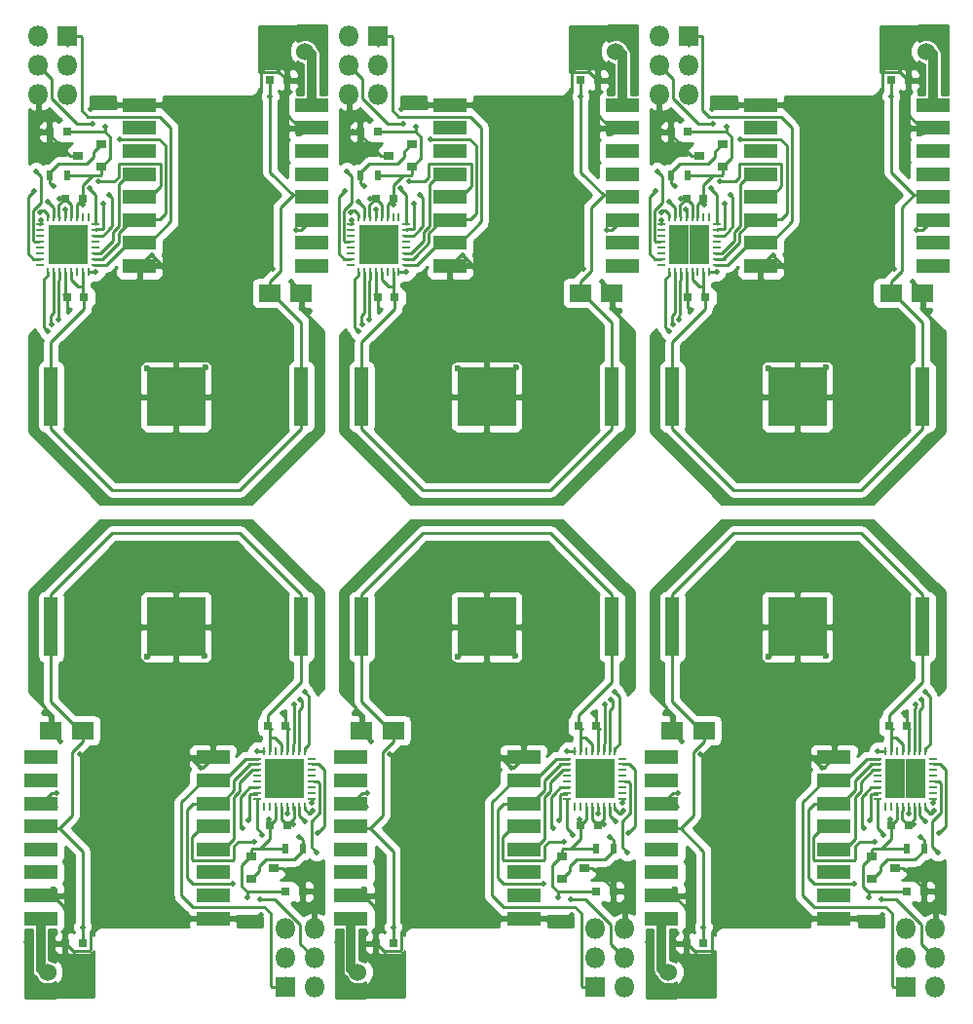
<source format=gbr>
G04 #@! TF.FileFunction,Copper,L2,Bot,Signal*
%FSLAX46Y46*%
G04 Gerber Fmt 4.6, Leading zero omitted, Abs format (unit mm)*
G04 Created by KiCad (PCBNEW 4.0.6-e0-6349~52~ubuntu16.10.1) date Sat Apr 29 12:35:10 2017*
%MOMM*%
%LPD*%
G01*
G04 APERTURE LIST*
%ADD10C,0.100000*%
%ADD11C,1.524000*%
%ADD12R,1.150000X5.080000*%
%ADD13R,5.080000X5.080000*%
%ADD14R,1.950000X1.500000*%
%ADD15R,0.800000X0.750000*%
%ADD16R,1.800000X1.800000*%
%ADD17O,1.800000X1.800000*%
%ADD18R,0.900000X0.800000*%
%ADD19R,0.500000X0.900000*%
%ADD20R,0.250000X0.700000*%
%ADD21R,0.700000X0.250000*%
%ADD22R,1.725000X1.725000*%
%ADD23R,2.999740X1.198880*%
%ADD24C,0.500000*%
%ADD25C,0.600000*%
%ADD26C,0.250000*%
%ADD27C,0.850000*%
%ADD28C,0.254000*%
G04 APERTURE END LIST*
D10*
D11*
X242800000Y-140000000D03*
D12*
X264875000Y-110000000D03*
X243125000Y-110000000D03*
D13*
X254000000Y-110000000D03*
D14*
X245875000Y-119000000D03*
X243125000Y-119000000D03*
D15*
X263650000Y-127225000D03*
X262150000Y-127225000D03*
X263500000Y-118600000D03*
X262000000Y-118600000D03*
D16*
X263460000Y-141340000D03*
D17*
X266000000Y-141340000D03*
X263460000Y-138800000D03*
X266000000Y-138800000D03*
X263460000Y-136260000D03*
X266000000Y-136260000D03*
D18*
X260500000Y-131900000D03*
X260500000Y-130000000D03*
X262500000Y-130950000D03*
D15*
X244350000Y-137500000D03*
X245850000Y-137500000D03*
X265000000Y-133000000D03*
X263500000Y-133000000D03*
D19*
X263500000Y-129250000D03*
X265000000Y-129250000D03*
D20*
X265150000Y-125600000D03*
X264650000Y-125600000D03*
X264150000Y-125600000D03*
X263650000Y-125600000D03*
X263150000Y-125600000D03*
X262650000Y-125600000D03*
X262150000Y-125600000D03*
X261650000Y-125600000D03*
D21*
X261000000Y-124950000D03*
X261000000Y-124450000D03*
X261000000Y-123950000D03*
X261000000Y-123450000D03*
X261000000Y-122950000D03*
X261000000Y-122450000D03*
X261000000Y-121950000D03*
X261000000Y-121450000D03*
D20*
X261650000Y-120800000D03*
X262150000Y-120800000D03*
X262650000Y-120800000D03*
X263150000Y-120800000D03*
X263650000Y-120800000D03*
X264150000Y-120800000D03*
X264650000Y-120800000D03*
X265150000Y-120800000D03*
D21*
X265800000Y-121450000D03*
X265800000Y-121950000D03*
X265800000Y-122450000D03*
X265800000Y-122950000D03*
X265800000Y-123450000D03*
X265800000Y-123950000D03*
X265800000Y-124450000D03*
X265800000Y-124950000D03*
D22*
X262537500Y-122337500D03*
X264262500Y-122337500D03*
X262537500Y-124062500D03*
X264262500Y-124062500D03*
D23*
X257198080Y-121352300D03*
X257198080Y-123351280D03*
X257198080Y-125350260D03*
X257198080Y-127351780D03*
X257198080Y-129348220D03*
X257198080Y-131349740D03*
X257198080Y-133348720D03*
X257198080Y-135347700D03*
X242201920Y-135347700D03*
X242201920Y-133348720D03*
X242201920Y-131349740D03*
X242201920Y-129348220D03*
X242201920Y-127351780D03*
X242201920Y-125350260D03*
X242201920Y-123351280D03*
X242201920Y-121352300D03*
D11*
X215800000Y-140000000D03*
X188800000Y-140000000D03*
D20*
X238150000Y-125600000D03*
X237650000Y-125600000D03*
X237150000Y-125600000D03*
X236650000Y-125600000D03*
X236150000Y-125600000D03*
X235650000Y-125600000D03*
X235150000Y-125600000D03*
X234650000Y-125600000D03*
D21*
X234000000Y-124950000D03*
X234000000Y-124450000D03*
X234000000Y-123950000D03*
X234000000Y-123450000D03*
X234000000Y-122950000D03*
X234000000Y-122450000D03*
X234000000Y-121950000D03*
X234000000Y-121450000D03*
D20*
X234650000Y-120800000D03*
X235150000Y-120800000D03*
X235650000Y-120800000D03*
X236150000Y-120800000D03*
X236650000Y-120800000D03*
X237150000Y-120800000D03*
X237650000Y-120800000D03*
X238150000Y-120800000D03*
D21*
X238800000Y-121450000D03*
X238800000Y-121950000D03*
X238800000Y-122450000D03*
X238800000Y-122950000D03*
X238800000Y-123450000D03*
X238800000Y-123950000D03*
X238800000Y-124450000D03*
X238800000Y-124950000D03*
D22*
X235537500Y-122337500D03*
X237262500Y-122337500D03*
X235537500Y-124062500D03*
X237262500Y-124062500D03*
D20*
X211150000Y-125600000D03*
X210650000Y-125600000D03*
X210150000Y-125600000D03*
X209650000Y-125600000D03*
X209150000Y-125600000D03*
X208650000Y-125600000D03*
X208150000Y-125600000D03*
X207650000Y-125600000D03*
D21*
X207000000Y-124950000D03*
X207000000Y-124450000D03*
X207000000Y-123950000D03*
X207000000Y-123450000D03*
X207000000Y-122950000D03*
X207000000Y-122450000D03*
X207000000Y-121950000D03*
X207000000Y-121450000D03*
D20*
X207650000Y-120800000D03*
X208150000Y-120800000D03*
X208650000Y-120800000D03*
X209150000Y-120800000D03*
X209650000Y-120800000D03*
X210150000Y-120800000D03*
X210650000Y-120800000D03*
X211150000Y-120800000D03*
D21*
X211800000Y-121450000D03*
X211800000Y-121950000D03*
X211800000Y-122450000D03*
X211800000Y-122950000D03*
X211800000Y-123450000D03*
X211800000Y-123950000D03*
X211800000Y-124450000D03*
X211800000Y-124950000D03*
D22*
X208537500Y-122337500D03*
X210262500Y-122337500D03*
X208537500Y-124062500D03*
X210262500Y-124062500D03*
D23*
X230198080Y-121352300D03*
X230198080Y-123351280D03*
X230198080Y-125350260D03*
X230198080Y-127351780D03*
X230198080Y-129348220D03*
X230198080Y-131349740D03*
X230198080Y-133348720D03*
X230198080Y-135347700D03*
X215201920Y-135347700D03*
X215201920Y-133348720D03*
X215201920Y-131349740D03*
X215201920Y-129348220D03*
X215201920Y-127351780D03*
X215201920Y-125350260D03*
X215201920Y-123351280D03*
X215201920Y-121352300D03*
X203198080Y-121352300D03*
X203198080Y-123351280D03*
X203198080Y-125350260D03*
X203198080Y-127351780D03*
X203198080Y-129348220D03*
X203198080Y-131349740D03*
X203198080Y-133348720D03*
X203198080Y-135347700D03*
X188201920Y-135347700D03*
X188201920Y-133348720D03*
X188201920Y-131349740D03*
X188201920Y-129348220D03*
X188201920Y-127351780D03*
X188201920Y-125350260D03*
X188201920Y-123351280D03*
X188201920Y-121352300D03*
D16*
X236460000Y-141340000D03*
D17*
X239000000Y-141340000D03*
X236460000Y-138800000D03*
X239000000Y-138800000D03*
X236460000Y-136260000D03*
X239000000Y-136260000D03*
D16*
X209460000Y-141340000D03*
D17*
X212000000Y-141340000D03*
X209460000Y-138800000D03*
X212000000Y-138800000D03*
X209460000Y-136260000D03*
X212000000Y-136260000D03*
D15*
X217350000Y-137500000D03*
X218850000Y-137500000D03*
X190350000Y-137500000D03*
X191850000Y-137500000D03*
X238000000Y-133000000D03*
X236500000Y-133000000D03*
X211000000Y-133000000D03*
X209500000Y-133000000D03*
D18*
X233500000Y-131900000D03*
X233500000Y-130000000D03*
X235500000Y-130950000D03*
X206500000Y-131900000D03*
X206500000Y-130000000D03*
X208500000Y-130950000D03*
D19*
X236500000Y-129250000D03*
X238000000Y-129250000D03*
X209500000Y-129250000D03*
X211000000Y-129250000D03*
D15*
X236500000Y-118600000D03*
X235000000Y-118600000D03*
X209500000Y-118600000D03*
X208000000Y-118600000D03*
X236650000Y-127225000D03*
X235150000Y-127225000D03*
X209650000Y-127225000D03*
X208150000Y-127225000D03*
D14*
X218875000Y-119000000D03*
X216125000Y-119000000D03*
X191875000Y-119000000D03*
X189125000Y-119000000D03*
D12*
X237875000Y-110000000D03*
X216125000Y-110000000D03*
D13*
X227000000Y-110000000D03*
D12*
X210875000Y-110000000D03*
X189125000Y-110000000D03*
D13*
X200000000Y-110000000D03*
D12*
X243125000Y-90000000D03*
X264875000Y-90000000D03*
D13*
X254000000Y-90000000D03*
D12*
X216125000Y-90000000D03*
X237875000Y-90000000D03*
D13*
X227000000Y-90000000D03*
D14*
X262125000Y-81000000D03*
X264875000Y-81000000D03*
X235125000Y-81000000D03*
X237875000Y-81000000D03*
D15*
X244350000Y-72775000D03*
X245850000Y-72775000D03*
X217350000Y-72775000D03*
X218850000Y-72775000D03*
X244500000Y-81400000D03*
X246000000Y-81400000D03*
X217500000Y-81400000D03*
X219000000Y-81400000D03*
D19*
X244500000Y-70750000D03*
X243000000Y-70750000D03*
X217500000Y-70750000D03*
X216000000Y-70750000D03*
D18*
X247500000Y-68100000D03*
X247500000Y-70000000D03*
X245500000Y-69050000D03*
X220500000Y-68100000D03*
X220500000Y-70000000D03*
X218500000Y-69050000D03*
D15*
X243000000Y-67000000D03*
X244500000Y-67000000D03*
X216000000Y-67000000D03*
X217500000Y-67000000D03*
X263650000Y-62500000D03*
X262150000Y-62500000D03*
X236650000Y-62500000D03*
X235150000Y-62500000D03*
D16*
X244540000Y-58660000D03*
D17*
X242000000Y-58660000D03*
X244540000Y-61200000D03*
X242000000Y-61200000D03*
X244540000Y-63740000D03*
X242000000Y-63740000D03*
D16*
X217540000Y-58660000D03*
D17*
X215000000Y-58660000D03*
X217540000Y-61200000D03*
X215000000Y-61200000D03*
X217540000Y-63740000D03*
X215000000Y-63740000D03*
D23*
X250801920Y-78647700D03*
X250801920Y-76648720D03*
X250801920Y-74649740D03*
X250801920Y-72648220D03*
X250801920Y-70651780D03*
X250801920Y-68650260D03*
X250801920Y-66651280D03*
X250801920Y-64652300D03*
X265798080Y-64652300D03*
X265798080Y-66651280D03*
X265798080Y-68650260D03*
X265798080Y-70651780D03*
X265798080Y-72648220D03*
X265798080Y-74649740D03*
X265798080Y-76648720D03*
X265798080Y-78647700D03*
X223801920Y-78647700D03*
X223801920Y-76648720D03*
X223801920Y-74649740D03*
X223801920Y-72648220D03*
X223801920Y-70651780D03*
X223801920Y-68650260D03*
X223801920Y-66651280D03*
X223801920Y-64652300D03*
X238798080Y-64652300D03*
X238798080Y-66651280D03*
X238798080Y-68650260D03*
X238798080Y-70651780D03*
X238798080Y-72648220D03*
X238798080Y-74649740D03*
X238798080Y-76648720D03*
X238798080Y-78647700D03*
D20*
X242850000Y-74400000D03*
X243350000Y-74400000D03*
X243850000Y-74400000D03*
X244350000Y-74400000D03*
X244850000Y-74400000D03*
X245350000Y-74400000D03*
X245850000Y-74400000D03*
X246350000Y-74400000D03*
D21*
X247000000Y-75050000D03*
X247000000Y-75550000D03*
X247000000Y-76050000D03*
X247000000Y-76550000D03*
X247000000Y-77050000D03*
X247000000Y-77550000D03*
X247000000Y-78050000D03*
X247000000Y-78550000D03*
D20*
X246350000Y-79200000D03*
X245850000Y-79200000D03*
X245350000Y-79200000D03*
X244850000Y-79200000D03*
X244350000Y-79200000D03*
X243850000Y-79200000D03*
X243350000Y-79200000D03*
X242850000Y-79200000D03*
D21*
X242200000Y-78550000D03*
X242200000Y-78050000D03*
X242200000Y-77550000D03*
X242200000Y-77050000D03*
X242200000Y-76550000D03*
X242200000Y-76050000D03*
X242200000Y-75550000D03*
X242200000Y-75050000D03*
D22*
X245462500Y-77662500D03*
X243737500Y-77662500D03*
X245462500Y-75937500D03*
X243737500Y-75937500D03*
D20*
X215850000Y-74400000D03*
X216350000Y-74400000D03*
X216850000Y-74400000D03*
X217350000Y-74400000D03*
X217850000Y-74400000D03*
X218350000Y-74400000D03*
X218850000Y-74400000D03*
X219350000Y-74400000D03*
D21*
X220000000Y-75050000D03*
X220000000Y-75550000D03*
X220000000Y-76050000D03*
X220000000Y-76550000D03*
X220000000Y-77050000D03*
X220000000Y-77550000D03*
X220000000Y-78050000D03*
X220000000Y-78550000D03*
D20*
X219350000Y-79200000D03*
X218850000Y-79200000D03*
X218350000Y-79200000D03*
X217850000Y-79200000D03*
X217350000Y-79200000D03*
X216850000Y-79200000D03*
X216350000Y-79200000D03*
X215850000Y-79200000D03*
D21*
X215200000Y-78550000D03*
X215200000Y-78050000D03*
X215200000Y-77550000D03*
X215200000Y-77050000D03*
X215200000Y-76550000D03*
X215200000Y-76050000D03*
X215200000Y-75550000D03*
X215200000Y-75050000D03*
D22*
X218462500Y-77662500D03*
X216737500Y-77662500D03*
X218462500Y-75937500D03*
X216737500Y-75937500D03*
D11*
X265200000Y-60000000D03*
X238200000Y-60000000D03*
D23*
X196801920Y-78647700D03*
X196801920Y-76648720D03*
X196801920Y-74649740D03*
X196801920Y-72648220D03*
X196801920Y-70651780D03*
X196801920Y-68650260D03*
X196801920Y-66651280D03*
X196801920Y-64652300D03*
X211798080Y-64652300D03*
X211798080Y-66651280D03*
X211798080Y-68650260D03*
X211798080Y-70651780D03*
X211798080Y-72648220D03*
X211798080Y-74649740D03*
X211798080Y-76648720D03*
X211798080Y-78647700D03*
D20*
X188850000Y-74400000D03*
X189350000Y-74400000D03*
X189850000Y-74400000D03*
X190350000Y-74400000D03*
X190850000Y-74400000D03*
X191350000Y-74400000D03*
X191850000Y-74400000D03*
X192350000Y-74400000D03*
D21*
X193000000Y-75050000D03*
X193000000Y-75550000D03*
X193000000Y-76050000D03*
X193000000Y-76550000D03*
X193000000Y-77050000D03*
X193000000Y-77550000D03*
X193000000Y-78050000D03*
X193000000Y-78550000D03*
D20*
X192350000Y-79200000D03*
X191850000Y-79200000D03*
X191350000Y-79200000D03*
X190850000Y-79200000D03*
X190350000Y-79200000D03*
X189850000Y-79200000D03*
X189350000Y-79200000D03*
X188850000Y-79200000D03*
D21*
X188200000Y-78550000D03*
X188200000Y-78050000D03*
X188200000Y-77550000D03*
X188200000Y-77050000D03*
X188200000Y-76550000D03*
X188200000Y-76050000D03*
X188200000Y-75550000D03*
X188200000Y-75050000D03*
D22*
X191462500Y-77662500D03*
X189737500Y-77662500D03*
X191462500Y-75937500D03*
X189737500Y-75937500D03*
D19*
X190500000Y-70750000D03*
X189000000Y-70750000D03*
D15*
X189000000Y-67000000D03*
X190500000Y-67000000D03*
X209650000Y-62500000D03*
X208150000Y-62500000D03*
D18*
X193500000Y-68100000D03*
X193500000Y-70000000D03*
X191500000Y-69050000D03*
D16*
X190540000Y-58660000D03*
D17*
X188000000Y-58660000D03*
X190540000Y-61200000D03*
X188000000Y-61200000D03*
X190540000Y-63740000D03*
X188000000Y-63740000D03*
D15*
X190500000Y-81400000D03*
X192000000Y-81400000D03*
X190350000Y-72775000D03*
X191850000Y-72775000D03*
D14*
X208125000Y-81000000D03*
X210875000Y-81000000D03*
D12*
X189125000Y-90000000D03*
X210875000Y-90000000D03*
D13*
X200000000Y-90000000D03*
D11*
X211200000Y-60000000D03*
D24*
X245850000Y-136100000D03*
X260174990Y-133492005D03*
X263670010Y-126224407D03*
X262075000Y-126721418D03*
X233174990Y-133492005D03*
X206174990Y-133492005D03*
X236670010Y-126224407D03*
X209670010Y-126224407D03*
X218850000Y-136100000D03*
X191850000Y-136100000D03*
X235075000Y-126721418D03*
X208075000Y-126721418D03*
X245925000Y-73278582D03*
X218925000Y-73278582D03*
X262150000Y-63900000D03*
X235150000Y-63900000D03*
X244329990Y-73775593D03*
X217329990Y-73775593D03*
X247825010Y-66507995D03*
X220825010Y-66507995D03*
X191925000Y-73278582D03*
X190329990Y-73775593D03*
X193825010Y-66507995D03*
X208150000Y-63900000D03*
X258924997Y-132360744D03*
X261300000Y-133700000D03*
X234300000Y-133700000D03*
X207300000Y-133700000D03*
X231924997Y-132360744D03*
X204924997Y-132360744D03*
X249075003Y-67639256D03*
X222075003Y-67639256D03*
X246700000Y-66300000D03*
X219700000Y-66300000D03*
X192700000Y-66300000D03*
X195075003Y-67639256D03*
X260750000Y-128675000D03*
X261000000Y-120800000D03*
X234000000Y-120800000D03*
X207000000Y-120800000D03*
X233750000Y-128675000D03*
X206750000Y-128675000D03*
X247250000Y-71325000D03*
X220250000Y-71325000D03*
X247000000Y-79200000D03*
X220000000Y-79200000D03*
X193000000Y-79200000D03*
X193250000Y-71325000D03*
X266200000Y-129600000D03*
X239200000Y-129600000D03*
X212200000Y-129600000D03*
X241800000Y-70400000D03*
X214800000Y-70400000D03*
X187800000Y-70400000D03*
X243600000Y-124450722D03*
X265782509Y-125317653D03*
X238782509Y-125317653D03*
X211782509Y-125317653D03*
X216600000Y-124450722D03*
X189600000Y-124450722D03*
X264400000Y-75549278D03*
X237400000Y-75549278D03*
X242217491Y-74682347D03*
X215217491Y-74682347D03*
X188217491Y-74682347D03*
X210400000Y-75549278D03*
X265859632Y-125988871D03*
X238859632Y-125988871D03*
X211859632Y-125988871D03*
X242140368Y-74011129D03*
X215140368Y-74011129D03*
X188140368Y-74011129D03*
X265157758Y-126928519D03*
X238157758Y-126928519D03*
X211157758Y-126928519D03*
X242842242Y-73071481D03*
X215842242Y-73071481D03*
X188842242Y-73071481D03*
X261500000Y-128100000D03*
X234500000Y-128100000D03*
X207500000Y-128100000D03*
X246500000Y-71900000D03*
X219500000Y-71900000D03*
X192500000Y-71900000D03*
X260300000Y-126800000D03*
X233300000Y-126800000D03*
X206300000Y-126800000D03*
X247700000Y-73200000D03*
X220700000Y-73200000D03*
X193700000Y-73200000D03*
X259800000Y-127500000D03*
X232800000Y-127500000D03*
X205800000Y-127500000D03*
X248200000Y-72500000D03*
X221200000Y-72500000D03*
X194200000Y-72500000D03*
X266325000Y-127900000D03*
X264661305Y-128278285D03*
X237661305Y-128278285D03*
X210661305Y-128278285D03*
X239325000Y-127900000D03*
X212325000Y-127900000D03*
X241675000Y-72100000D03*
X214675000Y-72100000D03*
X243338695Y-71721715D03*
X216338695Y-71721715D03*
X189338695Y-71721715D03*
X187675000Y-72100000D03*
X245587807Y-121100380D03*
X250000000Y-121100380D03*
D25*
X243350000Y-132860000D03*
X251480000Y-112560000D03*
X256500000Y-112500000D03*
D24*
X243960000Y-119978594D03*
X256125000Y-122275000D03*
X263275000Y-117475000D03*
X251100000Y-132300000D03*
X261400000Y-135000000D03*
X265700000Y-133000000D03*
X243200000Y-137400000D03*
X241000000Y-137400000D03*
X254000000Y-105000000D03*
X264144625Y-127184613D03*
X234400000Y-135000000D03*
X207400000Y-135000000D03*
X237144625Y-127184613D03*
X210144625Y-127184613D03*
X238700000Y-133000000D03*
X211700000Y-133000000D03*
X236275000Y-117475000D03*
X209275000Y-117475000D03*
X229125000Y-122275000D03*
X202125000Y-122275000D03*
D25*
X229500000Y-112500000D03*
X202500000Y-112500000D03*
D24*
X223000000Y-121100380D03*
X196000000Y-121100380D03*
X216960000Y-119978594D03*
X189960000Y-119978594D03*
X227000000Y-105000000D03*
X200000000Y-105000000D03*
X218587807Y-121100380D03*
X191587807Y-121100380D03*
D25*
X224480000Y-112560000D03*
X197480000Y-112560000D03*
D24*
X214000000Y-137400000D03*
X187000000Y-137400000D03*
X224100000Y-132300000D03*
X197100000Y-132300000D03*
X216200000Y-137400000D03*
X189200000Y-137400000D03*
D25*
X216350000Y-132860000D03*
X189350000Y-132860000D03*
X264650000Y-67140000D03*
X237650000Y-67140000D03*
D24*
X264800000Y-62600000D03*
X237800000Y-62600000D03*
X256900000Y-67700000D03*
X229900000Y-67700000D03*
X267000000Y-62600000D03*
X240000000Y-62600000D03*
D25*
X256520000Y-87440000D03*
X229520000Y-87440000D03*
D24*
X262412193Y-78899620D03*
X235412193Y-78899620D03*
X254000000Y-95000000D03*
X227000000Y-95000000D03*
X264040000Y-80021406D03*
X237040000Y-80021406D03*
X258000000Y-78899620D03*
X231000000Y-78899620D03*
D25*
X251500000Y-87500000D03*
X224500000Y-87500000D03*
D24*
X251875000Y-77725000D03*
X224875000Y-77725000D03*
X244725000Y-82525000D03*
X217725000Y-82525000D03*
X242300000Y-67000000D03*
X215300000Y-67000000D03*
X243855375Y-72815387D03*
X216855375Y-72815387D03*
X246600000Y-65000000D03*
X219600000Y-65000000D03*
X189855375Y-72815387D03*
X200000000Y-95000000D03*
X213000000Y-62600000D03*
X210800000Y-62600000D03*
X188300000Y-67000000D03*
X192600000Y-65000000D03*
X202900000Y-67700000D03*
X190725000Y-82525000D03*
X197875000Y-77725000D03*
X210040000Y-80021406D03*
D25*
X197500000Y-87500000D03*
X202520000Y-87440000D03*
X210650000Y-67140000D03*
D24*
X204000000Y-78899620D03*
X208412193Y-78899620D03*
X264264371Y-116711876D03*
X237264371Y-116711876D03*
X210264371Y-116711876D03*
X243735629Y-83288124D03*
X216735629Y-83288124D03*
X189735629Y-83288124D03*
X264800000Y-116300000D03*
X237800000Y-116300000D03*
X210800000Y-116300000D03*
X243200000Y-83700000D03*
X216200000Y-83700000D03*
X189200000Y-83700000D03*
X265151816Y-115681054D03*
X238151816Y-115681054D03*
X211151816Y-115681054D03*
X242848184Y-84318946D03*
X215848184Y-84318946D03*
X188848184Y-84318946D03*
D26*
X245875000Y-120000000D02*
X244950000Y-120925000D01*
X244950000Y-126404770D02*
X243854270Y-127500500D01*
X244950000Y-120925000D02*
X244950000Y-126404770D01*
X245850000Y-129496230D02*
X243854270Y-127500500D01*
X245850000Y-129496230D02*
X245850000Y-136100000D01*
X243402350Y-127501780D02*
X242501920Y-127501780D01*
X243125000Y-116475000D02*
X245650000Y-119000000D01*
X243125000Y-110000000D02*
X243125000Y-116475000D01*
X259545000Y-101880000D02*
X264875000Y-107210000D01*
X248455000Y-101880000D02*
X259545000Y-101880000D01*
X264875000Y-107210000D02*
X264875000Y-110000000D01*
X243125000Y-107210000D02*
X248455000Y-101880000D01*
X243125000Y-110000000D02*
X243125000Y-107210000D01*
X243402350Y-127501780D02*
X241819128Y-127501780D01*
X245650000Y-119000000D02*
X245875000Y-119000000D01*
X262000000Y-118600000D02*
X262300000Y-118900000D01*
X262025000Y-118600000D02*
X262000000Y-118600000D01*
X262000000Y-118600000D02*
X262000000Y-117650000D01*
X264875000Y-114775000D02*
X264875000Y-110000000D01*
X262000000Y-117650000D02*
X264875000Y-114775000D01*
X245875000Y-119000000D02*
X245875000Y-120000000D01*
X243854270Y-127500500D02*
X242953840Y-127500500D01*
X259724999Y-130725001D02*
X260450000Y-130000000D01*
X260164998Y-133000000D02*
X259724999Y-132560001D01*
X260450000Y-130000000D02*
X260500000Y-130000000D01*
X259724999Y-132560001D02*
X259724999Y-130725001D01*
X263500000Y-133000000D02*
X260164998Y-133000000D01*
X260500000Y-129350000D02*
X260500000Y-130000000D01*
X260600000Y-129250000D02*
X260500000Y-129350000D01*
X263500000Y-129250000D02*
X260600000Y-129250000D01*
X261300000Y-129250000D02*
X260600000Y-129250000D01*
X262150000Y-128400000D02*
X261300000Y-129250000D01*
X262150000Y-127225000D02*
X262150000Y-128400000D01*
X260164998Y-133000000D02*
X260174990Y-133009992D01*
X260174990Y-133009992D02*
X260174990Y-133492005D01*
X245850000Y-136100000D02*
X245850000Y-137500000D01*
X262650000Y-125600000D02*
X262650000Y-126725000D01*
X262650000Y-126725000D02*
X262150000Y-127225000D01*
X263650000Y-125600000D02*
X263650000Y-126204397D01*
X263650000Y-126204397D02*
X263670010Y-126224407D01*
X262150000Y-118750000D02*
X262000000Y-118600000D01*
X262550000Y-119600000D02*
X262150000Y-119600000D01*
X263150000Y-120800000D02*
X263150000Y-120200000D01*
X263150000Y-120200000D02*
X262550000Y-119600000D01*
X262150000Y-119600000D02*
X262150000Y-118750000D01*
X262150000Y-120800000D02*
X262150000Y-119600000D01*
X262075000Y-127074971D02*
X262075000Y-126721418D01*
X262075000Y-127150000D02*
X262075000Y-127074971D01*
X262150000Y-127225000D02*
X262075000Y-127150000D01*
X233164998Y-133000000D02*
X232724999Y-132560001D01*
X206164998Y-133000000D02*
X205724999Y-132560001D01*
X233164998Y-133000000D02*
X233174990Y-133009992D01*
X206164998Y-133000000D02*
X206174990Y-133009992D01*
X233174990Y-133009992D02*
X233174990Y-133492005D01*
X206174990Y-133009992D02*
X206174990Y-133492005D01*
X236500000Y-133000000D02*
X233164998Y-133000000D01*
X209500000Y-133000000D02*
X206164998Y-133000000D01*
X232724999Y-132560001D02*
X232724999Y-130725001D01*
X205724999Y-132560001D02*
X205724999Y-130725001D01*
X232724999Y-130725001D02*
X233450000Y-130000000D01*
X205724999Y-130725001D02*
X206450000Y-130000000D01*
X236500000Y-129250000D02*
X233600000Y-129250000D01*
X209500000Y-129250000D02*
X206600000Y-129250000D01*
X233600000Y-129250000D02*
X233500000Y-129350000D01*
X206600000Y-129250000D02*
X206500000Y-129350000D01*
X233450000Y-130000000D02*
X233500000Y-130000000D01*
X206450000Y-130000000D02*
X206500000Y-130000000D01*
X233500000Y-129350000D02*
X233500000Y-130000000D01*
X206500000Y-129350000D02*
X206500000Y-130000000D01*
X234300000Y-129250000D02*
X233600000Y-129250000D01*
X207300000Y-129250000D02*
X206600000Y-129250000D01*
X216402350Y-127501780D02*
X215501920Y-127501780D01*
X189402350Y-127501780D02*
X188501920Y-127501780D01*
X216402350Y-127501780D02*
X214819128Y-127501780D01*
X189402350Y-127501780D02*
X187819128Y-127501780D01*
X217950000Y-126404770D02*
X216854270Y-127500500D01*
X190950000Y-126404770D02*
X189854270Y-127500500D01*
X216854270Y-127500500D02*
X215953840Y-127500500D01*
X189854270Y-127500500D02*
X188953840Y-127500500D01*
X218850000Y-129496230D02*
X218850000Y-136100000D01*
X191850000Y-129496230D02*
X191850000Y-136100000D01*
X218850000Y-129496230D02*
X216854270Y-127500500D01*
X191850000Y-129496230D02*
X189854270Y-127500500D01*
X218850000Y-136100000D02*
X218850000Y-137500000D01*
X191850000Y-136100000D02*
X191850000Y-137500000D01*
X221455000Y-101880000D02*
X232545000Y-101880000D01*
X194455000Y-101880000D02*
X205545000Y-101880000D01*
X232545000Y-101880000D02*
X237875000Y-107210000D01*
X205545000Y-101880000D02*
X210875000Y-107210000D01*
X235000000Y-117650000D02*
X237875000Y-114775000D01*
X208000000Y-117650000D02*
X210875000Y-114775000D01*
X218875000Y-119000000D02*
X218875000Y-120000000D01*
X191875000Y-119000000D02*
X191875000Y-120000000D01*
X218875000Y-120000000D02*
X217950000Y-120925000D01*
X191875000Y-120000000D02*
X190950000Y-120925000D01*
X218650000Y-119000000D02*
X218875000Y-119000000D01*
X191650000Y-119000000D02*
X191875000Y-119000000D01*
X216125000Y-107210000D02*
X221455000Y-101880000D01*
X189125000Y-107210000D02*
X194455000Y-101880000D01*
X216125000Y-110000000D02*
X216125000Y-116475000D01*
X189125000Y-110000000D02*
X189125000Y-116475000D01*
X216125000Y-110000000D02*
X216125000Y-107210000D01*
X189125000Y-110000000D02*
X189125000Y-107210000D01*
X216125000Y-116475000D02*
X218650000Y-119000000D01*
X189125000Y-116475000D02*
X191650000Y-119000000D01*
X237875000Y-114775000D02*
X237875000Y-110000000D01*
X210875000Y-114775000D02*
X210875000Y-110000000D01*
X237875000Y-107210000D02*
X237875000Y-110000000D01*
X210875000Y-107210000D02*
X210875000Y-110000000D01*
X217950000Y-120925000D02*
X217950000Y-126404770D01*
X190950000Y-120925000D02*
X190950000Y-126404770D01*
X236650000Y-126204397D02*
X236670010Y-126224407D01*
X209650000Y-126204397D02*
X209670010Y-126224407D01*
X236650000Y-125600000D02*
X236650000Y-126204397D01*
X209650000Y-125600000D02*
X209650000Y-126204397D01*
X235650000Y-126725000D02*
X235150000Y-127225000D01*
X208650000Y-126725000D02*
X208150000Y-127225000D01*
X235650000Y-125600000D02*
X235650000Y-126725000D01*
X208650000Y-125600000D02*
X208650000Y-126725000D01*
X235075000Y-127074971D02*
X235075000Y-126721418D01*
X208075000Y-127074971D02*
X208075000Y-126721418D01*
X235000000Y-118600000D02*
X235000000Y-117650000D01*
X208000000Y-118600000D02*
X208000000Y-117650000D01*
X235025000Y-118600000D02*
X235000000Y-118600000D01*
X208025000Y-118600000D02*
X208000000Y-118600000D01*
X236150000Y-120800000D02*
X236150000Y-120200000D01*
X209150000Y-120800000D02*
X209150000Y-120200000D01*
X235000000Y-118600000D02*
X235300000Y-118900000D01*
X208000000Y-118600000D02*
X208300000Y-118900000D01*
X235150000Y-119600000D02*
X235150000Y-118750000D01*
X208150000Y-119600000D02*
X208150000Y-118750000D01*
X235150000Y-118750000D02*
X235000000Y-118600000D01*
X208150000Y-118750000D02*
X208000000Y-118600000D01*
X235550000Y-119600000D02*
X235150000Y-119600000D01*
X208550000Y-119600000D02*
X208150000Y-119600000D01*
X236150000Y-120200000D02*
X235550000Y-119600000D01*
X209150000Y-120200000D02*
X208550000Y-119600000D01*
X235150000Y-120800000D02*
X235150000Y-119600000D01*
X208150000Y-120800000D02*
X208150000Y-119600000D01*
X235075000Y-127150000D02*
X235075000Y-127074971D01*
X208075000Y-127150000D02*
X208075000Y-127074971D01*
X235150000Y-127225000D02*
X235075000Y-127150000D01*
X208150000Y-127225000D02*
X208075000Y-127150000D01*
X235150000Y-127225000D02*
X235150000Y-128400000D01*
X208150000Y-127225000D02*
X208150000Y-128400000D01*
X235150000Y-128400000D02*
X234300000Y-129250000D01*
X208150000Y-128400000D02*
X207300000Y-129250000D01*
X245850000Y-71600000D02*
X246700000Y-70750000D01*
X218850000Y-71600000D02*
X219700000Y-70750000D01*
X245850000Y-72775000D02*
X245850000Y-71600000D01*
X218850000Y-72775000D02*
X218850000Y-71600000D01*
X245850000Y-72775000D02*
X245925000Y-72850000D01*
X218850000Y-72775000D02*
X218925000Y-72850000D01*
X245925000Y-72850000D02*
X245925000Y-72925029D01*
X218925000Y-72850000D02*
X218925000Y-72925029D01*
X245850000Y-79200000D02*
X245850000Y-80400000D01*
X218850000Y-79200000D02*
X218850000Y-80400000D01*
X244850000Y-79800000D02*
X245450000Y-80400000D01*
X217850000Y-79800000D02*
X218450000Y-80400000D01*
X245450000Y-80400000D02*
X245850000Y-80400000D01*
X218450000Y-80400000D02*
X218850000Y-80400000D01*
X245850000Y-81250000D02*
X246000000Y-81400000D01*
X218850000Y-81250000D02*
X219000000Y-81400000D01*
X245850000Y-80400000D02*
X245850000Y-81250000D01*
X218850000Y-80400000D02*
X218850000Y-81250000D01*
X246000000Y-81400000D02*
X245700000Y-81100000D01*
X219000000Y-81400000D02*
X218700000Y-81100000D01*
X244850000Y-79200000D02*
X244850000Y-79800000D01*
X217850000Y-79200000D02*
X217850000Y-79800000D01*
X245975000Y-81400000D02*
X246000000Y-81400000D01*
X218975000Y-81400000D02*
X219000000Y-81400000D01*
X246000000Y-81400000D02*
X246000000Y-82350000D01*
X219000000Y-81400000D02*
X219000000Y-82350000D01*
X245925000Y-72925029D02*
X245925000Y-73278582D01*
X218925000Y-72925029D02*
X218925000Y-73278582D01*
X245350000Y-74400000D02*
X245350000Y-73275000D01*
X218350000Y-74400000D02*
X218350000Y-73275000D01*
X245350000Y-73275000D02*
X245850000Y-72775000D01*
X218350000Y-73275000D02*
X218850000Y-72775000D01*
X244350000Y-74400000D02*
X244350000Y-73795603D01*
X217350000Y-74400000D02*
X217350000Y-73795603D01*
X244350000Y-73795603D02*
X244329990Y-73775593D01*
X217350000Y-73795603D02*
X217329990Y-73775593D01*
X263050000Y-79075000D02*
X263050000Y-73595230D01*
X236050000Y-79075000D02*
X236050000Y-73595230D01*
X243125000Y-92790000D02*
X243125000Y-90000000D01*
X216125000Y-92790000D02*
X216125000Y-90000000D01*
X243125000Y-85225000D02*
X243125000Y-90000000D01*
X216125000Y-85225000D02*
X216125000Y-90000000D01*
X264875000Y-83525000D02*
X262350000Y-81000000D01*
X237875000Y-83525000D02*
X235350000Y-81000000D01*
X264875000Y-90000000D02*
X264875000Y-92790000D01*
X237875000Y-90000000D02*
X237875000Y-92790000D01*
X264875000Y-90000000D02*
X264875000Y-83525000D01*
X237875000Y-90000000D02*
X237875000Y-83525000D01*
X264875000Y-92790000D02*
X259545000Y-98120000D01*
X237875000Y-92790000D02*
X232545000Y-98120000D01*
X262350000Y-81000000D02*
X262125000Y-81000000D01*
X235350000Y-81000000D02*
X235125000Y-81000000D01*
X262125000Y-80000000D02*
X263050000Y-79075000D01*
X235125000Y-80000000D02*
X236050000Y-79075000D01*
X262125000Y-81000000D02*
X262125000Y-80000000D01*
X235125000Y-81000000D02*
X235125000Y-80000000D01*
X246000000Y-82350000D02*
X243125000Y-85225000D01*
X219000000Y-82350000D02*
X216125000Y-85225000D01*
X248455000Y-98120000D02*
X243125000Y-92790000D01*
X221455000Y-98120000D02*
X216125000Y-92790000D01*
X259545000Y-98120000D02*
X248455000Y-98120000D01*
X232545000Y-98120000D02*
X221455000Y-98120000D01*
X262150000Y-63900000D02*
X262150000Y-62500000D01*
X235150000Y-63900000D02*
X235150000Y-62500000D01*
X262150000Y-70503770D02*
X264145730Y-72499500D01*
X235150000Y-70503770D02*
X237145730Y-72499500D01*
X262150000Y-70503770D02*
X262150000Y-63900000D01*
X235150000Y-70503770D02*
X235150000Y-63900000D01*
X264145730Y-72499500D02*
X265046160Y-72499500D01*
X237145730Y-72499500D02*
X238046160Y-72499500D01*
X263050000Y-73595230D02*
X264145730Y-72499500D01*
X236050000Y-73595230D02*
X237145730Y-72499500D01*
X264597650Y-72498220D02*
X266180872Y-72498220D01*
X237597650Y-72498220D02*
X239180872Y-72498220D01*
X264597650Y-72498220D02*
X265498080Y-72498220D01*
X237597650Y-72498220D02*
X238498080Y-72498220D01*
X246700000Y-70750000D02*
X247400000Y-70750000D01*
X219700000Y-70750000D02*
X220400000Y-70750000D01*
X247500000Y-70650000D02*
X247500000Y-70000000D01*
X220500000Y-70650000D02*
X220500000Y-70000000D01*
X247550000Y-70000000D02*
X247500000Y-70000000D01*
X220550000Y-70000000D02*
X220500000Y-70000000D01*
X247400000Y-70750000D02*
X247500000Y-70650000D01*
X220400000Y-70750000D02*
X220500000Y-70650000D01*
X244500000Y-70750000D02*
X247400000Y-70750000D01*
X217500000Y-70750000D02*
X220400000Y-70750000D01*
X248275001Y-69274999D02*
X247550000Y-70000000D01*
X221275001Y-69274999D02*
X220550000Y-70000000D01*
X248275001Y-67439999D02*
X248275001Y-69274999D01*
X221275001Y-67439999D02*
X221275001Y-69274999D01*
X244500000Y-67000000D02*
X247835002Y-67000000D01*
X217500000Y-67000000D02*
X220835002Y-67000000D01*
X247825010Y-66990008D02*
X247825010Y-66507995D01*
X220825010Y-66990008D02*
X220825010Y-66507995D01*
X247835002Y-67000000D02*
X247825010Y-66990008D01*
X220835002Y-67000000D02*
X220825010Y-66990008D01*
X247835002Y-67000000D02*
X248275001Y-67439999D01*
X220835002Y-67000000D02*
X221275001Y-67439999D01*
X191850000Y-72775000D02*
X191925000Y-72850000D01*
X191925000Y-72850000D02*
X191925000Y-72925029D01*
X191925000Y-72925029D02*
X191925000Y-73278582D01*
X191850000Y-79200000D02*
X191850000Y-80400000D01*
X191850000Y-80400000D02*
X191850000Y-81250000D01*
X190850000Y-79800000D02*
X191450000Y-80400000D01*
X190850000Y-79200000D02*
X190850000Y-79800000D01*
X191450000Y-80400000D02*
X191850000Y-80400000D01*
X191850000Y-81250000D02*
X192000000Y-81400000D01*
X190350000Y-73795603D02*
X190329990Y-73775593D01*
X190350000Y-74400000D02*
X190350000Y-73795603D01*
X191350000Y-73275000D02*
X191850000Y-72775000D01*
X191350000Y-74400000D02*
X191350000Y-73275000D01*
X208150000Y-63900000D02*
X208150000Y-62500000D01*
X193825010Y-66990008D02*
X193825010Y-66507995D01*
X193835002Y-67000000D02*
X193825010Y-66990008D01*
X191850000Y-72775000D02*
X191850000Y-71600000D01*
X191850000Y-71600000D02*
X192700000Y-70750000D01*
X192700000Y-70750000D02*
X193400000Y-70750000D01*
X190500000Y-70750000D02*
X193400000Y-70750000D01*
X193400000Y-70750000D02*
X193500000Y-70650000D01*
X193500000Y-70650000D02*
X193500000Y-70000000D01*
X190500000Y-67000000D02*
X193835002Y-67000000D01*
X194275001Y-67439999D02*
X194275001Y-69274999D01*
X193550000Y-70000000D02*
X193500000Y-70000000D01*
X193835002Y-67000000D02*
X194275001Y-67439999D01*
X194275001Y-69274999D02*
X193550000Y-70000000D01*
X210145730Y-72499500D02*
X211046160Y-72499500D01*
X208125000Y-81000000D02*
X208125000Y-80000000D01*
X192000000Y-82350000D02*
X189125000Y-85225000D01*
X189125000Y-85225000D02*
X189125000Y-90000000D01*
X192000000Y-81400000D02*
X192000000Y-82350000D01*
X191975000Y-81400000D02*
X192000000Y-81400000D01*
X192000000Y-81400000D02*
X191700000Y-81100000D01*
X208350000Y-81000000D02*
X208125000Y-81000000D01*
X210597650Y-72498220D02*
X212180872Y-72498220D01*
X210875000Y-90000000D02*
X210875000Y-92790000D01*
X210875000Y-92790000D02*
X205545000Y-98120000D01*
X189125000Y-92790000D02*
X189125000Y-90000000D01*
X205545000Y-98120000D02*
X194455000Y-98120000D01*
X194455000Y-98120000D02*
X189125000Y-92790000D01*
X210875000Y-90000000D02*
X210875000Y-83525000D01*
X210875000Y-83525000D02*
X208350000Y-81000000D01*
X210597650Y-72498220D02*
X211498080Y-72498220D01*
X208150000Y-70503770D02*
X208150000Y-63900000D01*
X208150000Y-70503770D02*
X210145730Y-72499500D01*
X209050000Y-79075000D02*
X209050000Y-73595230D01*
X209050000Y-73595230D02*
X210145730Y-72499500D01*
X208125000Y-80000000D02*
X209050000Y-79075000D01*
X257498080Y-129498220D02*
X257498080Y-129308144D01*
X256597650Y-129498220D02*
X257498080Y-129498220D01*
X257498080Y-129498220D02*
X258398510Y-129498220D01*
X256297650Y-129348220D02*
X257198080Y-129348220D01*
X260589998Y-122450000D02*
X261150000Y-122450000D01*
X258098510Y-129348220D02*
X257198080Y-129348220D01*
X258992951Y-128453779D02*
X258098510Y-129348220D01*
X258992951Y-124819081D02*
X258992951Y-128453779D01*
X259500000Y-124312032D02*
X258992951Y-124819081D01*
X259500000Y-123539998D02*
X259500000Y-124312032D01*
X260589998Y-122450000D02*
X259500000Y-123539998D01*
X261000000Y-122450000D02*
X260589998Y-122450000D01*
X231992951Y-128453779D02*
X231098510Y-129348220D01*
X204992951Y-128453779D02*
X204098510Y-129348220D01*
X230498080Y-129498220D02*
X231398510Y-129498220D01*
X203498080Y-129498220D02*
X204398510Y-129498220D01*
X230498080Y-129498220D02*
X230498080Y-129308144D01*
X203498080Y-129498220D02*
X203498080Y-129308144D01*
X231098510Y-129348220D02*
X230198080Y-129348220D01*
X204098510Y-129348220D02*
X203198080Y-129348220D01*
X229297650Y-129348220D02*
X230198080Y-129348220D01*
X202297650Y-129348220D02*
X203198080Y-129348220D01*
X229597650Y-129498220D02*
X230498080Y-129498220D01*
X202597650Y-129498220D02*
X203498080Y-129498220D01*
X233589998Y-122450000D02*
X234150000Y-122450000D01*
X206589998Y-122450000D02*
X207150000Y-122450000D01*
X234000000Y-122450000D02*
X233589998Y-122450000D01*
X207000000Y-122450000D02*
X206589998Y-122450000D01*
X233589998Y-122450000D02*
X232500000Y-123539998D01*
X206589998Y-122450000D02*
X205500000Y-123539998D01*
X232500000Y-123539998D02*
X232500000Y-124312032D01*
X205500000Y-123539998D02*
X205500000Y-124312032D01*
X232500000Y-124312032D02*
X231992951Y-124819081D01*
X205500000Y-124312032D02*
X204992951Y-124819081D01*
X231992951Y-124819081D02*
X231992951Y-128453779D01*
X204992951Y-124819081D02*
X204992951Y-128453779D01*
X249007049Y-75180919D02*
X249007049Y-71546221D01*
X222007049Y-75180919D02*
X222007049Y-71546221D01*
X248500000Y-75687968D02*
X249007049Y-75180919D01*
X221500000Y-75687968D02*
X222007049Y-75180919D01*
X248500000Y-76460002D02*
X248500000Y-75687968D01*
X221500000Y-76460002D02*
X221500000Y-75687968D01*
X247410002Y-77550000D02*
X248500000Y-76460002D01*
X220410002Y-77550000D02*
X221500000Y-76460002D01*
X247000000Y-77550000D02*
X247410002Y-77550000D01*
X220000000Y-77550000D02*
X220410002Y-77550000D01*
X247410002Y-77550000D02*
X246850000Y-77550000D01*
X220410002Y-77550000D02*
X219850000Y-77550000D01*
X251402350Y-70501780D02*
X250501920Y-70501780D01*
X224402350Y-70501780D02*
X223501920Y-70501780D01*
X251702350Y-70651780D02*
X250801920Y-70651780D01*
X224702350Y-70651780D02*
X223801920Y-70651780D01*
X249901490Y-70651780D02*
X250801920Y-70651780D01*
X222901490Y-70651780D02*
X223801920Y-70651780D01*
X250501920Y-70501780D02*
X250501920Y-70691856D01*
X223501920Y-70501780D02*
X223501920Y-70691856D01*
X250501920Y-70501780D02*
X249601490Y-70501780D01*
X223501920Y-70501780D02*
X222601490Y-70501780D01*
X249007049Y-71546221D02*
X249901490Y-70651780D01*
X222007049Y-71546221D02*
X222901490Y-70651780D01*
X193000000Y-77550000D02*
X193410002Y-77550000D01*
X193410002Y-77550000D02*
X194500000Y-76460002D01*
X194500000Y-76460002D02*
X194500000Y-75687968D01*
X194500000Y-75687968D02*
X195007049Y-75180919D01*
X195007049Y-75180919D02*
X195007049Y-71546221D01*
X195007049Y-71546221D02*
X195901490Y-70651780D01*
X195901490Y-70651780D02*
X196801920Y-70651780D01*
X193410002Y-77550000D02*
X192850000Y-77550000D01*
X197702350Y-70651780D02*
X196801920Y-70651780D01*
X196501920Y-70501780D02*
X195601490Y-70501780D01*
X197402350Y-70501780D02*
X196501920Y-70501780D01*
X196501920Y-70501780D02*
X196501920Y-70691856D01*
X254923198Y-131809170D02*
X255474772Y-132360744D01*
X255474772Y-132360744D02*
X258924997Y-132360744D01*
X262594602Y-133700000D02*
X261300000Y-133700000D01*
X260453587Y-121950000D02*
X261150000Y-121950000D01*
X260200000Y-122150000D02*
X260200000Y-122203587D01*
X260400000Y-121950000D02*
X260200000Y-122150000D01*
X260200000Y-122203587D02*
X260453587Y-121950000D01*
X261000000Y-121950000D02*
X260400000Y-121950000D01*
X259022951Y-123380636D02*
X260200000Y-122203587D01*
X264804999Y-135910397D02*
X262594602Y-133700000D01*
X264804999Y-137604999D02*
X264804999Y-135910397D01*
X266000000Y-138800000D02*
X264804999Y-137604999D01*
X255448210Y-125400260D02*
X254923198Y-125925272D01*
X257198080Y-125400260D02*
X255448210Y-125400260D01*
X254923198Y-125925272D02*
X254923198Y-131809170D01*
X259022951Y-124195097D02*
X259022951Y-123380636D01*
X257867788Y-125350260D02*
X259022951Y-124195097D01*
X257198080Y-125350260D02*
X257867788Y-125350260D01*
X228474772Y-132360744D02*
X231924997Y-132360744D01*
X201474772Y-132360744D02*
X204924997Y-132360744D01*
X235594602Y-133700000D02*
X234300000Y-133700000D01*
X208594602Y-133700000D02*
X207300000Y-133700000D01*
X227923198Y-131809170D02*
X228474772Y-132360744D01*
X200923198Y-131809170D02*
X201474772Y-132360744D01*
X227923198Y-125925272D02*
X227923198Y-131809170D01*
X200923198Y-125925272D02*
X200923198Y-131809170D01*
X228448210Y-125400260D02*
X227923198Y-125925272D01*
X201448210Y-125400260D02*
X200923198Y-125925272D01*
X237804999Y-137604999D02*
X237804999Y-135910397D01*
X210804999Y-137604999D02*
X210804999Y-135910397D01*
X239000000Y-138800000D02*
X237804999Y-137604999D01*
X212000000Y-138800000D02*
X210804999Y-137604999D01*
X237804999Y-135910397D02*
X235594602Y-133700000D01*
X210804999Y-135910397D02*
X208594602Y-133700000D01*
X233200000Y-122203587D02*
X233453587Y-121950000D01*
X206200000Y-122203587D02*
X206453587Y-121950000D01*
X234000000Y-121950000D02*
X233400000Y-121950000D01*
X207000000Y-121950000D02*
X206400000Y-121950000D01*
X233453587Y-121950000D02*
X234150000Y-121950000D01*
X206453587Y-121950000D02*
X207150000Y-121950000D01*
X230198080Y-125400260D02*
X228448210Y-125400260D01*
X203198080Y-125400260D02*
X201448210Y-125400260D01*
X230198080Y-125350260D02*
X230867788Y-125350260D01*
X203198080Y-125350260D02*
X203867788Y-125350260D01*
X230867788Y-125350260D02*
X232022951Y-124195097D01*
X203867788Y-125350260D02*
X205022951Y-124195097D01*
X232022951Y-123380636D02*
X233200000Y-122203587D01*
X205022951Y-123380636D02*
X206200000Y-122203587D01*
X233400000Y-121950000D02*
X233200000Y-122150000D01*
X206400000Y-121950000D02*
X206200000Y-122150000D01*
X233200000Y-122150000D02*
X233200000Y-122203587D01*
X206200000Y-122150000D02*
X206200000Y-122203587D01*
X232022951Y-124195097D02*
X232022951Y-123380636D01*
X205022951Y-124195097D02*
X205022951Y-123380636D01*
X248977049Y-75804903D02*
X248977049Y-76619364D01*
X221977049Y-75804903D02*
X221977049Y-76619364D01*
X247800000Y-77850000D02*
X247800000Y-77796413D01*
X220800000Y-77850000D02*
X220800000Y-77796413D01*
X247600000Y-78050000D02*
X247800000Y-77850000D01*
X220600000Y-78050000D02*
X220800000Y-77850000D01*
X248977049Y-76619364D02*
X247800000Y-77796413D01*
X221977049Y-76619364D02*
X220800000Y-77796413D01*
X250132212Y-74649740D02*
X248977049Y-75804903D01*
X223132212Y-74649740D02*
X221977049Y-75804903D01*
X250801920Y-74649740D02*
X250132212Y-74649740D01*
X223801920Y-74649740D02*
X223132212Y-74649740D01*
X250801920Y-74599740D02*
X252551790Y-74599740D01*
X223801920Y-74599740D02*
X225551790Y-74599740D01*
X247546413Y-78050000D02*
X246850000Y-78050000D01*
X220546413Y-78050000D02*
X219850000Y-78050000D01*
X247000000Y-78050000D02*
X247600000Y-78050000D01*
X220000000Y-78050000D02*
X220600000Y-78050000D01*
X247800000Y-77796413D02*
X247546413Y-78050000D01*
X220800000Y-77796413D02*
X220546413Y-78050000D01*
X243195001Y-64089603D02*
X245405398Y-66300000D01*
X216195001Y-64089603D02*
X218405398Y-66300000D01*
X242000000Y-61200000D02*
X243195001Y-62395001D01*
X215000000Y-61200000D02*
X216195001Y-62395001D01*
X243195001Y-62395001D02*
X243195001Y-64089603D01*
X216195001Y-62395001D02*
X216195001Y-64089603D01*
X252551790Y-74599740D02*
X253076802Y-74074728D01*
X225551790Y-74599740D02*
X226076802Y-74074728D01*
X253076802Y-74074728D02*
X253076802Y-68190830D01*
X226076802Y-74074728D02*
X226076802Y-68190830D01*
X253076802Y-68190830D02*
X252525228Y-67639256D01*
X226076802Y-68190830D02*
X225525228Y-67639256D01*
X245405398Y-66300000D02*
X246700000Y-66300000D01*
X218405398Y-66300000D02*
X219700000Y-66300000D01*
X252525228Y-67639256D02*
X249075003Y-67639256D01*
X225525228Y-67639256D02*
X222075003Y-67639256D01*
X196801920Y-74649740D02*
X196132212Y-74649740D01*
X196132212Y-74649740D02*
X194977049Y-75804903D01*
X194977049Y-75804903D02*
X194977049Y-76619364D01*
X199076802Y-74074728D02*
X199076802Y-68190830D01*
X196801920Y-74599740D02*
X198551790Y-74599740D01*
X198551790Y-74599740D02*
X199076802Y-74074728D01*
X188000000Y-61200000D02*
X189195001Y-62395001D01*
X189195001Y-62395001D02*
X189195001Y-64089603D01*
X189195001Y-64089603D02*
X191405398Y-66300000D01*
X194977049Y-76619364D02*
X193800000Y-77796413D01*
X193000000Y-78050000D02*
X193600000Y-78050000D01*
X193800000Y-77796413D02*
X193546413Y-78050000D01*
X193600000Y-78050000D02*
X193800000Y-77850000D01*
X193800000Y-77850000D02*
X193800000Y-77796413D01*
X193546413Y-78050000D02*
X192850000Y-78050000D01*
X191405398Y-66300000D02*
X192700000Y-66300000D01*
X198525228Y-67639256D02*
X195075003Y-67639256D01*
X199076802Y-68190830D02*
X198525228Y-67639256D01*
X254473187Y-133358139D02*
X254473187Y-125225743D01*
X255438209Y-134323161D02*
X254473187Y-133358139D01*
X260049790Y-121450000D02*
X261150000Y-121450000D01*
X254473187Y-125225743D02*
X256297650Y-123401280D01*
X263460000Y-141340000D02*
X263460000Y-140494602D01*
X261653159Y-134323161D02*
X255438209Y-134323161D01*
X261000000Y-121450000D02*
X260049790Y-121450000D01*
X262310000Y-141340000D02*
X262229998Y-141259998D01*
X263460000Y-141340000D02*
X262310000Y-141340000D01*
X262229998Y-141259998D02*
X262229998Y-134900000D01*
X262229998Y-134900000D02*
X261653159Y-134323161D01*
X256297650Y-123401280D02*
X258098510Y-123401280D01*
X258098510Y-123401280D02*
X260049790Y-121450000D01*
X235229998Y-134900000D02*
X234653159Y-134323161D01*
X208229998Y-134900000D02*
X207653159Y-134323161D01*
X234653159Y-134323161D02*
X228438209Y-134323161D01*
X207653159Y-134323161D02*
X201438209Y-134323161D01*
X227473187Y-133358139D02*
X227473187Y-125225743D01*
X200473187Y-133358139D02*
X200473187Y-125225743D01*
X228438209Y-134323161D02*
X227473187Y-133358139D01*
X201438209Y-134323161D02*
X200473187Y-133358139D01*
X235310000Y-141340000D02*
X235229998Y-141259998D01*
X208310000Y-141340000D02*
X208229998Y-141259998D01*
X236460000Y-141340000D02*
X236460000Y-140494602D01*
X209460000Y-141340000D02*
X209460000Y-140494602D01*
X235229998Y-141259998D02*
X235229998Y-134900000D01*
X208229998Y-141259998D02*
X208229998Y-134900000D01*
X236460000Y-141340000D02*
X235310000Y-141340000D01*
X209460000Y-141340000D02*
X208310000Y-141340000D01*
X233049790Y-121450000D02*
X234150000Y-121450000D01*
X206049790Y-121450000D02*
X207150000Y-121450000D01*
X229297650Y-123401280D02*
X231098510Y-123401280D01*
X202297650Y-123401280D02*
X204098510Y-123401280D01*
X231098510Y-123401280D02*
X233049790Y-121450000D01*
X204098510Y-123401280D02*
X206049790Y-121450000D01*
X234000000Y-121450000D02*
X233049790Y-121450000D01*
X207000000Y-121450000D02*
X206049790Y-121450000D01*
X227473187Y-125225743D02*
X229297650Y-123401280D01*
X200473187Y-125225743D02*
X202297650Y-123401280D01*
X253526813Y-74774257D02*
X251702350Y-76598720D01*
X226526813Y-74774257D02*
X224702350Y-76598720D01*
X247000000Y-78550000D02*
X247950210Y-78550000D01*
X220000000Y-78550000D02*
X220950210Y-78550000D01*
X249901490Y-76598720D02*
X247950210Y-78550000D01*
X222901490Y-76598720D02*
X220950210Y-78550000D01*
X251702350Y-76598720D02*
X249901490Y-76598720D01*
X224702350Y-76598720D02*
X222901490Y-76598720D01*
X247950210Y-78550000D02*
X246850000Y-78550000D01*
X220950210Y-78550000D02*
X219850000Y-78550000D01*
X244540000Y-58660000D02*
X245690000Y-58660000D01*
X217540000Y-58660000D02*
X218690000Y-58660000D01*
X245770002Y-58740002D02*
X245770002Y-65100000D01*
X218770002Y-58740002D02*
X218770002Y-65100000D01*
X244540000Y-58660000D02*
X244540000Y-59505398D01*
X217540000Y-58660000D02*
X217540000Y-59505398D01*
X245690000Y-58660000D02*
X245770002Y-58740002D01*
X218690000Y-58660000D02*
X218770002Y-58740002D01*
X252561791Y-65676839D02*
X253526813Y-66641861D01*
X225561791Y-65676839D02*
X226526813Y-66641861D01*
X253526813Y-66641861D02*
X253526813Y-74774257D01*
X226526813Y-66641861D02*
X226526813Y-74774257D01*
X246346841Y-65676839D02*
X252561791Y-65676839D01*
X219346841Y-65676839D02*
X225561791Y-65676839D01*
X245770002Y-65100000D02*
X246346841Y-65676839D01*
X218770002Y-65100000D02*
X219346841Y-65676839D01*
X195901490Y-76598720D02*
X193950210Y-78550000D01*
X197702350Y-76598720D02*
X195901490Y-76598720D01*
X191770002Y-65100000D02*
X192346841Y-65676839D01*
X191770002Y-58740002D02*
X191770002Y-65100000D01*
X190540000Y-58660000D02*
X191690000Y-58660000D01*
X191690000Y-58660000D02*
X191770002Y-58740002D01*
X193000000Y-78550000D02*
X193950210Y-78550000D01*
X192346841Y-65676839D02*
X198561791Y-65676839D01*
X190540000Y-58660000D02*
X190540000Y-59505398D01*
X199526813Y-74774257D02*
X197702350Y-76598720D01*
X193950210Y-78550000D02*
X192850000Y-78550000D01*
X198561791Y-65676839D02*
X199526813Y-66641861D01*
X199526813Y-66641861D02*
X199526813Y-74774257D01*
X259408140Y-128675000D02*
X260750000Y-128675000D01*
X259022951Y-129060189D02*
X259408140Y-128675000D01*
X259022951Y-130207661D02*
X259022951Y-129060189D01*
X255438209Y-130272661D02*
X258957951Y-130272661D01*
X258957951Y-130272661D02*
X259022951Y-130207661D01*
X255373209Y-130207661D02*
X255438209Y-130272661D01*
X255373209Y-128276221D02*
X255373209Y-130207661D01*
X256297650Y-127351780D02*
X255373209Y-128276221D01*
X261650000Y-120800000D02*
X261000000Y-120800000D01*
X257793407Y-127206593D02*
X258043406Y-126956594D01*
X258098510Y-127401780D02*
X257198080Y-127401780D01*
X257198080Y-127351780D02*
X256297650Y-127351780D01*
X231957951Y-130272661D02*
X232022951Y-130207661D01*
X204957951Y-130272661D02*
X205022951Y-130207661D01*
X228438209Y-130272661D02*
X231957951Y-130272661D01*
X201438209Y-130272661D02*
X204957951Y-130272661D01*
X232022951Y-129060189D02*
X232408140Y-128675000D01*
X205022951Y-129060189D02*
X205408140Y-128675000D01*
X232408140Y-128675000D02*
X233750000Y-128675000D01*
X205408140Y-128675000D02*
X206750000Y-128675000D01*
X232022951Y-130207661D02*
X232022951Y-129060189D01*
X205022951Y-130207661D02*
X205022951Y-129060189D01*
X228373209Y-130207661D02*
X228438209Y-130272661D01*
X201373209Y-130207661D02*
X201438209Y-130272661D01*
X228373209Y-128276221D02*
X228373209Y-130207661D01*
X201373209Y-128276221D02*
X201373209Y-130207661D01*
X230198080Y-127351780D02*
X229297650Y-127351780D01*
X203198080Y-127351780D02*
X202297650Y-127351780D01*
X231098510Y-127401780D02*
X230198080Y-127401780D01*
X204098510Y-127401780D02*
X203198080Y-127401780D01*
X230793407Y-127206593D02*
X231043406Y-126956594D01*
X203793407Y-127206593D02*
X204043406Y-126956594D01*
X234650000Y-120800000D02*
X234000000Y-120800000D01*
X207650000Y-120800000D02*
X207000000Y-120800000D01*
X229297650Y-127351780D02*
X228373209Y-128276221D01*
X202297650Y-127351780D02*
X201373209Y-128276221D01*
X251702350Y-72648220D02*
X252626791Y-71723779D01*
X224702350Y-72648220D02*
X225626791Y-71723779D01*
X246350000Y-79200000D02*
X247000000Y-79200000D01*
X219350000Y-79200000D02*
X220000000Y-79200000D01*
X250206593Y-72793407D02*
X249956594Y-73043406D01*
X223206593Y-72793407D02*
X222956594Y-73043406D01*
X249901490Y-72598220D02*
X250801920Y-72598220D01*
X222901490Y-72598220D02*
X223801920Y-72598220D01*
X250801920Y-72648220D02*
X251702350Y-72648220D01*
X223801920Y-72648220D02*
X224702350Y-72648220D01*
X252626791Y-71723779D02*
X252626791Y-69792339D01*
X225626791Y-71723779D02*
X225626791Y-69792339D01*
X252626791Y-69792339D02*
X252561791Y-69727339D01*
X225626791Y-69792339D02*
X225561791Y-69727339D01*
X248977049Y-69792339D02*
X248977049Y-70939811D01*
X221977049Y-69792339D02*
X221977049Y-70939811D01*
X248591860Y-71325000D02*
X247250000Y-71325000D01*
X221591860Y-71325000D02*
X220250000Y-71325000D01*
X248977049Y-70939811D02*
X248591860Y-71325000D01*
X221977049Y-70939811D02*
X221591860Y-71325000D01*
X252561791Y-69727339D02*
X249042049Y-69727339D01*
X225561791Y-69727339D02*
X222042049Y-69727339D01*
X249042049Y-69727339D02*
X248977049Y-69792339D01*
X222042049Y-69727339D02*
X221977049Y-69792339D01*
X196801920Y-72648220D02*
X197702350Y-72648220D01*
X195901490Y-72598220D02*
X196801920Y-72598220D01*
X196206593Y-72793407D02*
X195956594Y-73043406D01*
X192350000Y-79200000D02*
X193000000Y-79200000D01*
X197702350Y-72648220D02*
X198626791Y-71723779D01*
X198626791Y-71723779D02*
X198626791Y-69792339D01*
X198626791Y-69792339D02*
X198561791Y-69727339D01*
X195042049Y-69727339D02*
X194977049Y-69792339D01*
X198561791Y-69727339D02*
X195042049Y-69727339D01*
X194977049Y-69792339D02*
X194977049Y-70939811D01*
X194977049Y-70939811D02*
X194591860Y-71325000D01*
X194591860Y-71325000D02*
X193250000Y-71325000D01*
X266445001Y-123588999D02*
X266306002Y-123450000D01*
X266306002Y-123450000D02*
X265950000Y-123450000D01*
X265750312Y-126881395D02*
X266445001Y-126186706D01*
X266445001Y-126186706D02*
X266445001Y-123588999D01*
X265750312Y-129150312D02*
X265750312Y-126881395D01*
X266200000Y-129600000D02*
X265750312Y-129150312D01*
X238750312Y-126881395D02*
X239445001Y-126186706D01*
X211750312Y-126881395D02*
X212445001Y-126186706D01*
X239445001Y-126186706D02*
X239445001Y-123588999D01*
X212445001Y-126186706D02*
X212445001Y-123588999D01*
X239445001Y-123588999D02*
X239306002Y-123450000D01*
X212445001Y-123588999D02*
X212306002Y-123450000D01*
X239306002Y-123450000D02*
X238950000Y-123450000D01*
X212306002Y-123450000D02*
X211950000Y-123450000D01*
X239200000Y-129600000D02*
X238750312Y-129150312D01*
X212200000Y-129600000D02*
X211750312Y-129150312D01*
X238750312Y-129150312D02*
X238750312Y-126881395D01*
X211750312Y-129150312D02*
X211750312Y-126881395D01*
X242249688Y-70849688D02*
X242249688Y-73118605D01*
X215249688Y-70849688D02*
X215249688Y-73118605D01*
X241800000Y-70400000D02*
X242249688Y-70849688D01*
X214800000Y-70400000D02*
X215249688Y-70849688D01*
X241693998Y-76550000D02*
X242050000Y-76550000D01*
X214693998Y-76550000D02*
X215050000Y-76550000D01*
X241554999Y-76411001D02*
X241693998Y-76550000D01*
X214554999Y-76411001D02*
X214693998Y-76550000D01*
X241554999Y-73813294D02*
X241554999Y-76411001D01*
X214554999Y-73813294D02*
X214554999Y-76411001D01*
X242249688Y-73118605D02*
X241554999Y-73813294D01*
X215249688Y-73118605D02*
X214554999Y-73813294D01*
X187800000Y-70400000D02*
X188249688Y-70849688D01*
X188249688Y-70849688D02*
X188249688Y-73118605D01*
X187554999Y-73813294D02*
X187554999Y-76411001D01*
X188249688Y-73118605D02*
X187554999Y-73813294D01*
X187693998Y-76550000D02*
X188050000Y-76550000D01*
X187554999Y-76411001D02*
X187693998Y-76550000D01*
X243600000Y-124450722D02*
X243151458Y-124450722D01*
X265950000Y-124950000D02*
X265796609Y-124950000D01*
X242501920Y-125500260D02*
X243419925Y-125500260D01*
X243419925Y-125500260D02*
X243574991Y-125655326D01*
X243151458Y-124450722D02*
X242201920Y-125400260D01*
X265796609Y-124950000D02*
X265782509Y-124964100D01*
X265782509Y-124964100D02*
X265782509Y-125317653D01*
X216600000Y-124450722D02*
X216151458Y-124450722D01*
X189600000Y-124450722D02*
X189151458Y-124450722D01*
X216151458Y-124450722D02*
X215201920Y-125400260D01*
X189151458Y-124450722D02*
X188201920Y-125400260D01*
X216419925Y-125500260D02*
X216574991Y-125655326D01*
X189419925Y-125500260D02*
X189574991Y-125655326D01*
X215501920Y-125500260D02*
X216419925Y-125500260D01*
X188501920Y-125500260D02*
X189419925Y-125500260D01*
X238782509Y-124964100D02*
X238782509Y-125317653D01*
X211782509Y-124964100D02*
X211782509Y-125317653D01*
X238796609Y-124950000D02*
X238782509Y-124964100D01*
X211796609Y-124950000D02*
X211782509Y-124964100D01*
X238950000Y-124950000D02*
X238796609Y-124950000D01*
X211950000Y-124950000D02*
X211796609Y-124950000D01*
X242050000Y-75050000D02*
X242203391Y-75050000D01*
X215050000Y-75050000D02*
X215203391Y-75050000D01*
X242203391Y-75050000D02*
X242217491Y-75035900D01*
X215203391Y-75050000D02*
X215217491Y-75035900D01*
X242217491Y-75035900D02*
X242217491Y-74682347D01*
X215217491Y-75035900D02*
X215217491Y-74682347D01*
X265498080Y-74499740D02*
X264580075Y-74499740D01*
X238498080Y-74499740D02*
X237580075Y-74499740D01*
X264580075Y-74499740D02*
X264425009Y-74344674D01*
X237580075Y-74499740D02*
X237425009Y-74344674D01*
X264848542Y-75549278D02*
X265798080Y-74599740D01*
X237848542Y-75549278D02*
X238798080Y-74599740D01*
X264400000Y-75549278D02*
X264848542Y-75549278D01*
X237400000Y-75549278D02*
X237848542Y-75549278D01*
X188217491Y-75035900D02*
X188217491Y-74682347D01*
X188203391Y-75050000D02*
X188217491Y-75035900D01*
X210848542Y-75549278D02*
X211798080Y-74599740D01*
X210580075Y-74499740D02*
X210425009Y-74344674D01*
X211498080Y-74499740D02*
X210580075Y-74499740D01*
X188050000Y-75050000D02*
X188203391Y-75050000D01*
X210400000Y-75549278D02*
X210848542Y-75549278D01*
X242000000Y-135549620D02*
X242201920Y-135347700D01*
D27*
X242201920Y-135347700D02*
X242201920Y-139798080D01*
D26*
X215000000Y-135549620D02*
X215201920Y-135347700D01*
X188000000Y-135549620D02*
X188201920Y-135347700D01*
D27*
X215201920Y-135347700D02*
X215201920Y-139798080D01*
X188201920Y-135347700D02*
X188201920Y-139798080D01*
X265798080Y-64652300D02*
X265798080Y-60201920D01*
X238798080Y-64652300D02*
X238798080Y-60201920D01*
D26*
X266000000Y-64450380D02*
X265798080Y-64652300D01*
X239000000Y-64450380D02*
X238798080Y-64652300D01*
D27*
X211798080Y-64652300D02*
X211798080Y-60201920D01*
D26*
X212000000Y-64450380D02*
X211798080Y-64652300D01*
X265525000Y-126200000D02*
X265648503Y-126200000D01*
X265150000Y-125825000D02*
X265525000Y-126200000D01*
X265648503Y-126200000D02*
X265859632Y-125988871D01*
X265150000Y-125600000D02*
X265150000Y-125825000D01*
X238150000Y-125600000D02*
X238150000Y-125825000D01*
X211150000Y-125600000D02*
X211150000Y-125825000D01*
X238648503Y-126200000D02*
X238859632Y-125988871D01*
X211648503Y-126200000D02*
X211859632Y-125988871D01*
X238525000Y-126200000D02*
X238648503Y-126200000D01*
X211525000Y-126200000D02*
X211648503Y-126200000D01*
X238150000Y-125825000D02*
X238525000Y-126200000D01*
X211150000Y-125825000D02*
X211525000Y-126200000D01*
X242850000Y-74175000D02*
X242475000Y-73800000D01*
X215850000Y-74175000D02*
X215475000Y-73800000D01*
X242475000Y-73800000D02*
X242351497Y-73800000D01*
X215475000Y-73800000D02*
X215351497Y-73800000D01*
X242351497Y-73800000D02*
X242140368Y-74011129D01*
X215351497Y-73800000D02*
X215140368Y-74011129D01*
X242850000Y-74400000D02*
X242850000Y-74175000D01*
X215850000Y-74400000D02*
X215850000Y-74175000D01*
X188850000Y-74400000D02*
X188850000Y-74175000D01*
X188351497Y-73800000D02*
X188140368Y-74011129D01*
X188850000Y-74175000D02*
X188475000Y-73800000D01*
X188475000Y-73800000D02*
X188351497Y-73800000D01*
X264650000Y-125600000D02*
X264650000Y-126420761D01*
X264650000Y-126420761D02*
X265157758Y-126928519D01*
X237650000Y-125600000D02*
X237650000Y-126420761D01*
X210650000Y-125600000D02*
X210650000Y-126420761D01*
X237650000Y-126420761D02*
X238157758Y-126928519D01*
X210650000Y-126420761D02*
X211157758Y-126928519D01*
X243350000Y-73579239D02*
X242842242Y-73071481D01*
X216350000Y-73579239D02*
X215842242Y-73071481D01*
X243350000Y-74400000D02*
X243350000Y-73579239D01*
X216350000Y-74400000D02*
X216350000Y-73579239D01*
X189350000Y-73579239D02*
X188842242Y-73071481D01*
X189350000Y-74400000D02*
X189350000Y-73579239D01*
X261500000Y-128013610D02*
X261000000Y-127513610D01*
X261000000Y-127513610D02*
X261000000Y-124950000D01*
X261500000Y-128100000D02*
X261500000Y-128013610D01*
X234000000Y-127513610D02*
X234000000Y-124950000D01*
X207000000Y-127513610D02*
X207000000Y-124950000D01*
X234500000Y-128100000D02*
X234500000Y-128013610D01*
X207500000Y-128100000D02*
X207500000Y-128013610D01*
X234500000Y-128013610D02*
X234000000Y-127513610D01*
X207500000Y-128013610D02*
X207000000Y-127513610D01*
X246500000Y-71986390D02*
X247000000Y-72486390D01*
X219500000Y-71986390D02*
X220000000Y-72486390D01*
X246500000Y-71900000D02*
X246500000Y-71986390D01*
X219500000Y-71900000D02*
X219500000Y-71986390D01*
X247000000Y-72486390D02*
X247000000Y-75050000D01*
X220000000Y-72486390D02*
X220000000Y-75050000D01*
X192500000Y-71900000D02*
X192500000Y-71986390D01*
X193000000Y-72486390D02*
X193000000Y-75050000D01*
X192500000Y-71986390D02*
X193000000Y-72486390D01*
X260413999Y-124529999D02*
X260354999Y-124588999D01*
X261000000Y-124450000D02*
X260920001Y-124529999D01*
X260920001Y-124529999D02*
X260413999Y-124529999D01*
X260354999Y-126745001D02*
X260300000Y-126800000D01*
X260354999Y-124588999D02*
X260354999Y-126745001D01*
X233354999Y-126745001D02*
X233300000Y-126800000D01*
X206354999Y-126745001D02*
X206300000Y-126800000D01*
X233354999Y-124588999D02*
X233354999Y-126745001D01*
X206354999Y-124588999D02*
X206354999Y-126745001D01*
X233413999Y-124529999D02*
X233354999Y-124588999D01*
X206413999Y-124529999D02*
X206354999Y-124588999D01*
X233920001Y-124529999D02*
X233413999Y-124529999D01*
X206920001Y-124529999D02*
X206413999Y-124529999D01*
X234000000Y-124450000D02*
X233920001Y-124529999D01*
X207000000Y-124450000D02*
X206920001Y-124529999D01*
X247000000Y-75550000D02*
X247079999Y-75470001D01*
X220000000Y-75550000D02*
X220079999Y-75470001D01*
X247079999Y-75470001D02*
X247586001Y-75470001D01*
X220079999Y-75470001D02*
X220586001Y-75470001D01*
X247586001Y-75470001D02*
X247645001Y-75411001D01*
X220586001Y-75470001D02*
X220645001Y-75411001D01*
X247645001Y-75411001D02*
X247645001Y-73254999D01*
X220645001Y-75411001D02*
X220645001Y-73254999D01*
X247645001Y-73254999D02*
X247700000Y-73200000D01*
X220645001Y-73254999D02*
X220700000Y-73200000D01*
X193645001Y-75411001D02*
X193645001Y-73254999D01*
X193645001Y-73254999D02*
X193700000Y-73200000D01*
X193079999Y-75470001D02*
X193586001Y-75470001D01*
X193000000Y-75550000D02*
X193079999Y-75470001D01*
X193586001Y-75470001D02*
X193645001Y-75411001D01*
X260400013Y-123950000D02*
X259934988Y-124415025D01*
X259934988Y-124415025D02*
X259934988Y-124471028D01*
X261150000Y-123950000D02*
X260400013Y-123950000D01*
X259934988Y-124415012D02*
X259934988Y-124471028D01*
X260400000Y-123950000D02*
X259934988Y-124415012D01*
X261000000Y-123950000D02*
X260400000Y-123950000D01*
X259606016Y-127306016D02*
X259800000Y-127500000D01*
X259606016Y-124800000D02*
X259606016Y-127306016D01*
X259934988Y-124471028D02*
X259606016Y-124800000D01*
X234150000Y-123950000D02*
X233400013Y-123950000D01*
X207150000Y-123950000D02*
X206400013Y-123950000D01*
X232606016Y-127306016D02*
X232800000Y-127500000D01*
X205606016Y-127306016D02*
X205800000Y-127500000D01*
X232606016Y-124800000D02*
X232606016Y-127306016D01*
X205606016Y-124800000D02*
X205606016Y-127306016D01*
X233400013Y-123950000D02*
X232934988Y-124415025D01*
X206400013Y-123950000D02*
X205934988Y-124415025D01*
X234000000Y-123950000D02*
X233400000Y-123950000D01*
X207000000Y-123950000D02*
X206400000Y-123950000D01*
X233400000Y-123950000D02*
X232934988Y-124415012D01*
X206400000Y-123950000D02*
X205934988Y-124415012D01*
X232934988Y-124415012D02*
X232934988Y-124471028D01*
X205934988Y-124415012D02*
X205934988Y-124471028D01*
X232934988Y-124471028D02*
X232606016Y-124800000D01*
X205934988Y-124471028D02*
X205606016Y-124800000D01*
X232934988Y-124415025D02*
X232934988Y-124471028D01*
X205934988Y-124415025D02*
X205934988Y-124471028D01*
X248065012Y-75584975D02*
X248065012Y-75528972D01*
X221065012Y-75584975D02*
X221065012Y-75528972D01*
X248065012Y-75528972D02*
X248393984Y-75200000D01*
X221065012Y-75528972D02*
X221393984Y-75200000D01*
X248065012Y-75584988D02*
X248065012Y-75528972D01*
X221065012Y-75584988D02*
X221065012Y-75528972D01*
X247600000Y-76050000D02*
X248065012Y-75584988D01*
X220600000Y-76050000D02*
X221065012Y-75584988D01*
X247000000Y-76050000D02*
X247600000Y-76050000D01*
X220000000Y-76050000D02*
X220600000Y-76050000D01*
X247599987Y-76050000D02*
X248065012Y-75584975D01*
X220599987Y-76050000D02*
X221065012Y-75584975D01*
X248393984Y-75200000D02*
X248393984Y-72693984D01*
X221393984Y-75200000D02*
X221393984Y-72693984D01*
X248393984Y-72693984D02*
X248200000Y-72500000D01*
X221393984Y-72693984D02*
X221200000Y-72500000D01*
X246850000Y-76050000D02*
X247599987Y-76050000D01*
X219850000Y-76050000D02*
X220599987Y-76050000D01*
X194065012Y-75528972D02*
X194393984Y-75200000D01*
X194393984Y-75200000D02*
X194393984Y-72693984D01*
X194393984Y-72693984D02*
X194200000Y-72500000D01*
X193000000Y-76050000D02*
X193600000Y-76050000D01*
X193600000Y-76050000D02*
X194065012Y-75584988D01*
X194065012Y-75584988D02*
X194065012Y-75528972D01*
X192850000Y-76050000D02*
X193599987Y-76050000D01*
X194065012Y-75584975D02*
X194065012Y-75528972D01*
X193599987Y-76050000D02*
X194065012Y-75584975D01*
X266865012Y-127359988D02*
X266325000Y-127900000D01*
X266400000Y-121950000D02*
X266865012Y-122415012D01*
X266865012Y-122415012D02*
X266865012Y-127359988D01*
X265000000Y-129450000D02*
X265000000Y-129250000D01*
X264225001Y-130224999D02*
X265000000Y-129450000D01*
X261789999Y-130224999D02*
X264225001Y-130224999D01*
X261200000Y-130814998D02*
X261789999Y-130224999D01*
X261200000Y-131250000D02*
X261200000Y-130814998D01*
X260550000Y-131900000D02*
X261200000Y-131250000D01*
X260500000Y-131900000D02*
X260550000Y-131900000D01*
X265800000Y-121950000D02*
X266400000Y-121950000D01*
X264728285Y-128278285D02*
X264661305Y-128278285D01*
X265000000Y-129250000D02*
X265000000Y-128550000D01*
X265000000Y-128550000D02*
X264728285Y-128278285D01*
X233500000Y-131900000D02*
X233550000Y-131900000D01*
X206500000Y-131900000D02*
X206550000Y-131900000D01*
X233550000Y-131900000D02*
X234200000Y-131250000D01*
X206550000Y-131900000D02*
X207200000Y-131250000D01*
X234200000Y-130814998D02*
X234789999Y-130224999D01*
X207200000Y-130814998D02*
X207789999Y-130224999D01*
X234200000Y-131250000D02*
X234200000Y-130814998D01*
X207200000Y-131250000D02*
X207200000Y-130814998D01*
X238800000Y-121950000D02*
X239400000Y-121950000D01*
X211800000Y-121950000D02*
X212400000Y-121950000D01*
X239865012Y-127359988D02*
X239325000Y-127900000D01*
X212865012Y-127359988D02*
X212325000Y-127900000D01*
X239400000Y-121950000D02*
X239865012Y-122415012D01*
X212400000Y-121950000D02*
X212865012Y-122415012D01*
X239865012Y-122415012D02*
X239865012Y-127359988D01*
X212865012Y-122415012D02*
X212865012Y-127359988D01*
X237225001Y-130224999D02*
X238000000Y-129450000D01*
X210225001Y-130224999D02*
X211000000Y-129450000D01*
X238000000Y-129450000D02*
X238000000Y-129250000D01*
X211000000Y-129450000D02*
X211000000Y-129250000D01*
X238000000Y-129250000D02*
X238000000Y-128550000D01*
X211000000Y-129250000D02*
X211000000Y-128550000D01*
X237728285Y-128278285D02*
X237661305Y-128278285D01*
X210728285Y-128278285D02*
X210661305Y-128278285D01*
X238000000Y-128550000D02*
X237728285Y-128278285D01*
X211000000Y-128550000D02*
X210728285Y-128278285D01*
X234789999Y-130224999D02*
X237225001Y-130224999D01*
X207789999Y-130224999D02*
X210225001Y-130224999D01*
X246210001Y-69775001D02*
X243774999Y-69775001D01*
X219210001Y-69775001D02*
X216774999Y-69775001D01*
X243000000Y-71450000D02*
X243271715Y-71721715D01*
X216000000Y-71450000D02*
X216271715Y-71721715D01*
X243271715Y-71721715D02*
X243338695Y-71721715D01*
X216271715Y-71721715D02*
X216338695Y-71721715D01*
X243000000Y-70750000D02*
X243000000Y-71450000D01*
X216000000Y-70750000D02*
X216000000Y-71450000D01*
X243000000Y-70550000D02*
X243000000Y-70750000D01*
X216000000Y-70550000D02*
X216000000Y-70750000D01*
X243774999Y-69775001D02*
X243000000Y-70550000D01*
X216774999Y-69775001D02*
X216000000Y-70550000D01*
X241134988Y-77584988D02*
X241134988Y-72640012D01*
X214134988Y-77584988D02*
X214134988Y-72640012D01*
X241600000Y-78050000D02*
X241134988Y-77584988D01*
X214600000Y-78050000D02*
X214134988Y-77584988D01*
X241134988Y-72640012D02*
X241675000Y-72100000D01*
X214134988Y-72640012D02*
X214675000Y-72100000D01*
X242200000Y-78050000D02*
X241600000Y-78050000D01*
X215200000Y-78050000D02*
X214600000Y-78050000D01*
X246800000Y-68750000D02*
X246800000Y-69185002D01*
X219800000Y-68750000D02*
X219800000Y-69185002D01*
X246800000Y-69185002D02*
X246210001Y-69775001D01*
X219800000Y-69185002D02*
X219210001Y-69775001D01*
X247450000Y-68100000D02*
X246800000Y-68750000D01*
X220450000Y-68100000D02*
X219800000Y-68750000D01*
X247500000Y-68100000D02*
X247450000Y-68100000D01*
X220500000Y-68100000D02*
X220450000Y-68100000D01*
X189000000Y-71450000D02*
X189271715Y-71721715D01*
X189000000Y-70750000D02*
X189000000Y-71450000D01*
X189271715Y-71721715D02*
X189338695Y-71721715D01*
X188200000Y-78050000D02*
X187600000Y-78050000D01*
X193500000Y-68100000D02*
X193450000Y-68100000D01*
X193450000Y-68100000D02*
X192800000Y-68750000D01*
X192800000Y-68750000D02*
X192800000Y-69185002D01*
X192800000Y-69185002D02*
X192210001Y-69775001D01*
X192210001Y-69775001D02*
X189774999Y-69775001D01*
X189774999Y-69775001D02*
X189000000Y-70550000D01*
X189000000Y-70550000D02*
X189000000Y-70750000D01*
X187134988Y-77584988D02*
X187134988Y-72640012D01*
X187600000Y-78050000D02*
X187134988Y-77584988D01*
X187134988Y-72640012D02*
X187675000Y-72100000D01*
X250000000Y-121100380D02*
X245587807Y-121100380D01*
X254950380Y-121100380D02*
X250000000Y-121100380D01*
X257498080Y-135497700D02*
X256694364Y-135497700D01*
X243402350Y-133498720D02*
X242501920Y-133498720D01*
X243125000Y-119000000D02*
X243125000Y-119567858D01*
X243140640Y-132860000D02*
X242501920Y-133498720D01*
X243350000Y-132860000D02*
X243140640Y-132860000D01*
X254000000Y-110040000D02*
X254000000Y-110000000D01*
X251480000Y-112560000D02*
X254000000Y-110040000D01*
X256500000Y-112500000D02*
X254000000Y-110000000D01*
X243125000Y-119143594D02*
X243960000Y-119978594D01*
X243125000Y-119000000D02*
X243125000Y-119143594D01*
X257198080Y-135397700D02*
X255797700Y-135397700D01*
X263500000Y-118600000D02*
X263800000Y-118900000D01*
X263701004Y-127225000D02*
X263650000Y-127225000D01*
X256125000Y-122275000D02*
X254950380Y-121100380D01*
X256275380Y-122275000D02*
X257198080Y-121352300D01*
X256125000Y-122275000D02*
X256275380Y-122275000D01*
X263500000Y-117700000D02*
X263275000Y-117475000D01*
X263500000Y-118600000D02*
X263500000Y-117700000D01*
X265000000Y-132750000D02*
X265000000Y-133000000D01*
X263200000Y-130950000D02*
X265000000Y-132750000D01*
X262500000Y-130950000D02*
X263200000Y-130950000D01*
X265000000Y-133000000D02*
X265000000Y-133750000D01*
X244350000Y-137500000D02*
X244350000Y-134446370D01*
X244350000Y-134446370D02*
X243402350Y-133498720D01*
X246510001Y-138200001D02*
X246600000Y-138110002D01*
X244350000Y-137500000D02*
X244375000Y-137500000D01*
X246600000Y-138110002D02*
X246600000Y-136500000D01*
X246600000Y-136500000D02*
X247702300Y-135397700D01*
X251100000Y-132653553D02*
X253844147Y-135397700D01*
X251100000Y-132300000D02*
X251100000Y-132653553D01*
X253844147Y-135397700D02*
X254100000Y-135397700D01*
X254100000Y-135397700D02*
X257198080Y-135397700D01*
X247702300Y-135397700D02*
X254100000Y-135397700D01*
X266000000Y-134750000D02*
X266000000Y-136260000D01*
X265000000Y-133750000D02*
X266000000Y-134750000D01*
X261052300Y-135347700D02*
X261400000Y-135000000D01*
X257198080Y-135347700D02*
X261052300Y-135347700D01*
X265700000Y-133000000D02*
X265000000Y-133000000D01*
X243300000Y-137500000D02*
X243200000Y-137400000D01*
X244350000Y-137500000D02*
X243300000Y-137500000D01*
X254000000Y-110000000D02*
X254000000Y-105000000D01*
X263125000Y-125977783D02*
X263125000Y-126700000D01*
X263150000Y-125952783D02*
X263125000Y-125977783D01*
X263150000Y-125600000D02*
X263150000Y-125952783D01*
X263125000Y-126700000D02*
X263650000Y-127225000D01*
X264215012Y-126659988D02*
X263650000Y-127225000D01*
X264150000Y-125600000D02*
X264215012Y-125665012D01*
X264215012Y-125665012D02*
X264215012Y-126659988D01*
X263650000Y-118750000D02*
X263500000Y-118600000D01*
X263650000Y-120800000D02*
X263650000Y-118750000D01*
X263650000Y-127225000D02*
X263690387Y-127184613D01*
X263791072Y-127184613D02*
X264144625Y-127184613D01*
X263690387Y-127184613D02*
X263791072Y-127184613D01*
X245075001Y-138200001D02*
X246510001Y-138200001D01*
X244375000Y-137500000D02*
X245075001Y-138200001D01*
X234052300Y-135347700D02*
X234400000Y-135000000D01*
X207052300Y-135347700D02*
X207400000Y-135000000D01*
X230198080Y-135347700D02*
X234052300Y-135347700D01*
X203198080Y-135347700D02*
X207052300Y-135347700D01*
X235500000Y-130950000D02*
X236200000Y-130950000D01*
X208500000Y-130950000D02*
X209200000Y-130950000D01*
X217350000Y-137500000D02*
X217375000Y-137500000D01*
X190350000Y-137500000D02*
X190375000Y-137500000D01*
X217350000Y-134446370D02*
X216402350Y-133498720D01*
X190350000Y-134446370D02*
X189402350Y-133498720D01*
X216140640Y-132860000D02*
X215501920Y-133498720D01*
X189140640Y-132860000D02*
X188501920Y-133498720D01*
X216300000Y-137500000D02*
X216200000Y-137400000D01*
X189300000Y-137500000D02*
X189200000Y-137400000D01*
X217350000Y-137500000D02*
X216300000Y-137500000D01*
X190350000Y-137500000D02*
X189300000Y-137500000D01*
X216402350Y-133498720D02*
X215501920Y-133498720D01*
X189402350Y-133498720D02*
X188501920Y-133498720D01*
X217350000Y-137500000D02*
X217350000Y-134446370D01*
X190350000Y-137500000D02*
X190350000Y-134446370D01*
X216350000Y-132860000D02*
X216140640Y-132860000D01*
X189350000Y-132860000D02*
X189140640Y-132860000D01*
X219510001Y-138200001D02*
X219600000Y-138110002D01*
X192510001Y-138200001D02*
X192600000Y-138110002D01*
X218075001Y-138200001D02*
X219510001Y-138200001D01*
X191075001Y-138200001D02*
X192510001Y-138200001D01*
X219600000Y-138110002D02*
X219600000Y-136500000D01*
X192600000Y-138110002D02*
X192600000Y-136500000D01*
X217375000Y-137500000D02*
X218075001Y-138200001D01*
X190375000Y-137500000D02*
X191075001Y-138200001D01*
X219600000Y-136500000D02*
X220702300Y-135397700D01*
X192600000Y-136500000D02*
X193702300Y-135397700D01*
X227100000Y-135397700D02*
X230198080Y-135397700D01*
X200100000Y-135397700D02*
X203198080Y-135397700D01*
X220702300Y-135397700D02*
X227100000Y-135397700D01*
X193702300Y-135397700D02*
X200100000Y-135397700D01*
X224100000Y-132300000D02*
X224100000Y-132653553D01*
X197100000Y-132300000D02*
X197100000Y-132653553D01*
X230198080Y-135397700D02*
X228797700Y-135397700D01*
X203198080Y-135397700D02*
X201797700Y-135397700D01*
X226844147Y-135397700D02*
X227100000Y-135397700D01*
X199844147Y-135397700D02*
X200100000Y-135397700D01*
X224100000Y-132653553D02*
X226844147Y-135397700D01*
X197100000Y-132653553D02*
X199844147Y-135397700D01*
X216125000Y-119143594D02*
X216960000Y-119978594D01*
X189125000Y-119143594D02*
X189960000Y-119978594D01*
X227950380Y-121100380D02*
X223000000Y-121100380D01*
X200950380Y-121100380D02*
X196000000Y-121100380D01*
X216125000Y-119000000D02*
X216125000Y-119567858D01*
X189125000Y-119000000D02*
X189125000Y-119567858D01*
X223000000Y-121100380D02*
X218587807Y-121100380D01*
X196000000Y-121100380D02*
X191587807Y-121100380D01*
X216125000Y-119000000D02*
X216125000Y-119143594D01*
X189125000Y-119000000D02*
X189125000Y-119143594D01*
X227000000Y-110040000D02*
X227000000Y-110000000D01*
X200000000Y-110040000D02*
X200000000Y-110000000D01*
X224480000Y-112560000D02*
X227000000Y-110040000D01*
X197480000Y-112560000D02*
X200000000Y-110040000D01*
X229500000Y-112500000D02*
X227000000Y-110000000D01*
X202500000Y-112500000D02*
X200000000Y-110000000D01*
X227000000Y-110000000D02*
X227000000Y-105000000D01*
X200000000Y-110000000D02*
X200000000Y-105000000D01*
X230498080Y-135497700D02*
X229694364Y-135497700D01*
X203498080Y-135497700D02*
X202694364Y-135497700D01*
X239000000Y-134750000D02*
X239000000Y-136260000D01*
X212000000Y-134750000D02*
X212000000Y-136260000D01*
X236200000Y-130950000D02*
X238000000Y-132750000D01*
X209200000Y-130950000D02*
X211000000Y-132750000D01*
X238000000Y-133750000D02*
X239000000Y-134750000D01*
X211000000Y-133750000D02*
X212000000Y-134750000D01*
X238000000Y-132750000D02*
X238000000Y-133000000D01*
X211000000Y-132750000D02*
X211000000Y-133000000D01*
X238000000Y-133000000D02*
X238000000Y-133750000D01*
X211000000Y-133000000D02*
X211000000Y-133750000D01*
X238700000Y-133000000D02*
X238000000Y-133000000D01*
X211700000Y-133000000D02*
X211000000Y-133000000D01*
X236150000Y-125600000D02*
X236150000Y-125952783D01*
X209150000Y-125600000D02*
X209150000Y-125952783D01*
X236150000Y-125952783D02*
X236125000Y-125977783D01*
X209150000Y-125952783D02*
X209125000Y-125977783D01*
X236125000Y-125977783D02*
X236125000Y-126700000D01*
X209125000Y-125977783D02*
X209125000Y-126700000D01*
X237215012Y-125665012D02*
X237215012Y-126659988D01*
X210215012Y-125665012D02*
X210215012Y-126659988D01*
X237150000Y-125600000D02*
X237215012Y-125665012D01*
X210150000Y-125600000D02*
X210215012Y-125665012D01*
X236125000Y-126700000D02*
X236650000Y-127225000D01*
X209125000Y-126700000D02*
X209650000Y-127225000D01*
X237215012Y-126659988D02*
X236650000Y-127225000D01*
X210215012Y-126659988D02*
X209650000Y-127225000D01*
X236701004Y-127225000D02*
X236650000Y-127225000D01*
X209701004Y-127225000D02*
X209650000Y-127225000D01*
X236650000Y-127225000D02*
X236690387Y-127184613D01*
X209650000Y-127225000D02*
X209690387Y-127184613D01*
X236690387Y-127184613D02*
X236791072Y-127184613D01*
X209690387Y-127184613D02*
X209791072Y-127184613D01*
X236791072Y-127184613D02*
X237144625Y-127184613D01*
X209791072Y-127184613D02*
X210144625Y-127184613D01*
X236500000Y-117700000D02*
X236275000Y-117475000D01*
X209500000Y-117700000D02*
X209275000Y-117475000D01*
X236500000Y-118600000D02*
X236500000Y-117700000D01*
X209500000Y-118600000D02*
X209500000Y-117700000D01*
X236500000Y-118600000D02*
X236800000Y-118900000D01*
X209500000Y-118600000D02*
X209800000Y-118900000D01*
X236650000Y-120800000D02*
X236650000Y-118750000D01*
X209650000Y-120800000D02*
X209650000Y-118750000D01*
X236650000Y-118750000D02*
X236500000Y-118600000D01*
X209650000Y-118750000D02*
X209500000Y-118600000D01*
X229125000Y-122275000D02*
X229275380Y-122275000D01*
X202125000Y-122275000D02*
X202275380Y-122275000D01*
X229275380Y-122275000D02*
X230198080Y-121352300D01*
X202275380Y-122275000D02*
X203198080Y-121352300D01*
X229125000Y-122275000D02*
X227950380Y-121100380D01*
X202125000Y-122275000D02*
X200950380Y-121100380D01*
X251875000Y-77725000D02*
X253049620Y-78899620D01*
X224875000Y-77725000D02*
X226049620Y-78899620D01*
X251724620Y-77725000D02*
X250801920Y-78647700D01*
X224724620Y-77725000D02*
X223801920Y-78647700D01*
X251875000Y-77725000D02*
X251724620Y-77725000D01*
X224875000Y-77725000D02*
X224724620Y-77725000D01*
X244350000Y-81250000D02*
X244500000Y-81400000D01*
X217350000Y-81250000D02*
X217500000Y-81400000D01*
X244350000Y-79200000D02*
X244350000Y-81250000D01*
X217350000Y-79200000D02*
X217350000Y-81250000D01*
X244500000Y-81400000D02*
X244200000Y-81100000D01*
X217500000Y-81400000D02*
X217200000Y-81100000D01*
X244500000Y-81400000D02*
X244500000Y-82300000D01*
X217500000Y-81400000D02*
X217500000Y-82300000D01*
X244500000Y-82300000D02*
X244725000Y-82525000D01*
X217500000Y-82300000D02*
X217725000Y-82525000D01*
X244208928Y-72815387D02*
X243855375Y-72815387D01*
X217208928Y-72815387D02*
X216855375Y-72815387D01*
X244309613Y-72815387D02*
X244208928Y-72815387D01*
X217309613Y-72815387D02*
X217208928Y-72815387D01*
X244350000Y-72775000D02*
X244309613Y-72815387D01*
X217350000Y-72775000D02*
X217309613Y-72815387D01*
X244298996Y-72775000D02*
X244350000Y-72775000D01*
X217298996Y-72775000D02*
X217350000Y-72775000D01*
X243784988Y-73340012D02*
X244350000Y-72775000D01*
X216784988Y-73340012D02*
X217350000Y-72775000D01*
X244875000Y-73300000D02*
X244350000Y-72775000D01*
X217875000Y-73300000D02*
X217350000Y-72775000D01*
X243850000Y-74400000D02*
X243784988Y-74334988D01*
X216850000Y-74400000D02*
X216784988Y-74334988D01*
X243784988Y-74334988D02*
X243784988Y-73340012D01*
X216784988Y-74334988D02*
X216784988Y-73340012D01*
X244875000Y-74022217D02*
X244875000Y-73300000D01*
X217875000Y-74022217D02*
X217875000Y-73300000D01*
X244850000Y-74047217D02*
X244875000Y-74022217D01*
X217850000Y-74047217D02*
X217875000Y-74022217D01*
X244850000Y-74400000D02*
X244850000Y-74047217D01*
X217850000Y-74400000D02*
X217850000Y-74047217D01*
X242300000Y-67000000D02*
X243000000Y-67000000D01*
X215300000Y-67000000D02*
X216000000Y-67000000D01*
X243000000Y-67000000D02*
X243000000Y-66250000D01*
X216000000Y-67000000D02*
X216000000Y-66250000D01*
X243000000Y-67250000D02*
X243000000Y-67000000D01*
X216000000Y-67250000D02*
X216000000Y-67000000D01*
X243000000Y-66250000D02*
X242000000Y-65250000D01*
X216000000Y-66250000D02*
X215000000Y-65250000D01*
X244800000Y-69050000D02*
X243000000Y-67250000D01*
X217800000Y-69050000D02*
X216000000Y-67250000D01*
X242000000Y-65250000D02*
X242000000Y-63740000D01*
X215000000Y-65250000D02*
X215000000Y-63740000D01*
X250501920Y-64502300D02*
X251305636Y-64502300D01*
X223501920Y-64502300D02*
X224305636Y-64502300D01*
X254000000Y-90000000D02*
X254000000Y-95000000D01*
X227000000Y-90000000D02*
X227000000Y-95000000D01*
X251500000Y-87500000D02*
X254000000Y-90000000D01*
X224500000Y-87500000D02*
X227000000Y-90000000D01*
X256520000Y-87440000D02*
X254000000Y-89960000D01*
X229520000Y-87440000D02*
X227000000Y-89960000D01*
X254000000Y-89960000D02*
X254000000Y-90000000D01*
X227000000Y-89960000D02*
X227000000Y-90000000D01*
X264875000Y-81000000D02*
X264875000Y-80856406D01*
X237875000Y-81000000D02*
X237875000Y-80856406D01*
X258000000Y-78899620D02*
X262412193Y-78899620D01*
X231000000Y-78899620D02*
X235412193Y-78899620D01*
X264875000Y-81000000D02*
X264875000Y-80432142D01*
X237875000Y-81000000D02*
X237875000Y-80432142D01*
X253049620Y-78899620D02*
X258000000Y-78899620D01*
X226049620Y-78899620D02*
X231000000Y-78899620D01*
X264875000Y-80856406D02*
X264040000Y-80021406D01*
X237875000Y-80856406D02*
X237040000Y-80021406D01*
X256900000Y-67346447D02*
X254155853Y-64602300D01*
X229900000Y-67346447D02*
X227155853Y-64602300D01*
X254155853Y-64602300D02*
X253900000Y-64602300D01*
X227155853Y-64602300D02*
X226900000Y-64602300D01*
X250801920Y-64602300D02*
X252202300Y-64602300D01*
X223801920Y-64602300D02*
X225202300Y-64602300D01*
X256900000Y-67700000D02*
X256900000Y-67346447D01*
X229900000Y-67700000D02*
X229900000Y-67346447D01*
X260297700Y-64602300D02*
X253900000Y-64602300D01*
X233297700Y-64602300D02*
X226900000Y-64602300D01*
X253900000Y-64602300D02*
X250801920Y-64602300D01*
X226900000Y-64602300D02*
X223801920Y-64602300D01*
X261400000Y-63500000D02*
X260297700Y-64602300D01*
X234400000Y-63500000D02*
X233297700Y-64602300D01*
X263625000Y-62500000D02*
X262924999Y-61799999D01*
X236625000Y-62500000D02*
X235924999Y-61799999D01*
X261400000Y-61889998D02*
X261400000Y-63500000D01*
X234400000Y-61889998D02*
X234400000Y-63500000D01*
X262924999Y-61799999D02*
X261489999Y-61799999D01*
X235924999Y-61799999D02*
X234489999Y-61799999D01*
X261489999Y-61799999D02*
X261400000Y-61889998D01*
X234489999Y-61799999D02*
X234400000Y-61889998D01*
X264650000Y-67140000D02*
X264859360Y-67140000D01*
X237650000Y-67140000D02*
X237859360Y-67140000D01*
X263650000Y-62500000D02*
X263650000Y-65553630D01*
X236650000Y-62500000D02*
X236650000Y-65553630D01*
X264597650Y-66501280D02*
X265498080Y-66501280D01*
X237597650Y-66501280D02*
X238498080Y-66501280D01*
X263650000Y-62500000D02*
X264700000Y-62500000D01*
X236650000Y-62500000D02*
X237700000Y-62500000D01*
X264700000Y-62500000D02*
X264800000Y-62600000D01*
X237700000Y-62500000D02*
X237800000Y-62600000D01*
X264859360Y-67140000D02*
X265498080Y-66501280D01*
X237859360Y-67140000D02*
X238498080Y-66501280D01*
X263650000Y-65553630D02*
X264597650Y-66501280D01*
X236650000Y-65553630D02*
X237597650Y-66501280D01*
X263650000Y-62500000D02*
X263625000Y-62500000D01*
X236650000Y-62500000D02*
X236625000Y-62500000D01*
X245500000Y-69050000D02*
X244800000Y-69050000D01*
X218500000Y-69050000D02*
X217800000Y-69050000D01*
X250801920Y-64652300D02*
X246947700Y-64652300D01*
X223801920Y-64652300D02*
X219947700Y-64652300D01*
X246947700Y-64652300D02*
X246600000Y-65000000D01*
X219947700Y-64652300D02*
X219600000Y-65000000D01*
X209625000Y-62500000D02*
X208924999Y-61799999D01*
X208924999Y-61799999D02*
X207489999Y-61799999D01*
X190309613Y-72815387D02*
X190208928Y-72815387D01*
X190208928Y-72815387D02*
X189855375Y-72815387D01*
X190350000Y-72775000D02*
X190309613Y-72815387D01*
X190350000Y-79200000D02*
X190350000Y-81250000D01*
X190350000Y-81250000D02*
X190500000Y-81400000D01*
X189784988Y-74334988D02*
X189784988Y-73340012D01*
X189850000Y-74400000D02*
X189784988Y-74334988D01*
X189784988Y-73340012D02*
X190350000Y-72775000D01*
X190875000Y-73300000D02*
X190350000Y-72775000D01*
X190850000Y-74400000D02*
X190850000Y-74047217D01*
X190850000Y-74047217D02*
X190875000Y-74022217D01*
X190875000Y-74022217D02*
X190875000Y-73300000D01*
X200000000Y-90000000D02*
X200000000Y-95000000D01*
X209650000Y-62500000D02*
X210700000Y-62500000D01*
X210700000Y-62500000D02*
X210800000Y-62600000D01*
X188300000Y-67000000D02*
X189000000Y-67000000D01*
X196801920Y-64652300D02*
X192947700Y-64652300D01*
X192947700Y-64652300D02*
X192600000Y-65000000D01*
X189000000Y-66250000D02*
X188000000Y-65250000D01*
X188000000Y-65250000D02*
X188000000Y-63740000D01*
X206297700Y-64602300D02*
X199900000Y-64602300D01*
X199900000Y-64602300D02*
X196801920Y-64602300D01*
X200155853Y-64602300D02*
X199900000Y-64602300D01*
X202900000Y-67700000D02*
X202900000Y-67346447D01*
X202900000Y-67346447D02*
X200155853Y-64602300D01*
X207400000Y-63500000D02*
X206297700Y-64602300D01*
X207400000Y-61889998D02*
X207400000Y-63500000D01*
X209650000Y-62500000D02*
X209625000Y-62500000D01*
X207489999Y-61799999D02*
X207400000Y-61889998D01*
X209650000Y-65553630D02*
X210597650Y-66501280D01*
X209650000Y-62500000D02*
X209650000Y-65553630D01*
X189000000Y-67000000D02*
X189000000Y-66250000D01*
X191500000Y-69050000D02*
X190800000Y-69050000D01*
X190800000Y-69050000D02*
X189000000Y-67250000D01*
X189000000Y-67250000D02*
X189000000Y-67000000D01*
X190500000Y-81400000D02*
X190500000Y-82300000D01*
X190500000Y-82300000D02*
X190725000Y-82525000D01*
X197875000Y-77725000D02*
X197724620Y-77725000D01*
X197724620Y-77725000D02*
X196801920Y-78647700D01*
X197875000Y-77725000D02*
X199049620Y-78899620D01*
X190298996Y-72775000D02*
X190350000Y-72775000D01*
X190500000Y-81400000D02*
X190200000Y-81100000D01*
X196801920Y-64602300D02*
X198202300Y-64602300D01*
X210875000Y-81000000D02*
X210875000Y-80856406D01*
X210875000Y-80856406D02*
X210040000Y-80021406D01*
X197500000Y-87500000D02*
X200000000Y-90000000D01*
X202520000Y-87440000D02*
X200000000Y-89960000D01*
X200000000Y-89960000D02*
X200000000Y-90000000D01*
X210650000Y-67140000D02*
X210859360Y-67140000D01*
X210859360Y-67140000D02*
X211498080Y-66501280D01*
X210875000Y-81000000D02*
X210875000Y-80432142D01*
X210597650Y-66501280D02*
X211498080Y-66501280D01*
X196501920Y-64502300D02*
X197305636Y-64502300D01*
X199049620Y-78899620D02*
X204000000Y-78899620D01*
X204000000Y-78899620D02*
X208412193Y-78899620D01*
X264264371Y-117065429D02*
X264264371Y-116711876D01*
X264229989Y-117099811D02*
X264264371Y-117065429D01*
X264229989Y-120120011D02*
X264229989Y-117099811D01*
X264150000Y-120200000D02*
X264229989Y-120120011D01*
X264150000Y-120800000D02*
X264150000Y-120200000D01*
X237229989Y-117099811D02*
X237264371Y-117065429D01*
X210229989Y-117099811D02*
X210264371Y-117065429D01*
X237264371Y-117065429D02*
X237264371Y-116711876D01*
X210264371Y-117065429D02*
X210264371Y-116711876D01*
X237150000Y-120200000D02*
X237229989Y-120120011D01*
X210150000Y-120200000D02*
X210229989Y-120120011D01*
X237150000Y-120800000D02*
X237150000Y-120200000D01*
X210150000Y-120800000D02*
X210150000Y-120200000D01*
X237229989Y-120120011D02*
X237229989Y-117099811D01*
X210229989Y-120120011D02*
X210229989Y-117099811D01*
X243770011Y-79879989D02*
X243770011Y-82900189D01*
X216770011Y-79879989D02*
X216770011Y-82900189D01*
X243850000Y-79200000D02*
X243850000Y-79800000D01*
X216850000Y-79200000D02*
X216850000Y-79800000D01*
X243850000Y-79800000D02*
X243770011Y-79879989D01*
X216850000Y-79800000D02*
X216770011Y-79879989D01*
X243735629Y-82934571D02*
X243735629Y-83288124D01*
X216735629Y-82934571D02*
X216735629Y-83288124D01*
X243770011Y-82900189D02*
X243735629Y-82934571D01*
X216770011Y-82900189D02*
X216735629Y-82934571D01*
X189850000Y-79200000D02*
X189850000Y-79800000D01*
X189850000Y-79800000D02*
X189770011Y-79879989D01*
X189770011Y-79879989D02*
X189770011Y-82900189D01*
X189770011Y-82900189D02*
X189735629Y-82934571D01*
X189735629Y-82934571D02*
X189735629Y-83288124D01*
X264650000Y-120800000D02*
X264650000Y-117250000D01*
X264650000Y-117250000D02*
X264900000Y-117000000D01*
X264900000Y-116400000D02*
X264800000Y-116300000D01*
X264900000Y-117000000D02*
X264900000Y-116400000D01*
X237900000Y-117000000D02*
X237900000Y-116400000D01*
X210900000Y-117000000D02*
X210900000Y-116400000D01*
X237650000Y-117250000D02*
X237900000Y-117000000D01*
X210650000Y-117250000D02*
X210900000Y-117000000D01*
X237650000Y-120800000D02*
X237650000Y-117250000D01*
X210650000Y-120800000D02*
X210650000Y-117250000D01*
X237900000Y-116400000D02*
X237800000Y-116300000D01*
X210900000Y-116400000D02*
X210800000Y-116300000D01*
X243100000Y-83600000D02*
X243200000Y-83700000D01*
X216100000Y-83600000D02*
X216200000Y-83700000D01*
X243350000Y-79200000D02*
X243350000Y-82750000D01*
X216350000Y-79200000D02*
X216350000Y-82750000D01*
X243350000Y-82750000D02*
X243100000Y-83000000D01*
X216350000Y-82750000D02*
X216100000Y-83000000D01*
X243100000Y-83000000D02*
X243100000Y-83600000D01*
X216100000Y-83000000D02*
X216100000Y-83600000D01*
X189100000Y-83000000D02*
X189100000Y-83600000D01*
X189100000Y-83600000D02*
X189200000Y-83700000D01*
X189350000Y-82750000D02*
X189100000Y-83000000D01*
X189350000Y-79200000D02*
X189350000Y-82750000D01*
X265150000Y-120800000D02*
X265150000Y-120575000D01*
X265525000Y-120200000D02*
X265525000Y-116054238D01*
X265150000Y-120575000D02*
X265525000Y-120200000D01*
X265525000Y-116054238D02*
X265151816Y-115681054D01*
X238150000Y-120575000D02*
X238525000Y-120200000D01*
X211150000Y-120575000D02*
X211525000Y-120200000D01*
X238150000Y-120800000D02*
X238150000Y-120575000D01*
X211150000Y-120800000D02*
X211150000Y-120575000D01*
X238525000Y-116054238D02*
X238151816Y-115681054D01*
X211525000Y-116054238D02*
X211151816Y-115681054D01*
X238525000Y-120200000D02*
X238525000Y-116054238D01*
X211525000Y-120200000D02*
X211525000Y-116054238D01*
X242475000Y-79800000D02*
X242475000Y-83945762D01*
X215475000Y-79800000D02*
X215475000Y-83945762D01*
X242475000Y-83945762D02*
X242848184Y-84318946D01*
X215475000Y-83945762D02*
X215848184Y-84318946D01*
X242850000Y-79200000D02*
X242850000Y-79425000D01*
X215850000Y-79200000D02*
X215850000Y-79425000D01*
X242850000Y-79425000D02*
X242475000Y-79800000D01*
X215850000Y-79425000D02*
X215475000Y-79800000D01*
X188475000Y-83945762D02*
X188848184Y-84318946D01*
X188850000Y-79425000D02*
X188475000Y-79800000D01*
X188475000Y-79800000D02*
X188475000Y-83945762D01*
X188850000Y-79200000D02*
X188850000Y-79425000D01*
D28*
G36*
X211002000Y-80873000D02*
X211022000Y-80873000D01*
X211022000Y-81127000D01*
X211002000Y-81127000D01*
X211002000Y-82226250D01*
X211160750Y-82385000D01*
X211622835Y-82385000D01*
X211657202Y-82557773D01*
X211410197Y-82804778D01*
X211382334Y-82846792D01*
X211373012Y-82896335D01*
X211383700Y-82945603D01*
X211410197Y-82984384D01*
X212790000Y-84364187D01*
X212790000Y-93055908D01*
X206555908Y-99290000D01*
X193444092Y-99290000D01*
X187210000Y-93055908D01*
X187210000Y-84664187D01*
X187750410Y-84123777D01*
X187772852Y-84236601D01*
X187937599Y-84483163D01*
X187973159Y-84518723D01*
X188097480Y-84819603D01*
X188346217Y-85068775D01*
X188392271Y-85087898D01*
X188365000Y-85225000D01*
X188365000Y-86847370D01*
X188314683Y-86856838D01*
X188098559Y-86995910D01*
X187953569Y-87208110D01*
X187902560Y-87460000D01*
X187902560Y-92540000D01*
X187946838Y-92775317D01*
X188085910Y-92991441D01*
X188298110Y-93136431D01*
X188485330Y-93174344D01*
X188587599Y-93327401D01*
X193917599Y-98657401D01*
X194164160Y-98822148D01*
X194455000Y-98880000D01*
X205545000Y-98880000D01*
X205835839Y-98822148D01*
X206082401Y-98657401D01*
X211412401Y-93327401D01*
X211513962Y-93175405D01*
X211685317Y-93143162D01*
X211901441Y-93004090D01*
X212046431Y-92791890D01*
X212097440Y-92540000D01*
X212097440Y-87460000D01*
X212053162Y-87224683D01*
X211914090Y-87008559D01*
X211701890Y-86863569D01*
X211635000Y-86850023D01*
X211635000Y-83525000D01*
X211587738Y-83287401D01*
X211577148Y-83234160D01*
X211412401Y-82987599D01*
X210699526Y-82274724D01*
X210748000Y-82226250D01*
X210748000Y-81127000D01*
X210728000Y-81127000D01*
X210728000Y-80873000D01*
X210748000Y-80873000D01*
X210748000Y-80853000D01*
X211002000Y-80853000D01*
X211002000Y-80873000D01*
X211002000Y-80873000D01*
G37*
X211002000Y-80873000D02*
X211022000Y-80873000D01*
X211022000Y-81127000D01*
X211002000Y-81127000D01*
X211002000Y-82226250D01*
X211160750Y-82385000D01*
X211622835Y-82385000D01*
X211657202Y-82557773D01*
X211410197Y-82804778D01*
X211382334Y-82846792D01*
X211373012Y-82896335D01*
X211383700Y-82945603D01*
X211410197Y-82984384D01*
X212790000Y-84364187D01*
X212790000Y-93055908D01*
X206555908Y-99290000D01*
X193444092Y-99290000D01*
X187210000Y-93055908D01*
X187210000Y-84664187D01*
X187750410Y-84123777D01*
X187772852Y-84236601D01*
X187937599Y-84483163D01*
X187973159Y-84518723D01*
X188097480Y-84819603D01*
X188346217Y-85068775D01*
X188392271Y-85087898D01*
X188365000Y-85225000D01*
X188365000Y-86847370D01*
X188314683Y-86856838D01*
X188098559Y-86995910D01*
X187953569Y-87208110D01*
X187902560Y-87460000D01*
X187902560Y-92540000D01*
X187946838Y-92775317D01*
X188085910Y-92991441D01*
X188298110Y-93136431D01*
X188485330Y-93174344D01*
X188587599Y-93327401D01*
X193917599Y-98657401D01*
X194164160Y-98822148D01*
X194455000Y-98880000D01*
X205545000Y-98880000D01*
X205835839Y-98822148D01*
X206082401Y-98657401D01*
X211412401Y-93327401D01*
X211513962Y-93175405D01*
X211685317Y-93143162D01*
X211901441Y-93004090D01*
X212046431Y-92791890D01*
X212097440Y-92540000D01*
X212097440Y-87460000D01*
X212053162Y-87224683D01*
X211914090Y-87008559D01*
X211701890Y-86863569D01*
X211635000Y-86850023D01*
X211635000Y-83525000D01*
X211587738Y-83287401D01*
X211577148Y-83234160D01*
X211412401Y-82987599D01*
X210699526Y-82274724D01*
X210748000Y-82226250D01*
X210748000Y-81127000D01*
X210728000Y-81127000D01*
X210728000Y-80873000D01*
X210748000Y-80873000D01*
X210748000Y-80853000D01*
X211002000Y-80853000D01*
X211002000Y-80873000D01*
G36*
X207285910Y-63326441D02*
X207390000Y-63397563D01*
X207390000Y-63422527D01*
X207265154Y-63723190D01*
X207264847Y-64075265D01*
X207390000Y-64378159D01*
X207390000Y-70503770D01*
X207447852Y-70794609D01*
X207612599Y-71041171D01*
X209070928Y-72499500D01*
X208512599Y-73057829D01*
X208347852Y-73304391D01*
X208290000Y-73595230D01*
X208290000Y-78760198D01*
X207587599Y-79462599D01*
X207494080Y-79602560D01*
X207150000Y-79602560D01*
X206914683Y-79646838D01*
X206698559Y-79785910D01*
X206553569Y-79998110D01*
X206502560Y-80250000D01*
X206502560Y-81750000D01*
X206546838Y-81985317D01*
X206685910Y-82201441D01*
X206898110Y-82346431D01*
X207150000Y-82397440D01*
X208672638Y-82397440D01*
X210115000Y-83839802D01*
X210115000Y-86847370D01*
X210064683Y-86856838D01*
X209848559Y-86995910D01*
X209703569Y-87208110D01*
X209652560Y-87460000D01*
X209652560Y-92540000D01*
X209696838Y-92775317D01*
X209743056Y-92847142D01*
X205230198Y-97360000D01*
X194769802Y-97360000D01*
X190257975Y-92848173D01*
X190296431Y-92791890D01*
X190347440Y-92540000D01*
X190347440Y-90285750D01*
X196825000Y-90285750D01*
X196825000Y-92666310D01*
X196921673Y-92899699D01*
X197100302Y-93078327D01*
X197333691Y-93175000D01*
X199714250Y-93175000D01*
X199873000Y-93016250D01*
X199873000Y-90127000D01*
X200127000Y-90127000D01*
X200127000Y-93016250D01*
X200285750Y-93175000D01*
X202666309Y-93175000D01*
X202899698Y-93078327D01*
X203078327Y-92899699D01*
X203175000Y-92666310D01*
X203175000Y-90285750D01*
X203016250Y-90127000D01*
X200127000Y-90127000D01*
X199873000Y-90127000D01*
X196983750Y-90127000D01*
X196825000Y-90285750D01*
X190347440Y-90285750D01*
X190347440Y-87460000D01*
X190323674Y-87333690D01*
X196825000Y-87333690D01*
X196825000Y-89714250D01*
X196983750Y-89873000D01*
X199873000Y-89873000D01*
X199873000Y-86983750D01*
X200127000Y-86983750D01*
X200127000Y-89873000D01*
X203016250Y-89873000D01*
X203175000Y-89714250D01*
X203175000Y-87333690D01*
X203078327Y-87100301D01*
X202899698Y-86921673D01*
X202666309Y-86825000D01*
X200285750Y-86825000D01*
X200127000Y-86983750D01*
X199873000Y-86983750D01*
X199714250Y-86825000D01*
X197333691Y-86825000D01*
X197100302Y-86921673D01*
X196921673Y-87100301D01*
X196825000Y-87333690D01*
X190323674Y-87333690D01*
X190303162Y-87224683D01*
X190164090Y-87008559D01*
X189951890Y-86863569D01*
X189885000Y-86850023D01*
X189885000Y-85539802D01*
X192537401Y-82887401D01*
X192702148Y-82640839D01*
X192760000Y-82350000D01*
X192760000Y-82297931D01*
X192851441Y-82239090D01*
X192996431Y-82026890D01*
X193047440Y-81775000D01*
X193047440Y-81025000D01*
X193003162Y-80789683D01*
X192864090Y-80573559D01*
X192651890Y-80428569D01*
X192610000Y-80420086D01*
X192610000Y-80172038D01*
X192710317Y-80153162D01*
X192819114Y-80083153D01*
X192823190Y-80084846D01*
X193175265Y-80085153D01*
X193500657Y-79950704D01*
X193749829Y-79701967D01*
X193884846Y-79376810D01*
X193884904Y-79310000D01*
X193950210Y-79310000D01*
X194241049Y-79252148D01*
X194487611Y-79087401D01*
X194800310Y-78774702D01*
X194825798Y-78774702D01*
X194667050Y-78933450D01*
X194667050Y-79373450D01*
X194763723Y-79606839D01*
X194942352Y-79785467D01*
X195175741Y-79882140D01*
X196516170Y-79882140D01*
X196674920Y-79723390D01*
X196674920Y-78774700D01*
X196928920Y-78774700D01*
X196928920Y-79723390D01*
X197087670Y-79882140D01*
X198428099Y-79882140D01*
X198661488Y-79785467D01*
X198840117Y-79606839D01*
X198936790Y-79373450D01*
X198936790Y-78933450D01*
X198778040Y-78774700D01*
X196928920Y-78774700D01*
X196674920Y-78774700D01*
X196654920Y-78774700D01*
X196654920Y-78520700D01*
X196674920Y-78520700D01*
X196674920Y-78500700D01*
X196928920Y-78500700D01*
X196928920Y-78520700D01*
X198778040Y-78520700D01*
X198936790Y-78361950D01*
X198936790Y-77921950D01*
X198840117Y-77688561D01*
X198798115Y-77646560D01*
X198898221Y-77500050D01*
X198949230Y-77248160D01*
X198949230Y-76426642D01*
X200064214Y-75311658D01*
X200228961Y-75065097D01*
X200286813Y-74774257D01*
X200286813Y-66641861D01*
X200276664Y-66590839D01*
X200228961Y-66351021D01*
X200064214Y-66104460D01*
X199099192Y-65139438D01*
X198936790Y-65030925D01*
X198936790Y-64938050D01*
X198778040Y-64779300D01*
X196928920Y-64779300D01*
X196928920Y-64799300D01*
X196674920Y-64799300D01*
X196674920Y-64779300D01*
X194825800Y-64779300D01*
X194688261Y-64916839D01*
X192661643Y-64916839D01*
X192530002Y-64785198D01*
X192530002Y-63910000D01*
X194673905Y-63910000D01*
X194667050Y-63926550D01*
X194667050Y-64366550D01*
X194825800Y-64525300D01*
X196674920Y-64525300D01*
X196674920Y-64505300D01*
X196928920Y-64505300D01*
X196928920Y-64525300D01*
X198778040Y-64525300D01*
X198936790Y-64366550D01*
X198936790Y-63926550D01*
X198929935Y-63910000D01*
X206500000Y-63910000D01*
X206771705Y-63855954D01*
X207002046Y-63702046D01*
X207155954Y-63471705D01*
X207208712Y-63206473D01*
X207285910Y-63326441D01*
X207285910Y-63326441D01*
G37*
X207285910Y-63326441D02*
X207390000Y-63397563D01*
X207390000Y-63422527D01*
X207265154Y-63723190D01*
X207264847Y-64075265D01*
X207390000Y-64378159D01*
X207390000Y-70503770D01*
X207447852Y-70794609D01*
X207612599Y-71041171D01*
X209070928Y-72499500D01*
X208512599Y-73057829D01*
X208347852Y-73304391D01*
X208290000Y-73595230D01*
X208290000Y-78760198D01*
X207587599Y-79462599D01*
X207494080Y-79602560D01*
X207150000Y-79602560D01*
X206914683Y-79646838D01*
X206698559Y-79785910D01*
X206553569Y-79998110D01*
X206502560Y-80250000D01*
X206502560Y-81750000D01*
X206546838Y-81985317D01*
X206685910Y-82201441D01*
X206898110Y-82346431D01*
X207150000Y-82397440D01*
X208672638Y-82397440D01*
X210115000Y-83839802D01*
X210115000Y-86847370D01*
X210064683Y-86856838D01*
X209848559Y-86995910D01*
X209703569Y-87208110D01*
X209652560Y-87460000D01*
X209652560Y-92540000D01*
X209696838Y-92775317D01*
X209743056Y-92847142D01*
X205230198Y-97360000D01*
X194769802Y-97360000D01*
X190257975Y-92848173D01*
X190296431Y-92791890D01*
X190347440Y-92540000D01*
X190347440Y-90285750D01*
X196825000Y-90285750D01*
X196825000Y-92666310D01*
X196921673Y-92899699D01*
X197100302Y-93078327D01*
X197333691Y-93175000D01*
X199714250Y-93175000D01*
X199873000Y-93016250D01*
X199873000Y-90127000D01*
X200127000Y-90127000D01*
X200127000Y-93016250D01*
X200285750Y-93175000D01*
X202666309Y-93175000D01*
X202899698Y-93078327D01*
X203078327Y-92899699D01*
X203175000Y-92666310D01*
X203175000Y-90285750D01*
X203016250Y-90127000D01*
X200127000Y-90127000D01*
X199873000Y-90127000D01*
X196983750Y-90127000D01*
X196825000Y-90285750D01*
X190347440Y-90285750D01*
X190347440Y-87460000D01*
X190323674Y-87333690D01*
X196825000Y-87333690D01*
X196825000Y-89714250D01*
X196983750Y-89873000D01*
X199873000Y-89873000D01*
X199873000Y-86983750D01*
X200127000Y-86983750D01*
X200127000Y-89873000D01*
X203016250Y-89873000D01*
X203175000Y-89714250D01*
X203175000Y-87333690D01*
X203078327Y-87100301D01*
X202899698Y-86921673D01*
X202666309Y-86825000D01*
X200285750Y-86825000D01*
X200127000Y-86983750D01*
X199873000Y-86983750D01*
X199714250Y-86825000D01*
X197333691Y-86825000D01*
X197100302Y-86921673D01*
X196921673Y-87100301D01*
X196825000Y-87333690D01*
X190323674Y-87333690D01*
X190303162Y-87224683D01*
X190164090Y-87008559D01*
X189951890Y-86863569D01*
X189885000Y-86850023D01*
X189885000Y-85539802D01*
X192537401Y-82887401D01*
X192702148Y-82640839D01*
X192760000Y-82350000D01*
X192760000Y-82297931D01*
X192851441Y-82239090D01*
X192996431Y-82026890D01*
X193047440Y-81775000D01*
X193047440Y-81025000D01*
X193003162Y-80789683D01*
X192864090Y-80573559D01*
X192651890Y-80428569D01*
X192610000Y-80420086D01*
X192610000Y-80172038D01*
X192710317Y-80153162D01*
X192819114Y-80083153D01*
X192823190Y-80084846D01*
X193175265Y-80085153D01*
X193500657Y-79950704D01*
X193749829Y-79701967D01*
X193884846Y-79376810D01*
X193884904Y-79310000D01*
X193950210Y-79310000D01*
X194241049Y-79252148D01*
X194487611Y-79087401D01*
X194800310Y-78774702D01*
X194825798Y-78774702D01*
X194667050Y-78933450D01*
X194667050Y-79373450D01*
X194763723Y-79606839D01*
X194942352Y-79785467D01*
X195175741Y-79882140D01*
X196516170Y-79882140D01*
X196674920Y-79723390D01*
X196674920Y-78774700D01*
X196928920Y-78774700D01*
X196928920Y-79723390D01*
X197087670Y-79882140D01*
X198428099Y-79882140D01*
X198661488Y-79785467D01*
X198840117Y-79606839D01*
X198936790Y-79373450D01*
X198936790Y-78933450D01*
X198778040Y-78774700D01*
X196928920Y-78774700D01*
X196674920Y-78774700D01*
X196654920Y-78774700D01*
X196654920Y-78520700D01*
X196674920Y-78520700D01*
X196674920Y-78500700D01*
X196928920Y-78500700D01*
X196928920Y-78520700D01*
X198778040Y-78520700D01*
X198936790Y-78361950D01*
X198936790Y-77921950D01*
X198840117Y-77688561D01*
X198798115Y-77646560D01*
X198898221Y-77500050D01*
X198949230Y-77248160D01*
X198949230Y-76426642D01*
X200064214Y-75311658D01*
X200228961Y-75065097D01*
X200286813Y-74774257D01*
X200286813Y-66641861D01*
X200276664Y-66590839D01*
X200228961Y-66351021D01*
X200064214Y-66104460D01*
X199099192Y-65139438D01*
X198936790Y-65030925D01*
X198936790Y-64938050D01*
X198778040Y-64779300D01*
X196928920Y-64779300D01*
X196928920Y-64799300D01*
X196674920Y-64799300D01*
X196674920Y-64779300D01*
X194825800Y-64779300D01*
X194688261Y-64916839D01*
X192661643Y-64916839D01*
X192530002Y-64785198D01*
X192530002Y-63910000D01*
X194673905Y-63910000D01*
X194667050Y-63926550D01*
X194667050Y-64366550D01*
X194825800Y-64525300D01*
X196674920Y-64525300D01*
X196674920Y-64505300D01*
X196928920Y-64505300D01*
X196928920Y-64525300D01*
X198778040Y-64525300D01*
X198936790Y-64366550D01*
X198936790Y-63926550D01*
X198929935Y-63910000D01*
X206500000Y-63910000D01*
X206771705Y-63855954D01*
X207002046Y-63702046D01*
X207155954Y-63471705D01*
X207208712Y-63206473D01*
X207285910Y-63326441D01*
G36*
X190785750Y-82410000D02*
X190865198Y-82410000D01*
X190530011Y-82745187D01*
X190530011Y-82410000D01*
X190627002Y-82410000D01*
X190627002Y-82251252D01*
X190785750Y-82410000D01*
X190785750Y-82410000D01*
G37*
X190785750Y-82410000D02*
X190865198Y-82410000D01*
X190530011Y-82745187D01*
X190530011Y-82410000D01*
X190627002Y-82410000D01*
X190627002Y-82251252D01*
X190785750Y-82410000D01*
G36*
X190477000Y-72648000D02*
X190497000Y-72648000D01*
X190497000Y-72890738D01*
X190203000Y-72890482D01*
X190203000Y-72648000D01*
X190223000Y-72648000D01*
X190223000Y-72628000D01*
X190477000Y-72628000D01*
X190477000Y-72648000D01*
X190477000Y-72648000D01*
G37*
X190477000Y-72648000D02*
X190497000Y-72648000D01*
X190497000Y-72890738D01*
X190203000Y-72890482D01*
X190203000Y-72648000D01*
X190223000Y-72648000D01*
X190223000Y-72628000D01*
X190477000Y-72628000D01*
X190477000Y-72648000D01*
G36*
X212790000Y-59859660D02*
X212777392Y-59796276D01*
X212547613Y-59452387D01*
X212461518Y-59394860D01*
X212385010Y-59209697D01*
X211992370Y-58816371D01*
X211479100Y-58603243D01*
X210923339Y-58602758D01*
X210409697Y-58814990D01*
X210016371Y-59207630D01*
X209803243Y-59720900D01*
X209802758Y-60276661D01*
X210014990Y-60790303D01*
X210407630Y-61183629D01*
X210738080Y-61320844D01*
X210738080Y-63405420D01*
X210417605Y-63405420D01*
X210588327Y-63234699D01*
X210685000Y-63001310D01*
X210685000Y-62785750D01*
X210526250Y-62627000D01*
X209777000Y-62627000D01*
X209777000Y-63351250D01*
X209935750Y-63510000D01*
X209969181Y-63510000D01*
X209846769Y-63588770D01*
X209701779Y-63800970D01*
X209650770Y-64052860D01*
X209650770Y-65251740D01*
X209695048Y-65487057D01*
X209800731Y-65651293D01*
X209759883Y-65692141D01*
X209663210Y-65925530D01*
X209663210Y-66365530D01*
X209821960Y-66524280D01*
X211671080Y-66524280D01*
X211671080Y-66504280D01*
X211925080Y-66504280D01*
X211925080Y-66524280D01*
X211945080Y-66524280D01*
X211945080Y-66778280D01*
X211925080Y-66778280D01*
X211925080Y-66798280D01*
X211671080Y-66798280D01*
X211671080Y-66778280D01*
X209821960Y-66778280D01*
X209663210Y-66937030D01*
X209663210Y-67377030D01*
X209759883Y-67610419D01*
X209801885Y-67652420D01*
X209701779Y-67798930D01*
X209650770Y-68050820D01*
X209650770Y-69249700D01*
X209695048Y-69485017D01*
X209802844Y-69652537D01*
X209701779Y-69800450D01*
X209650770Y-70052340D01*
X209650770Y-70929738D01*
X208910000Y-70188968D01*
X208910000Y-64377473D01*
X209034846Y-64076810D01*
X209035153Y-63724735D01*
X208910000Y-63421841D01*
X208910000Y-63421486D01*
X209123691Y-63510000D01*
X209364250Y-63510000D01*
X209523000Y-63351250D01*
X209523000Y-62627000D01*
X209503000Y-62627000D01*
X209503000Y-62373000D01*
X209523000Y-62373000D01*
X209523000Y-61648750D01*
X209777000Y-61648750D01*
X209777000Y-62373000D01*
X210526250Y-62373000D01*
X210685000Y-62214250D01*
X210685000Y-61998690D01*
X210588327Y-61765301D01*
X210409698Y-61586673D01*
X210176309Y-61490000D01*
X209935750Y-61490000D01*
X209777000Y-61648750D01*
X209523000Y-61648750D01*
X209364250Y-61490000D01*
X209123691Y-61490000D01*
X208890302Y-61586673D01*
X208888932Y-61588043D01*
X208801890Y-61528569D01*
X208550000Y-61477560D01*
X207750000Y-61477560D01*
X207514683Y-61521838D01*
X207298559Y-61660910D01*
X207210000Y-61790520D01*
X207210000Y-57810000D01*
X212790000Y-57810000D01*
X212790000Y-59859660D01*
X212790000Y-59859660D01*
G37*
X212790000Y-59859660D02*
X212777392Y-59796276D01*
X212547613Y-59452387D01*
X212461518Y-59394860D01*
X212385010Y-59209697D01*
X211992370Y-58816371D01*
X211479100Y-58603243D01*
X210923339Y-58602758D01*
X210409697Y-58814990D01*
X210016371Y-59207630D01*
X209803243Y-59720900D01*
X209802758Y-60276661D01*
X210014990Y-60790303D01*
X210407630Y-61183629D01*
X210738080Y-61320844D01*
X210738080Y-63405420D01*
X210417605Y-63405420D01*
X210588327Y-63234699D01*
X210685000Y-63001310D01*
X210685000Y-62785750D01*
X210526250Y-62627000D01*
X209777000Y-62627000D01*
X209777000Y-63351250D01*
X209935750Y-63510000D01*
X209969181Y-63510000D01*
X209846769Y-63588770D01*
X209701779Y-63800970D01*
X209650770Y-64052860D01*
X209650770Y-65251740D01*
X209695048Y-65487057D01*
X209800731Y-65651293D01*
X209759883Y-65692141D01*
X209663210Y-65925530D01*
X209663210Y-66365530D01*
X209821960Y-66524280D01*
X211671080Y-66524280D01*
X211671080Y-66504280D01*
X211925080Y-66504280D01*
X211925080Y-66524280D01*
X211945080Y-66524280D01*
X211945080Y-66778280D01*
X211925080Y-66778280D01*
X211925080Y-66798280D01*
X211671080Y-66798280D01*
X211671080Y-66778280D01*
X209821960Y-66778280D01*
X209663210Y-66937030D01*
X209663210Y-67377030D01*
X209759883Y-67610419D01*
X209801885Y-67652420D01*
X209701779Y-67798930D01*
X209650770Y-68050820D01*
X209650770Y-69249700D01*
X209695048Y-69485017D01*
X209802844Y-69652537D01*
X209701779Y-69800450D01*
X209650770Y-70052340D01*
X209650770Y-70929738D01*
X208910000Y-70188968D01*
X208910000Y-64377473D01*
X209034846Y-64076810D01*
X209035153Y-63724735D01*
X208910000Y-63421841D01*
X208910000Y-63421486D01*
X209123691Y-63510000D01*
X209364250Y-63510000D01*
X209523000Y-63351250D01*
X209523000Y-62627000D01*
X209503000Y-62627000D01*
X209503000Y-62373000D01*
X209523000Y-62373000D01*
X209523000Y-61648750D01*
X209777000Y-61648750D01*
X209777000Y-62373000D01*
X210526250Y-62373000D01*
X210685000Y-62214250D01*
X210685000Y-61998690D01*
X210588327Y-61765301D01*
X210409698Y-61586673D01*
X210176309Y-61490000D01*
X209935750Y-61490000D01*
X209777000Y-61648750D01*
X209523000Y-61648750D01*
X209364250Y-61490000D01*
X209123691Y-61490000D01*
X208890302Y-61586673D01*
X208888932Y-61588043D01*
X208801890Y-61528569D01*
X208550000Y-61477560D01*
X207750000Y-61477560D01*
X207514683Y-61521838D01*
X207298559Y-61660910D01*
X207210000Y-61790520D01*
X207210000Y-57810000D01*
X212790000Y-57810000D01*
X212790000Y-59859660D01*
G36*
X188127000Y-63613000D02*
X188147000Y-63613000D01*
X188147000Y-63867000D01*
X188127000Y-63867000D01*
X188127000Y-65110997D01*
X188364742Y-65231046D01*
X188907576Y-64977966D01*
X188955868Y-64925272D01*
X190022701Y-65992105D01*
X189864683Y-66021838D01*
X189761354Y-66088329D01*
X189759698Y-66086673D01*
X189526309Y-65990000D01*
X189285750Y-65990000D01*
X189127000Y-66148750D01*
X189127000Y-66873000D01*
X189147000Y-66873000D01*
X189147000Y-67127000D01*
X189127000Y-67127000D01*
X189127000Y-67851250D01*
X189285750Y-68010000D01*
X189526309Y-68010000D01*
X189759698Y-67913327D01*
X189761068Y-67911957D01*
X189848110Y-67971431D01*
X190100000Y-68022440D01*
X190900000Y-68022440D01*
X190910498Y-68020465D01*
X190690302Y-68111673D01*
X190511673Y-68290301D01*
X190415000Y-68523690D01*
X190415000Y-68764250D01*
X190573748Y-68922998D01*
X190415000Y-68922998D01*
X190415000Y-69015001D01*
X189774999Y-69015001D01*
X189484160Y-69072853D01*
X189237598Y-69237600D01*
X188822638Y-69652560D01*
X188750000Y-69652560D01*
X188514683Y-69696838D01*
X188413529Y-69761929D01*
X188301967Y-69650171D01*
X187976810Y-69515154D01*
X187624735Y-69514847D01*
X187299343Y-69649296D01*
X187210000Y-69738483D01*
X187210000Y-67285750D01*
X187965000Y-67285750D01*
X187965000Y-67501310D01*
X188061673Y-67734699D01*
X188240302Y-67913327D01*
X188473691Y-68010000D01*
X188714250Y-68010000D01*
X188873000Y-67851250D01*
X188873000Y-67127000D01*
X188123750Y-67127000D01*
X187965000Y-67285750D01*
X187210000Y-67285750D01*
X187210000Y-66498690D01*
X187965000Y-66498690D01*
X187965000Y-66714250D01*
X188123750Y-66873000D01*
X188873000Y-66873000D01*
X188873000Y-66148750D01*
X188714250Y-65990000D01*
X188473691Y-65990000D01*
X188240302Y-66086673D01*
X188061673Y-66265301D01*
X187965000Y-66498690D01*
X187210000Y-66498690D01*
X187210000Y-65032782D01*
X187635258Y-65231046D01*
X187873000Y-65110997D01*
X187873000Y-63867000D01*
X187853000Y-63867000D01*
X187853000Y-63613000D01*
X187873000Y-63613000D01*
X187873000Y-63593000D01*
X188127000Y-63593000D01*
X188127000Y-63613000D01*
X188127000Y-63613000D01*
G37*
X188127000Y-63613000D02*
X188147000Y-63613000D01*
X188147000Y-63867000D01*
X188127000Y-63867000D01*
X188127000Y-65110997D01*
X188364742Y-65231046D01*
X188907576Y-64977966D01*
X188955868Y-64925272D01*
X190022701Y-65992105D01*
X189864683Y-66021838D01*
X189761354Y-66088329D01*
X189759698Y-66086673D01*
X189526309Y-65990000D01*
X189285750Y-65990000D01*
X189127000Y-66148750D01*
X189127000Y-66873000D01*
X189147000Y-66873000D01*
X189147000Y-67127000D01*
X189127000Y-67127000D01*
X189127000Y-67851250D01*
X189285750Y-68010000D01*
X189526309Y-68010000D01*
X189759698Y-67913327D01*
X189761068Y-67911957D01*
X189848110Y-67971431D01*
X190100000Y-68022440D01*
X190900000Y-68022440D01*
X190910498Y-68020465D01*
X190690302Y-68111673D01*
X190511673Y-68290301D01*
X190415000Y-68523690D01*
X190415000Y-68764250D01*
X190573748Y-68922998D01*
X190415000Y-68922998D01*
X190415000Y-69015001D01*
X189774999Y-69015001D01*
X189484160Y-69072853D01*
X189237598Y-69237600D01*
X188822638Y-69652560D01*
X188750000Y-69652560D01*
X188514683Y-69696838D01*
X188413529Y-69761929D01*
X188301967Y-69650171D01*
X187976810Y-69515154D01*
X187624735Y-69514847D01*
X187299343Y-69649296D01*
X187210000Y-69738483D01*
X187210000Y-67285750D01*
X187965000Y-67285750D01*
X187965000Y-67501310D01*
X188061673Y-67734699D01*
X188240302Y-67913327D01*
X188473691Y-68010000D01*
X188714250Y-68010000D01*
X188873000Y-67851250D01*
X188873000Y-67127000D01*
X188123750Y-67127000D01*
X187965000Y-67285750D01*
X187210000Y-67285750D01*
X187210000Y-66498690D01*
X187965000Y-66498690D01*
X187965000Y-66714250D01*
X188123750Y-66873000D01*
X188873000Y-66873000D01*
X188873000Y-66148750D01*
X188714250Y-65990000D01*
X188473691Y-65990000D01*
X188240302Y-66086673D01*
X188061673Y-66265301D01*
X187965000Y-66498690D01*
X187210000Y-66498690D01*
X187210000Y-65032782D01*
X187635258Y-65231046D01*
X187873000Y-65110997D01*
X187873000Y-63867000D01*
X187853000Y-63867000D01*
X187853000Y-63613000D01*
X187873000Y-63613000D01*
X187873000Y-63593000D01*
X188127000Y-63593000D01*
X188127000Y-63613000D01*
G36*
X210582326Y-60922671D02*
X210982434Y-61088811D01*
X211046080Y-61088867D01*
X211046080Y-63719454D01*
X210527000Y-63719454D01*
X210527000Y-63296026D01*
X210588327Y-63234699D01*
X210685000Y-63001310D01*
X210685000Y-62785750D01*
X210527000Y-62627750D01*
X210527000Y-62372250D01*
X210685000Y-62214250D01*
X210685000Y-61998690D01*
X210588327Y-61765301D01*
X210527000Y-61703974D01*
X210527000Y-60867248D01*
X210582326Y-60922671D01*
X210582326Y-60922671D01*
G37*
X210582326Y-60922671D02*
X210982434Y-61088811D01*
X211046080Y-61088867D01*
X211046080Y-63719454D01*
X210527000Y-63719454D01*
X210527000Y-63296026D01*
X210588327Y-63234699D01*
X210685000Y-63001310D01*
X210685000Y-62785750D01*
X210527000Y-62627750D01*
X210527000Y-62372250D01*
X210685000Y-62214250D01*
X210685000Y-61998690D01*
X210588327Y-61765301D01*
X210527000Y-61703974D01*
X210527000Y-60867248D01*
X210582326Y-60922671D01*
G36*
X213073000Y-63719454D02*
X212550080Y-63719454D01*
X212550080Y-60201920D01*
X212492837Y-59914142D01*
X212329824Y-59670176D01*
X212208533Y-59589132D01*
X212123748Y-59383937D01*
X211817674Y-59077329D01*
X211417566Y-58911189D01*
X210984335Y-58910811D01*
X210583937Y-59076252D01*
X210527000Y-59133090D01*
X210527000Y-57727000D01*
X213073000Y-57727000D01*
X213073000Y-63719454D01*
X213073000Y-63719454D01*
G37*
X213073000Y-63719454D02*
X212550080Y-63719454D01*
X212550080Y-60201920D01*
X212492837Y-59914142D01*
X212329824Y-59670176D01*
X212208533Y-59589132D01*
X212123748Y-59383937D01*
X211817674Y-59077329D01*
X211417566Y-58911189D01*
X210984335Y-58910811D01*
X210583937Y-59076252D01*
X210527000Y-59133090D01*
X210527000Y-57727000D01*
X213073000Y-57727000D01*
X213073000Y-63719454D01*
G36*
X238002000Y-80873000D02*
X238022000Y-80873000D01*
X238022000Y-81127000D01*
X238002000Y-81127000D01*
X238002000Y-82226250D01*
X238160750Y-82385000D01*
X238622835Y-82385000D01*
X238657202Y-82557773D01*
X238410197Y-82804778D01*
X238382334Y-82846792D01*
X238373012Y-82896335D01*
X238383700Y-82945603D01*
X238410197Y-82984384D01*
X239790000Y-84364187D01*
X239790000Y-93055908D01*
X233555908Y-99290000D01*
X220444092Y-99290000D01*
X214210000Y-93055908D01*
X214210000Y-84664187D01*
X214750410Y-84123777D01*
X214772852Y-84236601D01*
X214937599Y-84483163D01*
X214973159Y-84518723D01*
X215097480Y-84819603D01*
X215346217Y-85068775D01*
X215392271Y-85087898D01*
X215365000Y-85225000D01*
X215365000Y-86847370D01*
X215314683Y-86856838D01*
X215098559Y-86995910D01*
X214953569Y-87208110D01*
X214902560Y-87460000D01*
X214902560Y-92540000D01*
X214946838Y-92775317D01*
X215085910Y-92991441D01*
X215298110Y-93136431D01*
X215485330Y-93174344D01*
X215587599Y-93327401D01*
X220917599Y-98657401D01*
X221164160Y-98822148D01*
X221455000Y-98880000D01*
X232545000Y-98880000D01*
X232835839Y-98822148D01*
X233082401Y-98657401D01*
X238412401Y-93327401D01*
X238513962Y-93175405D01*
X238685317Y-93143162D01*
X238901441Y-93004090D01*
X239046431Y-92791890D01*
X239097440Y-92540000D01*
X239097440Y-87460000D01*
X239053162Y-87224683D01*
X238914090Y-87008559D01*
X238701890Y-86863569D01*
X238635000Y-86850023D01*
X238635000Y-83525000D01*
X238587738Y-83287401D01*
X238577148Y-83234160D01*
X238412401Y-82987599D01*
X237699526Y-82274724D01*
X237748000Y-82226250D01*
X237748000Y-81127000D01*
X237728000Y-81127000D01*
X237728000Y-80873000D01*
X237748000Y-80873000D01*
X237748000Y-80853000D01*
X238002000Y-80853000D01*
X238002000Y-80873000D01*
X238002000Y-80873000D01*
G37*
X238002000Y-80873000D02*
X238022000Y-80873000D01*
X238022000Y-81127000D01*
X238002000Y-81127000D01*
X238002000Y-82226250D01*
X238160750Y-82385000D01*
X238622835Y-82385000D01*
X238657202Y-82557773D01*
X238410197Y-82804778D01*
X238382334Y-82846792D01*
X238373012Y-82896335D01*
X238383700Y-82945603D01*
X238410197Y-82984384D01*
X239790000Y-84364187D01*
X239790000Y-93055908D01*
X233555908Y-99290000D01*
X220444092Y-99290000D01*
X214210000Y-93055908D01*
X214210000Y-84664187D01*
X214750410Y-84123777D01*
X214772852Y-84236601D01*
X214937599Y-84483163D01*
X214973159Y-84518723D01*
X215097480Y-84819603D01*
X215346217Y-85068775D01*
X215392271Y-85087898D01*
X215365000Y-85225000D01*
X215365000Y-86847370D01*
X215314683Y-86856838D01*
X215098559Y-86995910D01*
X214953569Y-87208110D01*
X214902560Y-87460000D01*
X214902560Y-92540000D01*
X214946838Y-92775317D01*
X215085910Y-92991441D01*
X215298110Y-93136431D01*
X215485330Y-93174344D01*
X215587599Y-93327401D01*
X220917599Y-98657401D01*
X221164160Y-98822148D01*
X221455000Y-98880000D01*
X232545000Y-98880000D01*
X232835839Y-98822148D01*
X233082401Y-98657401D01*
X238412401Y-93327401D01*
X238513962Y-93175405D01*
X238685317Y-93143162D01*
X238901441Y-93004090D01*
X239046431Y-92791890D01*
X239097440Y-92540000D01*
X239097440Y-87460000D01*
X239053162Y-87224683D01*
X238914090Y-87008559D01*
X238701890Y-86863569D01*
X238635000Y-86850023D01*
X238635000Y-83525000D01*
X238587738Y-83287401D01*
X238577148Y-83234160D01*
X238412401Y-82987599D01*
X237699526Y-82274724D01*
X237748000Y-82226250D01*
X237748000Y-81127000D01*
X237728000Y-81127000D01*
X237728000Y-80873000D01*
X237748000Y-80873000D01*
X237748000Y-80853000D01*
X238002000Y-80853000D01*
X238002000Y-80873000D01*
G36*
X234285910Y-63326441D02*
X234390000Y-63397563D01*
X234390000Y-63422527D01*
X234265154Y-63723190D01*
X234264847Y-64075265D01*
X234390000Y-64378159D01*
X234390000Y-70503770D01*
X234447852Y-70794609D01*
X234612599Y-71041171D01*
X236070928Y-72499500D01*
X235512599Y-73057829D01*
X235347852Y-73304391D01*
X235290000Y-73595230D01*
X235290000Y-78760198D01*
X234587599Y-79462599D01*
X234494080Y-79602560D01*
X234150000Y-79602560D01*
X233914683Y-79646838D01*
X233698559Y-79785910D01*
X233553569Y-79998110D01*
X233502560Y-80250000D01*
X233502560Y-81750000D01*
X233546838Y-81985317D01*
X233685910Y-82201441D01*
X233898110Y-82346431D01*
X234150000Y-82397440D01*
X235672638Y-82397440D01*
X237115000Y-83839802D01*
X237115000Y-86847370D01*
X237064683Y-86856838D01*
X236848559Y-86995910D01*
X236703569Y-87208110D01*
X236652560Y-87460000D01*
X236652560Y-92540000D01*
X236696838Y-92775317D01*
X236743056Y-92847142D01*
X232230198Y-97360000D01*
X221769802Y-97360000D01*
X217257975Y-92848173D01*
X217296431Y-92791890D01*
X217347440Y-92540000D01*
X217347440Y-90285750D01*
X223825000Y-90285750D01*
X223825000Y-92666310D01*
X223921673Y-92899699D01*
X224100302Y-93078327D01*
X224333691Y-93175000D01*
X226714250Y-93175000D01*
X226873000Y-93016250D01*
X226873000Y-90127000D01*
X227127000Y-90127000D01*
X227127000Y-93016250D01*
X227285750Y-93175000D01*
X229666309Y-93175000D01*
X229899698Y-93078327D01*
X230078327Y-92899699D01*
X230175000Y-92666310D01*
X230175000Y-90285750D01*
X230016250Y-90127000D01*
X227127000Y-90127000D01*
X226873000Y-90127000D01*
X223983750Y-90127000D01*
X223825000Y-90285750D01*
X217347440Y-90285750D01*
X217347440Y-87460000D01*
X217323674Y-87333690D01*
X223825000Y-87333690D01*
X223825000Y-89714250D01*
X223983750Y-89873000D01*
X226873000Y-89873000D01*
X226873000Y-86983750D01*
X227127000Y-86983750D01*
X227127000Y-89873000D01*
X230016250Y-89873000D01*
X230175000Y-89714250D01*
X230175000Y-87333690D01*
X230078327Y-87100301D01*
X229899698Y-86921673D01*
X229666309Y-86825000D01*
X227285750Y-86825000D01*
X227127000Y-86983750D01*
X226873000Y-86983750D01*
X226714250Y-86825000D01*
X224333691Y-86825000D01*
X224100302Y-86921673D01*
X223921673Y-87100301D01*
X223825000Y-87333690D01*
X217323674Y-87333690D01*
X217303162Y-87224683D01*
X217164090Y-87008559D01*
X216951890Y-86863569D01*
X216885000Y-86850023D01*
X216885000Y-85539802D01*
X219537401Y-82887401D01*
X219702148Y-82640839D01*
X219760000Y-82350000D01*
X219760000Y-82297931D01*
X219851441Y-82239090D01*
X219996431Y-82026890D01*
X220047440Y-81775000D01*
X220047440Y-81025000D01*
X220003162Y-80789683D01*
X219864090Y-80573559D01*
X219651890Y-80428569D01*
X219610000Y-80420086D01*
X219610000Y-80172038D01*
X219710317Y-80153162D01*
X219819114Y-80083153D01*
X219823190Y-80084846D01*
X220175265Y-80085153D01*
X220500657Y-79950704D01*
X220749829Y-79701967D01*
X220884846Y-79376810D01*
X220884904Y-79310000D01*
X220950210Y-79310000D01*
X221241049Y-79252148D01*
X221487611Y-79087401D01*
X221800310Y-78774702D01*
X221825798Y-78774702D01*
X221667050Y-78933450D01*
X221667050Y-79373450D01*
X221763723Y-79606839D01*
X221942352Y-79785467D01*
X222175741Y-79882140D01*
X223516170Y-79882140D01*
X223674920Y-79723390D01*
X223674920Y-78774700D01*
X223928920Y-78774700D01*
X223928920Y-79723390D01*
X224087670Y-79882140D01*
X225428099Y-79882140D01*
X225661488Y-79785467D01*
X225840117Y-79606839D01*
X225936790Y-79373450D01*
X225936790Y-78933450D01*
X225778040Y-78774700D01*
X223928920Y-78774700D01*
X223674920Y-78774700D01*
X223654920Y-78774700D01*
X223654920Y-78520700D01*
X223674920Y-78520700D01*
X223674920Y-78500700D01*
X223928920Y-78500700D01*
X223928920Y-78520700D01*
X225778040Y-78520700D01*
X225936790Y-78361950D01*
X225936790Y-77921950D01*
X225840117Y-77688561D01*
X225798115Y-77646560D01*
X225898221Y-77500050D01*
X225949230Y-77248160D01*
X225949230Y-76426642D01*
X227064214Y-75311658D01*
X227228961Y-75065097D01*
X227286813Y-74774257D01*
X227286813Y-66641861D01*
X227276664Y-66590839D01*
X227228961Y-66351021D01*
X227064214Y-66104460D01*
X226099192Y-65139438D01*
X225936790Y-65030925D01*
X225936790Y-64938050D01*
X225778040Y-64779300D01*
X223928920Y-64779300D01*
X223928920Y-64799300D01*
X223674920Y-64799300D01*
X223674920Y-64779300D01*
X221825800Y-64779300D01*
X221688261Y-64916839D01*
X219661643Y-64916839D01*
X219530002Y-64785198D01*
X219530002Y-63910000D01*
X221673905Y-63910000D01*
X221667050Y-63926550D01*
X221667050Y-64366550D01*
X221825800Y-64525300D01*
X223674920Y-64525300D01*
X223674920Y-64505300D01*
X223928920Y-64505300D01*
X223928920Y-64525300D01*
X225778040Y-64525300D01*
X225936790Y-64366550D01*
X225936790Y-63926550D01*
X225929935Y-63910000D01*
X233500000Y-63910000D01*
X233771705Y-63855954D01*
X234002046Y-63702046D01*
X234155954Y-63471705D01*
X234208712Y-63206473D01*
X234285910Y-63326441D01*
X234285910Y-63326441D01*
G37*
X234285910Y-63326441D02*
X234390000Y-63397563D01*
X234390000Y-63422527D01*
X234265154Y-63723190D01*
X234264847Y-64075265D01*
X234390000Y-64378159D01*
X234390000Y-70503770D01*
X234447852Y-70794609D01*
X234612599Y-71041171D01*
X236070928Y-72499500D01*
X235512599Y-73057829D01*
X235347852Y-73304391D01*
X235290000Y-73595230D01*
X235290000Y-78760198D01*
X234587599Y-79462599D01*
X234494080Y-79602560D01*
X234150000Y-79602560D01*
X233914683Y-79646838D01*
X233698559Y-79785910D01*
X233553569Y-79998110D01*
X233502560Y-80250000D01*
X233502560Y-81750000D01*
X233546838Y-81985317D01*
X233685910Y-82201441D01*
X233898110Y-82346431D01*
X234150000Y-82397440D01*
X235672638Y-82397440D01*
X237115000Y-83839802D01*
X237115000Y-86847370D01*
X237064683Y-86856838D01*
X236848559Y-86995910D01*
X236703569Y-87208110D01*
X236652560Y-87460000D01*
X236652560Y-92540000D01*
X236696838Y-92775317D01*
X236743056Y-92847142D01*
X232230198Y-97360000D01*
X221769802Y-97360000D01*
X217257975Y-92848173D01*
X217296431Y-92791890D01*
X217347440Y-92540000D01*
X217347440Y-90285750D01*
X223825000Y-90285750D01*
X223825000Y-92666310D01*
X223921673Y-92899699D01*
X224100302Y-93078327D01*
X224333691Y-93175000D01*
X226714250Y-93175000D01*
X226873000Y-93016250D01*
X226873000Y-90127000D01*
X227127000Y-90127000D01*
X227127000Y-93016250D01*
X227285750Y-93175000D01*
X229666309Y-93175000D01*
X229899698Y-93078327D01*
X230078327Y-92899699D01*
X230175000Y-92666310D01*
X230175000Y-90285750D01*
X230016250Y-90127000D01*
X227127000Y-90127000D01*
X226873000Y-90127000D01*
X223983750Y-90127000D01*
X223825000Y-90285750D01*
X217347440Y-90285750D01*
X217347440Y-87460000D01*
X217323674Y-87333690D01*
X223825000Y-87333690D01*
X223825000Y-89714250D01*
X223983750Y-89873000D01*
X226873000Y-89873000D01*
X226873000Y-86983750D01*
X227127000Y-86983750D01*
X227127000Y-89873000D01*
X230016250Y-89873000D01*
X230175000Y-89714250D01*
X230175000Y-87333690D01*
X230078327Y-87100301D01*
X229899698Y-86921673D01*
X229666309Y-86825000D01*
X227285750Y-86825000D01*
X227127000Y-86983750D01*
X226873000Y-86983750D01*
X226714250Y-86825000D01*
X224333691Y-86825000D01*
X224100302Y-86921673D01*
X223921673Y-87100301D01*
X223825000Y-87333690D01*
X217323674Y-87333690D01*
X217303162Y-87224683D01*
X217164090Y-87008559D01*
X216951890Y-86863569D01*
X216885000Y-86850023D01*
X216885000Y-85539802D01*
X219537401Y-82887401D01*
X219702148Y-82640839D01*
X219760000Y-82350000D01*
X219760000Y-82297931D01*
X219851441Y-82239090D01*
X219996431Y-82026890D01*
X220047440Y-81775000D01*
X220047440Y-81025000D01*
X220003162Y-80789683D01*
X219864090Y-80573559D01*
X219651890Y-80428569D01*
X219610000Y-80420086D01*
X219610000Y-80172038D01*
X219710317Y-80153162D01*
X219819114Y-80083153D01*
X219823190Y-80084846D01*
X220175265Y-80085153D01*
X220500657Y-79950704D01*
X220749829Y-79701967D01*
X220884846Y-79376810D01*
X220884904Y-79310000D01*
X220950210Y-79310000D01*
X221241049Y-79252148D01*
X221487611Y-79087401D01*
X221800310Y-78774702D01*
X221825798Y-78774702D01*
X221667050Y-78933450D01*
X221667050Y-79373450D01*
X221763723Y-79606839D01*
X221942352Y-79785467D01*
X222175741Y-79882140D01*
X223516170Y-79882140D01*
X223674920Y-79723390D01*
X223674920Y-78774700D01*
X223928920Y-78774700D01*
X223928920Y-79723390D01*
X224087670Y-79882140D01*
X225428099Y-79882140D01*
X225661488Y-79785467D01*
X225840117Y-79606839D01*
X225936790Y-79373450D01*
X225936790Y-78933450D01*
X225778040Y-78774700D01*
X223928920Y-78774700D01*
X223674920Y-78774700D01*
X223654920Y-78774700D01*
X223654920Y-78520700D01*
X223674920Y-78520700D01*
X223674920Y-78500700D01*
X223928920Y-78500700D01*
X223928920Y-78520700D01*
X225778040Y-78520700D01*
X225936790Y-78361950D01*
X225936790Y-77921950D01*
X225840117Y-77688561D01*
X225798115Y-77646560D01*
X225898221Y-77500050D01*
X225949230Y-77248160D01*
X225949230Y-76426642D01*
X227064214Y-75311658D01*
X227228961Y-75065097D01*
X227286813Y-74774257D01*
X227286813Y-66641861D01*
X227276664Y-66590839D01*
X227228961Y-66351021D01*
X227064214Y-66104460D01*
X226099192Y-65139438D01*
X225936790Y-65030925D01*
X225936790Y-64938050D01*
X225778040Y-64779300D01*
X223928920Y-64779300D01*
X223928920Y-64799300D01*
X223674920Y-64799300D01*
X223674920Y-64779300D01*
X221825800Y-64779300D01*
X221688261Y-64916839D01*
X219661643Y-64916839D01*
X219530002Y-64785198D01*
X219530002Y-63910000D01*
X221673905Y-63910000D01*
X221667050Y-63926550D01*
X221667050Y-64366550D01*
X221825800Y-64525300D01*
X223674920Y-64525300D01*
X223674920Y-64505300D01*
X223928920Y-64505300D01*
X223928920Y-64525300D01*
X225778040Y-64525300D01*
X225936790Y-64366550D01*
X225936790Y-63926550D01*
X225929935Y-63910000D01*
X233500000Y-63910000D01*
X233771705Y-63855954D01*
X234002046Y-63702046D01*
X234155954Y-63471705D01*
X234208712Y-63206473D01*
X234285910Y-63326441D01*
G36*
X217785750Y-82410000D02*
X217865198Y-82410000D01*
X217530011Y-82745187D01*
X217530011Y-82410000D01*
X217627002Y-82410000D01*
X217627002Y-82251252D01*
X217785750Y-82410000D01*
X217785750Y-82410000D01*
G37*
X217785750Y-82410000D02*
X217865198Y-82410000D01*
X217530011Y-82745187D01*
X217530011Y-82410000D01*
X217627002Y-82410000D01*
X217627002Y-82251252D01*
X217785750Y-82410000D01*
G36*
X217477000Y-72648000D02*
X217497000Y-72648000D01*
X217497000Y-72890738D01*
X217203000Y-72890482D01*
X217203000Y-72648000D01*
X217223000Y-72648000D01*
X217223000Y-72628000D01*
X217477000Y-72628000D01*
X217477000Y-72648000D01*
X217477000Y-72648000D01*
G37*
X217477000Y-72648000D02*
X217497000Y-72648000D01*
X217497000Y-72890738D01*
X217203000Y-72890482D01*
X217203000Y-72648000D01*
X217223000Y-72648000D01*
X217223000Y-72628000D01*
X217477000Y-72628000D01*
X217477000Y-72648000D01*
G36*
X239790000Y-59859660D02*
X239777392Y-59796276D01*
X239547613Y-59452387D01*
X239461518Y-59394860D01*
X239385010Y-59209697D01*
X238992370Y-58816371D01*
X238479100Y-58603243D01*
X237923339Y-58602758D01*
X237409697Y-58814990D01*
X237016371Y-59207630D01*
X236803243Y-59720900D01*
X236802758Y-60276661D01*
X237014990Y-60790303D01*
X237407630Y-61183629D01*
X237738080Y-61320844D01*
X237738080Y-63405420D01*
X237417605Y-63405420D01*
X237588327Y-63234699D01*
X237685000Y-63001310D01*
X237685000Y-62785750D01*
X237526250Y-62627000D01*
X236777000Y-62627000D01*
X236777000Y-63351250D01*
X236935750Y-63510000D01*
X236969181Y-63510000D01*
X236846769Y-63588770D01*
X236701779Y-63800970D01*
X236650770Y-64052860D01*
X236650770Y-65251740D01*
X236695048Y-65487057D01*
X236800731Y-65651293D01*
X236759883Y-65692141D01*
X236663210Y-65925530D01*
X236663210Y-66365530D01*
X236821960Y-66524280D01*
X238671080Y-66524280D01*
X238671080Y-66504280D01*
X238925080Y-66504280D01*
X238925080Y-66524280D01*
X238945080Y-66524280D01*
X238945080Y-66778280D01*
X238925080Y-66778280D01*
X238925080Y-66798280D01*
X238671080Y-66798280D01*
X238671080Y-66778280D01*
X236821960Y-66778280D01*
X236663210Y-66937030D01*
X236663210Y-67377030D01*
X236759883Y-67610419D01*
X236801885Y-67652420D01*
X236701779Y-67798930D01*
X236650770Y-68050820D01*
X236650770Y-69249700D01*
X236695048Y-69485017D01*
X236802844Y-69652537D01*
X236701779Y-69800450D01*
X236650770Y-70052340D01*
X236650770Y-70929738D01*
X235910000Y-70188968D01*
X235910000Y-64377473D01*
X236034846Y-64076810D01*
X236035153Y-63724735D01*
X235910000Y-63421841D01*
X235910000Y-63421486D01*
X236123691Y-63510000D01*
X236364250Y-63510000D01*
X236523000Y-63351250D01*
X236523000Y-62627000D01*
X236503000Y-62627000D01*
X236503000Y-62373000D01*
X236523000Y-62373000D01*
X236523000Y-61648750D01*
X236777000Y-61648750D01*
X236777000Y-62373000D01*
X237526250Y-62373000D01*
X237685000Y-62214250D01*
X237685000Y-61998690D01*
X237588327Y-61765301D01*
X237409698Y-61586673D01*
X237176309Y-61490000D01*
X236935750Y-61490000D01*
X236777000Y-61648750D01*
X236523000Y-61648750D01*
X236364250Y-61490000D01*
X236123691Y-61490000D01*
X235890302Y-61586673D01*
X235888932Y-61588043D01*
X235801890Y-61528569D01*
X235550000Y-61477560D01*
X234750000Y-61477560D01*
X234514683Y-61521838D01*
X234298559Y-61660910D01*
X234210000Y-61790520D01*
X234210000Y-57810000D01*
X239790000Y-57810000D01*
X239790000Y-59859660D01*
X239790000Y-59859660D01*
G37*
X239790000Y-59859660D02*
X239777392Y-59796276D01*
X239547613Y-59452387D01*
X239461518Y-59394860D01*
X239385010Y-59209697D01*
X238992370Y-58816371D01*
X238479100Y-58603243D01*
X237923339Y-58602758D01*
X237409697Y-58814990D01*
X237016371Y-59207630D01*
X236803243Y-59720900D01*
X236802758Y-60276661D01*
X237014990Y-60790303D01*
X237407630Y-61183629D01*
X237738080Y-61320844D01*
X237738080Y-63405420D01*
X237417605Y-63405420D01*
X237588327Y-63234699D01*
X237685000Y-63001310D01*
X237685000Y-62785750D01*
X237526250Y-62627000D01*
X236777000Y-62627000D01*
X236777000Y-63351250D01*
X236935750Y-63510000D01*
X236969181Y-63510000D01*
X236846769Y-63588770D01*
X236701779Y-63800970D01*
X236650770Y-64052860D01*
X236650770Y-65251740D01*
X236695048Y-65487057D01*
X236800731Y-65651293D01*
X236759883Y-65692141D01*
X236663210Y-65925530D01*
X236663210Y-66365530D01*
X236821960Y-66524280D01*
X238671080Y-66524280D01*
X238671080Y-66504280D01*
X238925080Y-66504280D01*
X238925080Y-66524280D01*
X238945080Y-66524280D01*
X238945080Y-66778280D01*
X238925080Y-66778280D01*
X238925080Y-66798280D01*
X238671080Y-66798280D01*
X238671080Y-66778280D01*
X236821960Y-66778280D01*
X236663210Y-66937030D01*
X236663210Y-67377030D01*
X236759883Y-67610419D01*
X236801885Y-67652420D01*
X236701779Y-67798930D01*
X236650770Y-68050820D01*
X236650770Y-69249700D01*
X236695048Y-69485017D01*
X236802844Y-69652537D01*
X236701779Y-69800450D01*
X236650770Y-70052340D01*
X236650770Y-70929738D01*
X235910000Y-70188968D01*
X235910000Y-64377473D01*
X236034846Y-64076810D01*
X236035153Y-63724735D01*
X235910000Y-63421841D01*
X235910000Y-63421486D01*
X236123691Y-63510000D01*
X236364250Y-63510000D01*
X236523000Y-63351250D01*
X236523000Y-62627000D01*
X236503000Y-62627000D01*
X236503000Y-62373000D01*
X236523000Y-62373000D01*
X236523000Y-61648750D01*
X236777000Y-61648750D01*
X236777000Y-62373000D01*
X237526250Y-62373000D01*
X237685000Y-62214250D01*
X237685000Y-61998690D01*
X237588327Y-61765301D01*
X237409698Y-61586673D01*
X237176309Y-61490000D01*
X236935750Y-61490000D01*
X236777000Y-61648750D01*
X236523000Y-61648750D01*
X236364250Y-61490000D01*
X236123691Y-61490000D01*
X235890302Y-61586673D01*
X235888932Y-61588043D01*
X235801890Y-61528569D01*
X235550000Y-61477560D01*
X234750000Y-61477560D01*
X234514683Y-61521838D01*
X234298559Y-61660910D01*
X234210000Y-61790520D01*
X234210000Y-57810000D01*
X239790000Y-57810000D01*
X239790000Y-59859660D01*
G36*
X215127000Y-63613000D02*
X215147000Y-63613000D01*
X215147000Y-63867000D01*
X215127000Y-63867000D01*
X215127000Y-65110997D01*
X215364742Y-65231046D01*
X215907576Y-64977966D01*
X215955868Y-64925272D01*
X217022701Y-65992105D01*
X216864683Y-66021838D01*
X216761354Y-66088329D01*
X216759698Y-66086673D01*
X216526309Y-65990000D01*
X216285750Y-65990000D01*
X216127000Y-66148750D01*
X216127000Y-66873000D01*
X216147000Y-66873000D01*
X216147000Y-67127000D01*
X216127000Y-67127000D01*
X216127000Y-67851250D01*
X216285750Y-68010000D01*
X216526309Y-68010000D01*
X216759698Y-67913327D01*
X216761068Y-67911957D01*
X216848110Y-67971431D01*
X217100000Y-68022440D01*
X217900000Y-68022440D01*
X217910498Y-68020465D01*
X217690302Y-68111673D01*
X217511673Y-68290301D01*
X217415000Y-68523690D01*
X217415000Y-68764250D01*
X217573748Y-68922998D01*
X217415000Y-68922998D01*
X217415000Y-69015001D01*
X216774999Y-69015001D01*
X216484160Y-69072853D01*
X216237598Y-69237600D01*
X215822638Y-69652560D01*
X215750000Y-69652560D01*
X215514683Y-69696838D01*
X215413529Y-69761929D01*
X215301967Y-69650171D01*
X214976810Y-69515154D01*
X214624735Y-69514847D01*
X214299343Y-69649296D01*
X214210000Y-69738483D01*
X214210000Y-67285750D01*
X214965000Y-67285750D01*
X214965000Y-67501310D01*
X215061673Y-67734699D01*
X215240302Y-67913327D01*
X215473691Y-68010000D01*
X215714250Y-68010000D01*
X215873000Y-67851250D01*
X215873000Y-67127000D01*
X215123750Y-67127000D01*
X214965000Y-67285750D01*
X214210000Y-67285750D01*
X214210000Y-66498690D01*
X214965000Y-66498690D01*
X214965000Y-66714250D01*
X215123750Y-66873000D01*
X215873000Y-66873000D01*
X215873000Y-66148750D01*
X215714250Y-65990000D01*
X215473691Y-65990000D01*
X215240302Y-66086673D01*
X215061673Y-66265301D01*
X214965000Y-66498690D01*
X214210000Y-66498690D01*
X214210000Y-65032782D01*
X214635258Y-65231046D01*
X214873000Y-65110997D01*
X214873000Y-63867000D01*
X214853000Y-63867000D01*
X214853000Y-63613000D01*
X214873000Y-63613000D01*
X214873000Y-63593000D01*
X215127000Y-63593000D01*
X215127000Y-63613000D01*
X215127000Y-63613000D01*
G37*
X215127000Y-63613000D02*
X215147000Y-63613000D01*
X215147000Y-63867000D01*
X215127000Y-63867000D01*
X215127000Y-65110997D01*
X215364742Y-65231046D01*
X215907576Y-64977966D01*
X215955868Y-64925272D01*
X217022701Y-65992105D01*
X216864683Y-66021838D01*
X216761354Y-66088329D01*
X216759698Y-66086673D01*
X216526309Y-65990000D01*
X216285750Y-65990000D01*
X216127000Y-66148750D01*
X216127000Y-66873000D01*
X216147000Y-66873000D01*
X216147000Y-67127000D01*
X216127000Y-67127000D01*
X216127000Y-67851250D01*
X216285750Y-68010000D01*
X216526309Y-68010000D01*
X216759698Y-67913327D01*
X216761068Y-67911957D01*
X216848110Y-67971431D01*
X217100000Y-68022440D01*
X217900000Y-68022440D01*
X217910498Y-68020465D01*
X217690302Y-68111673D01*
X217511673Y-68290301D01*
X217415000Y-68523690D01*
X217415000Y-68764250D01*
X217573748Y-68922998D01*
X217415000Y-68922998D01*
X217415000Y-69015001D01*
X216774999Y-69015001D01*
X216484160Y-69072853D01*
X216237598Y-69237600D01*
X215822638Y-69652560D01*
X215750000Y-69652560D01*
X215514683Y-69696838D01*
X215413529Y-69761929D01*
X215301967Y-69650171D01*
X214976810Y-69515154D01*
X214624735Y-69514847D01*
X214299343Y-69649296D01*
X214210000Y-69738483D01*
X214210000Y-67285750D01*
X214965000Y-67285750D01*
X214965000Y-67501310D01*
X215061673Y-67734699D01*
X215240302Y-67913327D01*
X215473691Y-68010000D01*
X215714250Y-68010000D01*
X215873000Y-67851250D01*
X215873000Y-67127000D01*
X215123750Y-67127000D01*
X214965000Y-67285750D01*
X214210000Y-67285750D01*
X214210000Y-66498690D01*
X214965000Y-66498690D01*
X214965000Y-66714250D01*
X215123750Y-66873000D01*
X215873000Y-66873000D01*
X215873000Y-66148750D01*
X215714250Y-65990000D01*
X215473691Y-65990000D01*
X215240302Y-66086673D01*
X215061673Y-66265301D01*
X214965000Y-66498690D01*
X214210000Y-66498690D01*
X214210000Y-65032782D01*
X214635258Y-65231046D01*
X214873000Y-65110997D01*
X214873000Y-63867000D01*
X214853000Y-63867000D01*
X214853000Y-63613000D01*
X214873000Y-63613000D01*
X214873000Y-63593000D01*
X215127000Y-63593000D01*
X215127000Y-63613000D01*
G36*
X265002000Y-80873000D02*
X265022000Y-80873000D01*
X265022000Y-81127000D01*
X265002000Y-81127000D01*
X265002000Y-82226250D01*
X265160750Y-82385000D01*
X265622835Y-82385000D01*
X265657202Y-82557773D01*
X265410197Y-82804778D01*
X265382334Y-82846792D01*
X265373012Y-82896335D01*
X265383700Y-82945603D01*
X265410197Y-82984384D01*
X266790000Y-84364187D01*
X266790000Y-93055908D01*
X260555908Y-99290000D01*
X247444092Y-99290000D01*
X241210000Y-93055908D01*
X241210000Y-84664187D01*
X241750410Y-84123777D01*
X241772852Y-84236601D01*
X241937599Y-84483163D01*
X241973159Y-84518723D01*
X242097480Y-84819603D01*
X242346217Y-85068775D01*
X242392271Y-85087898D01*
X242365000Y-85225000D01*
X242365000Y-86847370D01*
X242314683Y-86856838D01*
X242098559Y-86995910D01*
X241953569Y-87208110D01*
X241902560Y-87460000D01*
X241902560Y-92540000D01*
X241946838Y-92775317D01*
X242085910Y-92991441D01*
X242298110Y-93136431D01*
X242485330Y-93174344D01*
X242587599Y-93327401D01*
X247917599Y-98657401D01*
X248164160Y-98822148D01*
X248455000Y-98880000D01*
X259545000Y-98880000D01*
X259835839Y-98822148D01*
X260082401Y-98657401D01*
X265412401Y-93327401D01*
X265513962Y-93175405D01*
X265685317Y-93143162D01*
X265901441Y-93004090D01*
X266046431Y-92791890D01*
X266097440Y-92540000D01*
X266097440Y-87460000D01*
X266053162Y-87224683D01*
X265914090Y-87008559D01*
X265701890Y-86863569D01*
X265635000Y-86850023D01*
X265635000Y-83525000D01*
X265587738Y-83287401D01*
X265577148Y-83234160D01*
X265412401Y-82987599D01*
X264699526Y-82274724D01*
X264748000Y-82226250D01*
X264748000Y-81127000D01*
X264728000Y-81127000D01*
X264728000Y-80873000D01*
X264748000Y-80873000D01*
X264748000Y-80853000D01*
X265002000Y-80853000D01*
X265002000Y-80873000D01*
X265002000Y-80873000D01*
G37*
X265002000Y-80873000D02*
X265022000Y-80873000D01*
X265022000Y-81127000D01*
X265002000Y-81127000D01*
X265002000Y-82226250D01*
X265160750Y-82385000D01*
X265622835Y-82385000D01*
X265657202Y-82557773D01*
X265410197Y-82804778D01*
X265382334Y-82846792D01*
X265373012Y-82896335D01*
X265383700Y-82945603D01*
X265410197Y-82984384D01*
X266790000Y-84364187D01*
X266790000Y-93055908D01*
X260555908Y-99290000D01*
X247444092Y-99290000D01*
X241210000Y-93055908D01*
X241210000Y-84664187D01*
X241750410Y-84123777D01*
X241772852Y-84236601D01*
X241937599Y-84483163D01*
X241973159Y-84518723D01*
X242097480Y-84819603D01*
X242346217Y-85068775D01*
X242392271Y-85087898D01*
X242365000Y-85225000D01*
X242365000Y-86847370D01*
X242314683Y-86856838D01*
X242098559Y-86995910D01*
X241953569Y-87208110D01*
X241902560Y-87460000D01*
X241902560Y-92540000D01*
X241946838Y-92775317D01*
X242085910Y-92991441D01*
X242298110Y-93136431D01*
X242485330Y-93174344D01*
X242587599Y-93327401D01*
X247917599Y-98657401D01*
X248164160Y-98822148D01*
X248455000Y-98880000D01*
X259545000Y-98880000D01*
X259835839Y-98822148D01*
X260082401Y-98657401D01*
X265412401Y-93327401D01*
X265513962Y-93175405D01*
X265685317Y-93143162D01*
X265901441Y-93004090D01*
X266046431Y-92791890D01*
X266097440Y-92540000D01*
X266097440Y-87460000D01*
X266053162Y-87224683D01*
X265914090Y-87008559D01*
X265701890Y-86863569D01*
X265635000Y-86850023D01*
X265635000Y-83525000D01*
X265587738Y-83287401D01*
X265577148Y-83234160D01*
X265412401Y-82987599D01*
X264699526Y-82274724D01*
X264748000Y-82226250D01*
X264748000Y-81127000D01*
X264728000Y-81127000D01*
X264728000Y-80873000D01*
X264748000Y-80873000D01*
X264748000Y-80853000D01*
X265002000Y-80853000D01*
X265002000Y-80873000D01*
G36*
X261285910Y-63326441D02*
X261390000Y-63397563D01*
X261390000Y-63422527D01*
X261265154Y-63723190D01*
X261264847Y-64075265D01*
X261390000Y-64378159D01*
X261390000Y-70503770D01*
X261447852Y-70794609D01*
X261612599Y-71041171D01*
X263070928Y-72499500D01*
X262512599Y-73057829D01*
X262347852Y-73304391D01*
X262290000Y-73595230D01*
X262290000Y-78760198D01*
X261587599Y-79462599D01*
X261494080Y-79602560D01*
X261150000Y-79602560D01*
X260914683Y-79646838D01*
X260698559Y-79785910D01*
X260553569Y-79998110D01*
X260502560Y-80250000D01*
X260502560Y-81750000D01*
X260546838Y-81985317D01*
X260685910Y-82201441D01*
X260898110Y-82346431D01*
X261150000Y-82397440D01*
X262672638Y-82397440D01*
X264115000Y-83839802D01*
X264115000Y-86847370D01*
X264064683Y-86856838D01*
X263848559Y-86995910D01*
X263703569Y-87208110D01*
X263652560Y-87460000D01*
X263652560Y-92540000D01*
X263696838Y-92775317D01*
X263743056Y-92847142D01*
X259230198Y-97360000D01*
X248769802Y-97360000D01*
X244257975Y-92848173D01*
X244296431Y-92791890D01*
X244347440Y-92540000D01*
X244347440Y-90285750D01*
X250825000Y-90285750D01*
X250825000Y-92666310D01*
X250921673Y-92899699D01*
X251100302Y-93078327D01*
X251333691Y-93175000D01*
X253714250Y-93175000D01*
X253873000Y-93016250D01*
X253873000Y-90127000D01*
X254127000Y-90127000D01*
X254127000Y-93016250D01*
X254285750Y-93175000D01*
X256666309Y-93175000D01*
X256899698Y-93078327D01*
X257078327Y-92899699D01*
X257175000Y-92666310D01*
X257175000Y-90285750D01*
X257016250Y-90127000D01*
X254127000Y-90127000D01*
X253873000Y-90127000D01*
X250983750Y-90127000D01*
X250825000Y-90285750D01*
X244347440Y-90285750D01*
X244347440Y-87460000D01*
X244323674Y-87333690D01*
X250825000Y-87333690D01*
X250825000Y-89714250D01*
X250983750Y-89873000D01*
X253873000Y-89873000D01*
X253873000Y-86983750D01*
X254127000Y-86983750D01*
X254127000Y-89873000D01*
X257016250Y-89873000D01*
X257175000Y-89714250D01*
X257175000Y-87333690D01*
X257078327Y-87100301D01*
X256899698Y-86921673D01*
X256666309Y-86825000D01*
X254285750Y-86825000D01*
X254127000Y-86983750D01*
X253873000Y-86983750D01*
X253714250Y-86825000D01*
X251333691Y-86825000D01*
X251100302Y-86921673D01*
X250921673Y-87100301D01*
X250825000Y-87333690D01*
X244323674Y-87333690D01*
X244303162Y-87224683D01*
X244164090Y-87008559D01*
X243951890Y-86863569D01*
X243885000Y-86850023D01*
X243885000Y-85539802D01*
X246537401Y-82887401D01*
X246702148Y-82640839D01*
X246760000Y-82350000D01*
X246760000Y-82297931D01*
X246851441Y-82239090D01*
X246996431Y-82026890D01*
X247047440Y-81775000D01*
X247047440Y-81025000D01*
X247003162Y-80789683D01*
X246864090Y-80573559D01*
X246651890Y-80428569D01*
X246610000Y-80420086D01*
X246610000Y-80172038D01*
X246710317Y-80153162D01*
X246819114Y-80083153D01*
X246823190Y-80084846D01*
X247175265Y-80085153D01*
X247500657Y-79950704D01*
X247749829Y-79701967D01*
X247884846Y-79376810D01*
X247884904Y-79310000D01*
X247950210Y-79310000D01*
X248241049Y-79252148D01*
X248487611Y-79087401D01*
X248800310Y-78774702D01*
X248825798Y-78774702D01*
X248667050Y-78933450D01*
X248667050Y-79373450D01*
X248763723Y-79606839D01*
X248942352Y-79785467D01*
X249175741Y-79882140D01*
X250516170Y-79882140D01*
X250674920Y-79723390D01*
X250674920Y-78774700D01*
X250928920Y-78774700D01*
X250928920Y-79723390D01*
X251087670Y-79882140D01*
X252428099Y-79882140D01*
X252661488Y-79785467D01*
X252840117Y-79606839D01*
X252936790Y-79373450D01*
X252936790Y-78933450D01*
X252778040Y-78774700D01*
X250928920Y-78774700D01*
X250674920Y-78774700D01*
X250654920Y-78774700D01*
X250654920Y-78520700D01*
X250674920Y-78520700D01*
X250674920Y-78500700D01*
X250928920Y-78500700D01*
X250928920Y-78520700D01*
X252778040Y-78520700D01*
X252936790Y-78361950D01*
X252936790Y-77921950D01*
X252840117Y-77688561D01*
X252798115Y-77646560D01*
X252898221Y-77500050D01*
X252949230Y-77248160D01*
X252949230Y-76426642D01*
X254064214Y-75311658D01*
X254228961Y-75065097D01*
X254286813Y-74774257D01*
X254286813Y-66641861D01*
X254276664Y-66590839D01*
X254228961Y-66351021D01*
X254064214Y-66104460D01*
X253099192Y-65139438D01*
X252936790Y-65030925D01*
X252936790Y-64938050D01*
X252778040Y-64779300D01*
X250928920Y-64779300D01*
X250928920Y-64799300D01*
X250674920Y-64799300D01*
X250674920Y-64779300D01*
X248825800Y-64779300D01*
X248688261Y-64916839D01*
X246661643Y-64916839D01*
X246530002Y-64785198D01*
X246530002Y-63910000D01*
X248673905Y-63910000D01*
X248667050Y-63926550D01*
X248667050Y-64366550D01*
X248825800Y-64525300D01*
X250674920Y-64525300D01*
X250674920Y-64505300D01*
X250928920Y-64505300D01*
X250928920Y-64525300D01*
X252778040Y-64525300D01*
X252936790Y-64366550D01*
X252936790Y-63926550D01*
X252929935Y-63910000D01*
X260500000Y-63910000D01*
X260771705Y-63855954D01*
X261002046Y-63702046D01*
X261155954Y-63471705D01*
X261208712Y-63206473D01*
X261285910Y-63326441D01*
X261285910Y-63326441D01*
G37*
X261285910Y-63326441D02*
X261390000Y-63397563D01*
X261390000Y-63422527D01*
X261265154Y-63723190D01*
X261264847Y-64075265D01*
X261390000Y-64378159D01*
X261390000Y-70503770D01*
X261447852Y-70794609D01*
X261612599Y-71041171D01*
X263070928Y-72499500D01*
X262512599Y-73057829D01*
X262347852Y-73304391D01*
X262290000Y-73595230D01*
X262290000Y-78760198D01*
X261587599Y-79462599D01*
X261494080Y-79602560D01*
X261150000Y-79602560D01*
X260914683Y-79646838D01*
X260698559Y-79785910D01*
X260553569Y-79998110D01*
X260502560Y-80250000D01*
X260502560Y-81750000D01*
X260546838Y-81985317D01*
X260685910Y-82201441D01*
X260898110Y-82346431D01*
X261150000Y-82397440D01*
X262672638Y-82397440D01*
X264115000Y-83839802D01*
X264115000Y-86847370D01*
X264064683Y-86856838D01*
X263848559Y-86995910D01*
X263703569Y-87208110D01*
X263652560Y-87460000D01*
X263652560Y-92540000D01*
X263696838Y-92775317D01*
X263743056Y-92847142D01*
X259230198Y-97360000D01*
X248769802Y-97360000D01*
X244257975Y-92848173D01*
X244296431Y-92791890D01*
X244347440Y-92540000D01*
X244347440Y-90285750D01*
X250825000Y-90285750D01*
X250825000Y-92666310D01*
X250921673Y-92899699D01*
X251100302Y-93078327D01*
X251333691Y-93175000D01*
X253714250Y-93175000D01*
X253873000Y-93016250D01*
X253873000Y-90127000D01*
X254127000Y-90127000D01*
X254127000Y-93016250D01*
X254285750Y-93175000D01*
X256666309Y-93175000D01*
X256899698Y-93078327D01*
X257078327Y-92899699D01*
X257175000Y-92666310D01*
X257175000Y-90285750D01*
X257016250Y-90127000D01*
X254127000Y-90127000D01*
X253873000Y-90127000D01*
X250983750Y-90127000D01*
X250825000Y-90285750D01*
X244347440Y-90285750D01*
X244347440Y-87460000D01*
X244323674Y-87333690D01*
X250825000Y-87333690D01*
X250825000Y-89714250D01*
X250983750Y-89873000D01*
X253873000Y-89873000D01*
X253873000Y-86983750D01*
X254127000Y-86983750D01*
X254127000Y-89873000D01*
X257016250Y-89873000D01*
X257175000Y-89714250D01*
X257175000Y-87333690D01*
X257078327Y-87100301D01*
X256899698Y-86921673D01*
X256666309Y-86825000D01*
X254285750Y-86825000D01*
X254127000Y-86983750D01*
X253873000Y-86983750D01*
X253714250Y-86825000D01*
X251333691Y-86825000D01*
X251100302Y-86921673D01*
X250921673Y-87100301D01*
X250825000Y-87333690D01*
X244323674Y-87333690D01*
X244303162Y-87224683D01*
X244164090Y-87008559D01*
X243951890Y-86863569D01*
X243885000Y-86850023D01*
X243885000Y-85539802D01*
X246537401Y-82887401D01*
X246702148Y-82640839D01*
X246760000Y-82350000D01*
X246760000Y-82297931D01*
X246851441Y-82239090D01*
X246996431Y-82026890D01*
X247047440Y-81775000D01*
X247047440Y-81025000D01*
X247003162Y-80789683D01*
X246864090Y-80573559D01*
X246651890Y-80428569D01*
X246610000Y-80420086D01*
X246610000Y-80172038D01*
X246710317Y-80153162D01*
X246819114Y-80083153D01*
X246823190Y-80084846D01*
X247175265Y-80085153D01*
X247500657Y-79950704D01*
X247749829Y-79701967D01*
X247884846Y-79376810D01*
X247884904Y-79310000D01*
X247950210Y-79310000D01*
X248241049Y-79252148D01*
X248487611Y-79087401D01*
X248800310Y-78774702D01*
X248825798Y-78774702D01*
X248667050Y-78933450D01*
X248667050Y-79373450D01*
X248763723Y-79606839D01*
X248942352Y-79785467D01*
X249175741Y-79882140D01*
X250516170Y-79882140D01*
X250674920Y-79723390D01*
X250674920Y-78774700D01*
X250928920Y-78774700D01*
X250928920Y-79723390D01*
X251087670Y-79882140D01*
X252428099Y-79882140D01*
X252661488Y-79785467D01*
X252840117Y-79606839D01*
X252936790Y-79373450D01*
X252936790Y-78933450D01*
X252778040Y-78774700D01*
X250928920Y-78774700D01*
X250674920Y-78774700D01*
X250654920Y-78774700D01*
X250654920Y-78520700D01*
X250674920Y-78520700D01*
X250674920Y-78500700D01*
X250928920Y-78500700D01*
X250928920Y-78520700D01*
X252778040Y-78520700D01*
X252936790Y-78361950D01*
X252936790Y-77921950D01*
X252840117Y-77688561D01*
X252798115Y-77646560D01*
X252898221Y-77500050D01*
X252949230Y-77248160D01*
X252949230Y-76426642D01*
X254064214Y-75311658D01*
X254228961Y-75065097D01*
X254286813Y-74774257D01*
X254286813Y-66641861D01*
X254276664Y-66590839D01*
X254228961Y-66351021D01*
X254064214Y-66104460D01*
X253099192Y-65139438D01*
X252936790Y-65030925D01*
X252936790Y-64938050D01*
X252778040Y-64779300D01*
X250928920Y-64779300D01*
X250928920Y-64799300D01*
X250674920Y-64799300D01*
X250674920Y-64779300D01*
X248825800Y-64779300D01*
X248688261Y-64916839D01*
X246661643Y-64916839D01*
X246530002Y-64785198D01*
X246530002Y-63910000D01*
X248673905Y-63910000D01*
X248667050Y-63926550D01*
X248667050Y-64366550D01*
X248825800Y-64525300D01*
X250674920Y-64525300D01*
X250674920Y-64505300D01*
X250928920Y-64505300D01*
X250928920Y-64525300D01*
X252778040Y-64525300D01*
X252936790Y-64366550D01*
X252936790Y-63926550D01*
X252929935Y-63910000D01*
X260500000Y-63910000D01*
X260771705Y-63855954D01*
X261002046Y-63702046D01*
X261155954Y-63471705D01*
X261208712Y-63206473D01*
X261285910Y-63326441D01*
G36*
X244785750Y-82410000D02*
X244865198Y-82410000D01*
X244530011Y-82745187D01*
X244530011Y-82410000D01*
X244627002Y-82410000D01*
X244627002Y-82251252D01*
X244785750Y-82410000D01*
X244785750Y-82410000D01*
G37*
X244785750Y-82410000D02*
X244865198Y-82410000D01*
X244530011Y-82745187D01*
X244530011Y-82410000D01*
X244627002Y-82410000D01*
X244627002Y-82251252D01*
X244785750Y-82410000D01*
G36*
X244477000Y-72648000D02*
X244497000Y-72648000D01*
X244497000Y-72890738D01*
X244203000Y-72890482D01*
X244203000Y-72648000D01*
X244223000Y-72648000D01*
X244223000Y-72628000D01*
X244477000Y-72628000D01*
X244477000Y-72648000D01*
X244477000Y-72648000D01*
G37*
X244477000Y-72648000D02*
X244497000Y-72648000D01*
X244497000Y-72890738D01*
X244203000Y-72890482D01*
X244203000Y-72648000D01*
X244223000Y-72648000D01*
X244223000Y-72628000D01*
X244477000Y-72628000D01*
X244477000Y-72648000D01*
G36*
X266790000Y-59859660D02*
X266777392Y-59796276D01*
X266547613Y-59452387D01*
X266461518Y-59394860D01*
X266385010Y-59209697D01*
X265992370Y-58816371D01*
X265479100Y-58603243D01*
X264923339Y-58602758D01*
X264409697Y-58814990D01*
X264016371Y-59207630D01*
X263803243Y-59720900D01*
X263802758Y-60276661D01*
X264014990Y-60790303D01*
X264407630Y-61183629D01*
X264738080Y-61320844D01*
X264738080Y-63405420D01*
X264417605Y-63405420D01*
X264588327Y-63234699D01*
X264685000Y-63001310D01*
X264685000Y-62785750D01*
X264526250Y-62627000D01*
X263777000Y-62627000D01*
X263777000Y-63351250D01*
X263935750Y-63510000D01*
X263969181Y-63510000D01*
X263846769Y-63588770D01*
X263701779Y-63800970D01*
X263650770Y-64052860D01*
X263650770Y-65251740D01*
X263695048Y-65487057D01*
X263800731Y-65651293D01*
X263759883Y-65692141D01*
X263663210Y-65925530D01*
X263663210Y-66365530D01*
X263821960Y-66524280D01*
X265671080Y-66524280D01*
X265671080Y-66504280D01*
X265925080Y-66504280D01*
X265925080Y-66524280D01*
X265945080Y-66524280D01*
X265945080Y-66778280D01*
X265925080Y-66778280D01*
X265925080Y-66798280D01*
X265671080Y-66798280D01*
X265671080Y-66778280D01*
X263821960Y-66778280D01*
X263663210Y-66937030D01*
X263663210Y-67377030D01*
X263759883Y-67610419D01*
X263801885Y-67652420D01*
X263701779Y-67798930D01*
X263650770Y-68050820D01*
X263650770Y-69249700D01*
X263695048Y-69485017D01*
X263802844Y-69652537D01*
X263701779Y-69800450D01*
X263650770Y-70052340D01*
X263650770Y-70929738D01*
X262910000Y-70188968D01*
X262910000Y-64377473D01*
X263034846Y-64076810D01*
X263035153Y-63724735D01*
X262910000Y-63421841D01*
X262910000Y-63421486D01*
X263123691Y-63510000D01*
X263364250Y-63510000D01*
X263523000Y-63351250D01*
X263523000Y-62627000D01*
X263503000Y-62627000D01*
X263503000Y-62373000D01*
X263523000Y-62373000D01*
X263523000Y-61648750D01*
X263777000Y-61648750D01*
X263777000Y-62373000D01*
X264526250Y-62373000D01*
X264685000Y-62214250D01*
X264685000Y-61998690D01*
X264588327Y-61765301D01*
X264409698Y-61586673D01*
X264176309Y-61490000D01*
X263935750Y-61490000D01*
X263777000Y-61648750D01*
X263523000Y-61648750D01*
X263364250Y-61490000D01*
X263123691Y-61490000D01*
X262890302Y-61586673D01*
X262888932Y-61588043D01*
X262801890Y-61528569D01*
X262550000Y-61477560D01*
X261750000Y-61477560D01*
X261514683Y-61521838D01*
X261298559Y-61660910D01*
X261210000Y-61790520D01*
X261210000Y-57810000D01*
X266790000Y-57810000D01*
X266790000Y-59859660D01*
X266790000Y-59859660D01*
G37*
X266790000Y-59859660D02*
X266777392Y-59796276D01*
X266547613Y-59452387D01*
X266461518Y-59394860D01*
X266385010Y-59209697D01*
X265992370Y-58816371D01*
X265479100Y-58603243D01*
X264923339Y-58602758D01*
X264409697Y-58814990D01*
X264016371Y-59207630D01*
X263803243Y-59720900D01*
X263802758Y-60276661D01*
X264014990Y-60790303D01*
X264407630Y-61183629D01*
X264738080Y-61320844D01*
X264738080Y-63405420D01*
X264417605Y-63405420D01*
X264588327Y-63234699D01*
X264685000Y-63001310D01*
X264685000Y-62785750D01*
X264526250Y-62627000D01*
X263777000Y-62627000D01*
X263777000Y-63351250D01*
X263935750Y-63510000D01*
X263969181Y-63510000D01*
X263846769Y-63588770D01*
X263701779Y-63800970D01*
X263650770Y-64052860D01*
X263650770Y-65251740D01*
X263695048Y-65487057D01*
X263800731Y-65651293D01*
X263759883Y-65692141D01*
X263663210Y-65925530D01*
X263663210Y-66365530D01*
X263821960Y-66524280D01*
X265671080Y-66524280D01*
X265671080Y-66504280D01*
X265925080Y-66504280D01*
X265925080Y-66524280D01*
X265945080Y-66524280D01*
X265945080Y-66778280D01*
X265925080Y-66778280D01*
X265925080Y-66798280D01*
X265671080Y-66798280D01*
X265671080Y-66778280D01*
X263821960Y-66778280D01*
X263663210Y-66937030D01*
X263663210Y-67377030D01*
X263759883Y-67610419D01*
X263801885Y-67652420D01*
X263701779Y-67798930D01*
X263650770Y-68050820D01*
X263650770Y-69249700D01*
X263695048Y-69485017D01*
X263802844Y-69652537D01*
X263701779Y-69800450D01*
X263650770Y-70052340D01*
X263650770Y-70929738D01*
X262910000Y-70188968D01*
X262910000Y-64377473D01*
X263034846Y-64076810D01*
X263035153Y-63724735D01*
X262910000Y-63421841D01*
X262910000Y-63421486D01*
X263123691Y-63510000D01*
X263364250Y-63510000D01*
X263523000Y-63351250D01*
X263523000Y-62627000D01*
X263503000Y-62627000D01*
X263503000Y-62373000D01*
X263523000Y-62373000D01*
X263523000Y-61648750D01*
X263777000Y-61648750D01*
X263777000Y-62373000D01*
X264526250Y-62373000D01*
X264685000Y-62214250D01*
X264685000Y-61998690D01*
X264588327Y-61765301D01*
X264409698Y-61586673D01*
X264176309Y-61490000D01*
X263935750Y-61490000D01*
X263777000Y-61648750D01*
X263523000Y-61648750D01*
X263364250Y-61490000D01*
X263123691Y-61490000D01*
X262890302Y-61586673D01*
X262888932Y-61588043D01*
X262801890Y-61528569D01*
X262550000Y-61477560D01*
X261750000Y-61477560D01*
X261514683Y-61521838D01*
X261298559Y-61660910D01*
X261210000Y-61790520D01*
X261210000Y-57810000D01*
X266790000Y-57810000D01*
X266790000Y-59859660D01*
G36*
X242127000Y-63613000D02*
X242147000Y-63613000D01*
X242147000Y-63867000D01*
X242127000Y-63867000D01*
X242127000Y-65110997D01*
X242364742Y-65231046D01*
X242907576Y-64977966D01*
X242955868Y-64925272D01*
X244022701Y-65992105D01*
X243864683Y-66021838D01*
X243761354Y-66088329D01*
X243759698Y-66086673D01*
X243526309Y-65990000D01*
X243285750Y-65990000D01*
X243127000Y-66148750D01*
X243127000Y-66873000D01*
X243147000Y-66873000D01*
X243147000Y-67127000D01*
X243127000Y-67127000D01*
X243127000Y-67851250D01*
X243285750Y-68010000D01*
X243526309Y-68010000D01*
X243759698Y-67913327D01*
X243761068Y-67911957D01*
X243848110Y-67971431D01*
X244100000Y-68022440D01*
X244900000Y-68022440D01*
X244910498Y-68020465D01*
X244690302Y-68111673D01*
X244511673Y-68290301D01*
X244415000Y-68523690D01*
X244415000Y-68764250D01*
X244573748Y-68922998D01*
X244415000Y-68922998D01*
X244415000Y-69015001D01*
X243774999Y-69015001D01*
X243484160Y-69072853D01*
X243237598Y-69237600D01*
X242822638Y-69652560D01*
X242750000Y-69652560D01*
X242514683Y-69696838D01*
X242413529Y-69761929D01*
X242301967Y-69650171D01*
X241976810Y-69515154D01*
X241624735Y-69514847D01*
X241299343Y-69649296D01*
X241210000Y-69738483D01*
X241210000Y-67285750D01*
X241965000Y-67285750D01*
X241965000Y-67501310D01*
X242061673Y-67734699D01*
X242240302Y-67913327D01*
X242473691Y-68010000D01*
X242714250Y-68010000D01*
X242873000Y-67851250D01*
X242873000Y-67127000D01*
X242123750Y-67127000D01*
X241965000Y-67285750D01*
X241210000Y-67285750D01*
X241210000Y-66498690D01*
X241965000Y-66498690D01*
X241965000Y-66714250D01*
X242123750Y-66873000D01*
X242873000Y-66873000D01*
X242873000Y-66148750D01*
X242714250Y-65990000D01*
X242473691Y-65990000D01*
X242240302Y-66086673D01*
X242061673Y-66265301D01*
X241965000Y-66498690D01*
X241210000Y-66498690D01*
X241210000Y-65032782D01*
X241635258Y-65231046D01*
X241873000Y-65110997D01*
X241873000Y-63867000D01*
X241853000Y-63867000D01*
X241853000Y-63613000D01*
X241873000Y-63613000D01*
X241873000Y-63593000D01*
X242127000Y-63593000D01*
X242127000Y-63613000D01*
X242127000Y-63613000D01*
G37*
X242127000Y-63613000D02*
X242147000Y-63613000D01*
X242147000Y-63867000D01*
X242127000Y-63867000D01*
X242127000Y-65110997D01*
X242364742Y-65231046D01*
X242907576Y-64977966D01*
X242955868Y-64925272D01*
X244022701Y-65992105D01*
X243864683Y-66021838D01*
X243761354Y-66088329D01*
X243759698Y-66086673D01*
X243526309Y-65990000D01*
X243285750Y-65990000D01*
X243127000Y-66148750D01*
X243127000Y-66873000D01*
X243147000Y-66873000D01*
X243147000Y-67127000D01*
X243127000Y-67127000D01*
X243127000Y-67851250D01*
X243285750Y-68010000D01*
X243526309Y-68010000D01*
X243759698Y-67913327D01*
X243761068Y-67911957D01*
X243848110Y-67971431D01*
X244100000Y-68022440D01*
X244900000Y-68022440D01*
X244910498Y-68020465D01*
X244690302Y-68111673D01*
X244511673Y-68290301D01*
X244415000Y-68523690D01*
X244415000Y-68764250D01*
X244573748Y-68922998D01*
X244415000Y-68922998D01*
X244415000Y-69015001D01*
X243774999Y-69015001D01*
X243484160Y-69072853D01*
X243237598Y-69237600D01*
X242822638Y-69652560D01*
X242750000Y-69652560D01*
X242514683Y-69696838D01*
X242413529Y-69761929D01*
X242301967Y-69650171D01*
X241976810Y-69515154D01*
X241624735Y-69514847D01*
X241299343Y-69649296D01*
X241210000Y-69738483D01*
X241210000Y-67285750D01*
X241965000Y-67285750D01*
X241965000Y-67501310D01*
X242061673Y-67734699D01*
X242240302Y-67913327D01*
X242473691Y-68010000D01*
X242714250Y-68010000D01*
X242873000Y-67851250D01*
X242873000Y-67127000D01*
X242123750Y-67127000D01*
X241965000Y-67285750D01*
X241210000Y-67285750D01*
X241210000Y-66498690D01*
X241965000Y-66498690D01*
X241965000Y-66714250D01*
X242123750Y-66873000D01*
X242873000Y-66873000D01*
X242873000Y-66148750D01*
X242714250Y-65990000D01*
X242473691Y-65990000D01*
X242240302Y-66086673D01*
X242061673Y-66265301D01*
X241965000Y-66498690D01*
X241210000Y-66498690D01*
X241210000Y-65032782D01*
X241635258Y-65231046D01*
X241873000Y-65110997D01*
X241873000Y-63867000D01*
X241853000Y-63867000D01*
X241853000Y-63613000D01*
X241873000Y-63613000D01*
X241873000Y-63593000D01*
X242127000Y-63593000D01*
X242127000Y-63613000D01*
G36*
X237582326Y-60922671D02*
X237982434Y-61088811D01*
X238046080Y-61088867D01*
X238046080Y-63719454D01*
X237527000Y-63719454D01*
X237527000Y-63296026D01*
X237588327Y-63234699D01*
X237685000Y-63001310D01*
X237685000Y-62785750D01*
X237527000Y-62627750D01*
X237527000Y-62372250D01*
X237685000Y-62214250D01*
X237685000Y-61998690D01*
X237588327Y-61765301D01*
X237527000Y-61703974D01*
X237527000Y-60867248D01*
X237582326Y-60922671D01*
X237582326Y-60922671D01*
G37*
X237582326Y-60922671D02*
X237982434Y-61088811D01*
X238046080Y-61088867D01*
X238046080Y-63719454D01*
X237527000Y-63719454D01*
X237527000Y-63296026D01*
X237588327Y-63234699D01*
X237685000Y-63001310D01*
X237685000Y-62785750D01*
X237527000Y-62627750D01*
X237527000Y-62372250D01*
X237685000Y-62214250D01*
X237685000Y-61998690D01*
X237588327Y-61765301D01*
X237527000Y-61703974D01*
X237527000Y-60867248D01*
X237582326Y-60922671D01*
G36*
X240073000Y-63719454D02*
X239550080Y-63719454D01*
X239550080Y-60201920D01*
X239492837Y-59914142D01*
X239329824Y-59670176D01*
X239208533Y-59589132D01*
X239123748Y-59383937D01*
X238817674Y-59077329D01*
X238417566Y-58911189D01*
X237984335Y-58910811D01*
X237583937Y-59076252D01*
X237527000Y-59133090D01*
X237527000Y-57727000D01*
X240073000Y-57727000D01*
X240073000Y-63719454D01*
X240073000Y-63719454D01*
G37*
X240073000Y-63719454D02*
X239550080Y-63719454D01*
X239550080Y-60201920D01*
X239492837Y-59914142D01*
X239329824Y-59670176D01*
X239208533Y-59589132D01*
X239123748Y-59383937D01*
X238817674Y-59077329D01*
X238417566Y-58911189D01*
X237984335Y-58910811D01*
X237583937Y-59076252D01*
X237527000Y-59133090D01*
X237527000Y-57727000D01*
X240073000Y-57727000D01*
X240073000Y-63719454D01*
G36*
X264582326Y-60922671D02*
X264982434Y-61088811D01*
X265046080Y-61088867D01*
X265046080Y-63719454D01*
X264527000Y-63719454D01*
X264527000Y-63296026D01*
X264588327Y-63234699D01*
X264685000Y-63001310D01*
X264685000Y-62785750D01*
X264527000Y-62627750D01*
X264527000Y-62372250D01*
X264685000Y-62214250D01*
X264685000Y-61998690D01*
X264588327Y-61765301D01*
X264527000Y-61703974D01*
X264527000Y-60867248D01*
X264582326Y-60922671D01*
X264582326Y-60922671D01*
G37*
X264582326Y-60922671D02*
X264982434Y-61088811D01*
X265046080Y-61088867D01*
X265046080Y-63719454D01*
X264527000Y-63719454D01*
X264527000Y-63296026D01*
X264588327Y-63234699D01*
X264685000Y-63001310D01*
X264685000Y-62785750D01*
X264527000Y-62627750D01*
X264527000Y-62372250D01*
X264685000Y-62214250D01*
X264685000Y-61998690D01*
X264588327Y-61765301D01*
X264527000Y-61703974D01*
X264527000Y-60867248D01*
X264582326Y-60922671D01*
G36*
X267073000Y-63719454D02*
X266550080Y-63719454D01*
X266550080Y-60201920D01*
X266492837Y-59914142D01*
X266329824Y-59670176D01*
X266208533Y-59589132D01*
X266123748Y-59383937D01*
X265817674Y-59077329D01*
X265417566Y-58911189D01*
X264984335Y-58910811D01*
X264583937Y-59076252D01*
X264527000Y-59133090D01*
X264527000Y-57727000D01*
X267073000Y-57727000D01*
X267073000Y-63719454D01*
X267073000Y-63719454D01*
G37*
X267073000Y-63719454D02*
X266550080Y-63719454D01*
X266550080Y-60201920D01*
X266492837Y-59914142D01*
X266329824Y-59670176D01*
X266208533Y-59589132D01*
X266123748Y-59383937D01*
X265817674Y-59077329D01*
X265417566Y-58911189D01*
X264984335Y-58910811D01*
X264583937Y-59076252D01*
X264527000Y-59133090D01*
X264527000Y-57727000D01*
X267073000Y-57727000D01*
X267073000Y-63719454D01*
G36*
X242998000Y-119127000D02*
X242978000Y-119127000D01*
X242978000Y-118873000D01*
X242998000Y-118873000D01*
X242998000Y-117773750D01*
X242839250Y-117615000D01*
X242377165Y-117615000D01*
X242342798Y-117442227D01*
X242589803Y-117195222D01*
X242617666Y-117153208D01*
X242626988Y-117103665D01*
X242616300Y-117054397D01*
X242589803Y-117015616D01*
X241210000Y-115635813D01*
X241210000Y-106944092D01*
X247444092Y-100710000D01*
X260555908Y-100710000D01*
X266790000Y-106944092D01*
X266790000Y-115335813D01*
X266249590Y-115876223D01*
X266227148Y-115763399D01*
X266062401Y-115516837D01*
X266026841Y-115481277D01*
X265902520Y-115180397D01*
X265653783Y-114931225D01*
X265607729Y-114912102D01*
X265635000Y-114775000D01*
X265635000Y-113152630D01*
X265685317Y-113143162D01*
X265901441Y-113004090D01*
X266046431Y-112791890D01*
X266097440Y-112540000D01*
X266097440Y-107460000D01*
X266053162Y-107224683D01*
X265914090Y-107008559D01*
X265701890Y-106863569D01*
X265514670Y-106825656D01*
X265412401Y-106672599D01*
X260082401Y-101342599D01*
X259835840Y-101177852D01*
X259545000Y-101120000D01*
X248455000Y-101120000D01*
X248164161Y-101177852D01*
X247917599Y-101342599D01*
X242587599Y-106672599D01*
X242486038Y-106824595D01*
X242314683Y-106856838D01*
X242098559Y-106995910D01*
X241953569Y-107208110D01*
X241902560Y-107460000D01*
X241902560Y-112540000D01*
X241946838Y-112775317D01*
X242085910Y-112991441D01*
X242298110Y-113136431D01*
X242365000Y-113149977D01*
X242365000Y-116475000D01*
X242412262Y-116712599D01*
X242422852Y-116765840D01*
X242587599Y-117012401D01*
X243300474Y-117725276D01*
X243252000Y-117773750D01*
X243252000Y-118873000D01*
X243272000Y-118873000D01*
X243272000Y-119127000D01*
X243252000Y-119127000D01*
X243252000Y-119147000D01*
X242998000Y-119147000D01*
X242998000Y-119127000D01*
X242998000Y-119127000D01*
G37*
X242998000Y-119127000D02*
X242978000Y-119127000D01*
X242978000Y-118873000D01*
X242998000Y-118873000D01*
X242998000Y-117773750D01*
X242839250Y-117615000D01*
X242377165Y-117615000D01*
X242342798Y-117442227D01*
X242589803Y-117195222D01*
X242617666Y-117153208D01*
X242626988Y-117103665D01*
X242616300Y-117054397D01*
X242589803Y-117015616D01*
X241210000Y-115635813D01*
X241210000Y-106944092D01*
X247444092Y-100710000D01*
X260555908Y-100710000D01*
X266790000Y-106944092D01*
X266790000Y-115335813D01*
X266249590Y-115876223D01*
X266227148Y-115763399D01*
X266062401Y-115516837D01*
X266026841Y-115481277D01*
X265902520Y-115180397D01*
X265653783Y-114931225D01*
X265607729Y-114912102D01*
X265635000Y-114775000D01*
X265635000Y-113152630D01*
X265685317Y-113143162D01*
X265901441Y-113004090D01*
X266046431Y-112791890D01*
X266097440Y-112540000D01*
X266097440Y-107460000D01*
X266053162Y-107224683D01*
X265914090Y-107008559D01*
X265701890Y-106863569D01*
X265514670Y-106825656D01*
X265412401Y-106672599D01*
X260082401Y-101342599D01*
X259835840Y-101177852D01*
X259545000Y-101120000D01*
X248455000Y-101120000D01*
X248164161Y-101177852D01*
X247917599Y-101342599D01*
X242587599Y-106672599D01*
X242486038Y-106824595D01*
X242314683Y-106856838D01*
X242098559Y-106995910D01*
X241953569Y-107208110D01*
X241902560Y-107460000D01*
X241902560Y-112540000D01*
X241946838Y-112775317D01*
X242085910Y-112991441D01*
X242298110Y-113136431D01*
X242365000Y-113149977D01*
X242365000Y-116475000D01*
X242412262Y-116712599D01*
X242422852Y-116765840D01*
X242587599Y-117012401D01*
X243300474Y-117725276D01*
X243252000Y-117773750D01*
X243252000Y-118873000D01*
X243272000Y-118873000D01*
X243272000Y-119127000D01*
X243252000Y-119127000D01*
X243252000Y-119147000D01*
X242998000Y-119147000D01*
X242998000Y-119127000D01*
G36*
X246714090Y-136673559D02*
X246610000Y-136602437D01*
X246610000Y-136577473D01*
X246734846Y-136276810D01*
X246735153Y-135924735D01*
X246610000Y-135621841D01*
X246610000Y-129496230D01*
X246552148Y-129205391D01*
X246387401Y-128958829D01*
X244929072Y-127500500D01*
X245487401Y-126942171D01*
X245652148Y-126695609D01*
X245710000Y-126404770D01*
X245710000Y-121239802D01*
X246412401Y-120537401D01*
X246505920Y-120397440D01*
X246850000Y-120397440D01*
X247085317Y-120353162D01*
X247301441Y-120214090D01*
X247446431Y-120001890D01*
X247497440Y-119750000D01*
X247497440Y-118250000D01*
X247453162Y-118014683D01*
X247314090Y-117798559D01*
X247101890Y-117653569D01*
X246850000Y-117602560D01*
X245327362Y-117602560D01*
X243885000Y-116160198D01*
X243885000Y-113152630D01*
X243935317Y-113143162D01*
X244151441Y-113004090D01*
X244296431Y-112791890D01*
X244347440Y-112540000D01*
X244347440Y-107460000D01*
X244303162Y-107224683D01*
X244256944Y-107152858D01*
X248769802Y-102640000D01*
X259230198Y-102640000D01*
X263742025Y-107151827D01*
X263703569Y-107208110D01*
X263652560Y-107460000D01*
X263652560Y-109714250D01*
X257175000Y-109714250D01*
X257175000Y-107333690D01*
X257078327Y-107100301D01*
X256899698Y-106921673D01*
X256666309Y-106825000D01*
X254285750Y-106825000D01*
X254127000Y-106983750D01*
X254127000Y-109873000D01*
X253873000Y-109873000D01*
X253873000Y-106983750D01*
X253714250Y-106825000D01*
X251333691Y-106825000D01*
X251100302Y-106921673D01*
X250921673Y-107100301D01*
X250825000Y-107333690D01*
X250825000Y-109714250D01*
X250983750Y-109873000D01*
X253873000Y-109873000D01*
X254127000Y-109873000D01*
X257016250Y-109873000D01*
X257175000Y-109714250D01*
X263652560Y-109714250D01*
X263652560Y-112540000D01*
X263676326Y-112666310D01*
X257175000Y-112666310D01*
X257175000Y-110285750D01*
X257016250Y-110127000D01*
X254127000Y-110127000D01*
X254127000Y-113016250D01*
X253873000Y-113016250D01*
X253873000Y-110127000D01*
X250983750Y-110127000D01*
X250825000Y-110285750D01*
X250825000Y-112666310D01*
X250921673Y-112899699D01*
X251100302Y-113078327D01*
X251333691Y-113175000D01*
X253714250Y-113175000D01*
X253873000Y-113016250D01*
X254127000Y-113016250D01*
X254285750Y-113175000D01*
X256666309Y-113175000D01*
X256899698Y-113078327D01*
X257078327Y-112899699D01*
X257175000Y-112666310D01*
X263676326Y-112666310D01*
X263696838Y-112775317D01*
X263835910Y-112991441D01*
X264048110Y-113136431D01*
X264115000Y-113149977D01*
X264115000Y-114460198D01*
X261462599Y-117112599D01*
X261297852Y-117359161D01*
X261240000Y-117650000D01*
X261240000Y-117702069D01*
X261148559Y-117760910D01*
X261003569Y-117973110D01*
X260952560Y-118225000D01*
X260952560Y-118975000D01*
X260996838Y-119210317D01*
X261135910Y-119426441D01*
X261348110Y-119571431D01*
X261390000Y-119579914D01*
X261390000Y-119827962D01*
X261289683Y-119846838D01*
X261180886Y-119916847D01*
X261176810Y-119915154D01*
X260824735Y-119914847D01*
X260499343Y-120049296D01*
X260250171Y-120298033D01*
X260115154Y-120623190D01*
X260115096Y-120690000D01*
X260049790Y-120690000D01*
X259758951Y-120747852D01*
X259512389Y-120912599D01*
X259199690Y-121225298D01*
X259174202Y-121225298D01*
X259332950Y-121066550D01*
X259332950Y-120626550D01*
X259236277Y-120393161D01*
X259057648Y-120214533D01*
X258824259Y-120117860D01*
X257483830Y-120117860D01*
X257325080Y-120276610D01*
X257325080Y-121225300D01*
X257071080Y-121225300D01*
X257071080Y-120276610D01*
X256912330Y-120117860D01*
X255571901Y-120117860D01*
X255338512Y-120214533D01*
X255159883Y-120393161D01*
X255063210Y-120626550D01*
X255063210Y-121066550D01*
X255221960Y-121225300D01*
X257071080Y-121225300D01*
X257325080Y-121225300D01*
X257345080Y-121225300D01*
X257345080Y-121479300D01*
X257325080Y-121479300D01*
X257325080Y-121499300D01*
X257071080Y-121499300D01*
X257071080Y-121479300D01*
X255221960Y-121479300D01*
X255063210Y-121638050D01*
X255063210Y-122078050D01*
X255159883Y-122311439D01*
X255201885Y-122353440D01*
X255101779Y-122499950D01*
X255050770Y-122751840D01*
X255050770Y-123573358D01*
X253935786Y-124688342D01*
X253771039Y-124934903D01*
X253713187Y-125225743D01*
X253713187Y-133358139D01*
X253723336Y-133409161D01*
X253771039Y-133648979D01*
X253935786Y-133895540D01*
X254900808Y-134860562D01*
X255063210Y-134969075D01*
X255063210Y-135061950D01*
X255221960Y-135220700D01*
X257071080Y-135220700D01*
X257071080Y-135200700D01*
X257325080Y-135200700D01*
X257325080Y-135220700D01*
X259174200Y-135220700D01*
X259311739Y-135083161D01*
X261338357Y-135083161D01*
X261469998Y-135214802D01*
X261469998Y-136090000D01*
X259326095Y-136090000D01*
X259332950Y-136073450D01*
X259332950Y-135633450D01*
X259174200Y-135474700D01*
X257325080Y-135474700D01*
X257325080Y-135494700D01*
X257071080Y-135494700D01*
X257071080Y-135474700D01*
X255221960Y-135474700D01*
X255063210Y-135633450D01*
X255063210Y-136073450D01*
X255070065Y-136090000D01*
X247500000Y-136090000D01*
X247228295Y-136144046D01*
X246997954Y-136297954D01*
X246844046Y-136528295D01*
X246791288Y-136793527D01*
X246714090Y-136673559D01*
X246714090Y-136673559D01*
G37*
X246714090Y-136673559D02*
X246610000Y-136602437D01*
X246610000Y-136577473D01*
X246734846Y-136276810D01*
X246735153Y-135924735D01*
X246610000Y-135621841D01*
X246610000Y-129496230D01*
X246552148Y-129205391D01*
X246387401Y-128958829D01*
X244929072Y-127500500D01*
X245487401Y-126942171D01*
X245652148Y-126695609D01*
X245710000Y-126404770D01*
X245710000Y-121239802D01*
X246412401Y-120537401D01*
X246505920Y-120397440D01*
X246850000Y-120397440D01*
X247085317Y-120353162D01*
X247301441Y-120214090D01*
X247446431Y-120001890D01*
X247497440Y-119750000D01*
X247497440Y-118250000D01*
X247453162Y-118014683D01*
X247314090Y-117798559D01*
X247101890Y-117653569D01*
X246850000Y-117602560D01*
X245327362Y-117602560D01*
X243885000Y-116160198D01*
X243885000Y-113152630D01*
X243935317Y-113143162D01*
X244151441Y-113004090D01*
X244296431Y-112791890D01*
X244347440Y-112540000D01*
X244347440Y-107460000D01*
X244303162Y-107224683D01*
X244256944Y-107152858D01*
X248769802Y-102640000D01*
X259230198Y-102640000D01*
X263742025Y-107151827D01*
X263703569Y-107208110D01*
X263652560Y-107460000D01*
X263652560Y-109714250D01*
X257175000Y-109714250D01*
X257175000Y-107333690D01*
X257078327Y-107100301D01*
X256899698Y-106921673D01*
X256666309Y-106825000D01*
X254285750Y-106825000D01*
X254127000Y-106983750D01*
X254127000Y-109873000D01*
X253873000Y-109873000D01*
X253873000Y-106983750D01*
X253714250Y-106825000D01*
X251333691Y-106825000D01*
X251100302Y-106921673D01*
X250921673Y-107100301D01*
X250825000Y-107333690D01*
X250825000Y-109714250D01*
X250983750Y-109873000D01*
X253873000Y-109873000D01*
X254127000Y-109873000D01*
X257016250Y-109873000D01*
X257175000Y-109714250D01*
X263652560Y-109714250D01*
X263652560Y-112540000D01*
X263676326Y-112666310D01*
X257175000Y-112666310D01*
X257175000Y-110285750D01*
X257016250Y-110127000D01*
X254127000Y-110127000D01*
X254127000Y-113016250D01*
X253873000Y-113016250D01*
X253873000Y-110127000D01*
X250983750Y-110127000D01*
X250825000Y-110285750D01*
X250825000Y-112666310D01*
X250921673Y-112899699D01*
X251100302Y-113078327D01*
X251333691Y-113175000D01*
X253714250Y-113175000D01*
X253873000Y-113016250D01*
X254127000Y-113016250D01*
X254285750Y-113175000D01*
X256666309Y-113175000D01*
X256899698Y-113078327D01*
X257078327Y-112899699D01*
X257175000Y-112666310D01*
X263676326Y-112666310D01*
X263696838Y-112775317D01*
X263835910Y-112991441D01*
X264048110Y-113136431D01*
X264115000Y-113149977D01*
X264115000Y-114460198D01*
X261462599Y-117112599D01*
X261297852Y-117359161D01*
X261240000Y-117650000D01*
X261240000Y-117702069D01*
X261148559Y-117760910D01*
X261003569Y-117973110D01*
X260952560Y-118225000D01*
X260952560Y-118975000D01*
X260996838Y-119210317D01*
X261135910Y-119426441D01*
X261348110Y-119571431D01*
X261390000Y-119579914D01*
X261390000Y-119827962D01*
X261289683Y-119846838D01*
X261180886Y-119916847D01*
X261176810Y-119915154D01*
X260824735Y-119914847D01*
X260499343Y-120049296D01*
X260250171Y-120298033D01*
X260115154Y-120623190D01*
X260115096Y-120690000D01*
X260049790Y-120690000D01*
X259758951Y-120747852D01*
X259512389Y-120912599D01*
X259199690Y-121225298D01*
X259174202Y-121225298D01*
X259332950Y-121066550D01*
X259332950Y-120626550D01*
X259236277Y-120393161D01*
X259057648Y-120214533D01*
X258824259Y-120117860D01*
X257483830Y-120117860D01*
X257325080Y-120276610D01*
X257325080Y-121225300D01*
X257071080Y-121225300D01*
X257071080Y-120276610D01*
X256912330Y-120117860D01*
X255571901Y-120117860D01*
X255338512Y-120214533D01*
X255159883Y-120393161D01*
X255063210Y-120626550D01*
X255063210Y-121066550D01*
X255221960Y-121225300D01*
X257071080Y-121225300D01*
X257325080Y-121225300D01*
X257345080Y-121225300D01*
X257345080Y-121479300D01*
X257325080Y-121479300D01*
X257325080Y-121499300D01*
X257071080Y-121499300D01*
X257071080Y-121479300D01*
X255221960Y-121479300D01*
X255063210Y-121638050D01*
X255063210Y-122078050D01*
X255159883Y-122311439D01*
X255201885Y-122353440D01*
X255101779Y-122499950D01*
X255050770Y-122751840D01*
X255050770Y-123573358D01*
X253935786Y-124688342D01*
X253771039Y-124934903D01*
X253713187Y-125225743D01*
X253713187Y-133358139D01*
X253723336Y-133409161D01*
X253771039Y-133648979D01*
X253935786Y-133895540D01*
X254900808Y-134860562D01*
X255063210Y-134969075D01*
X255063210Y-135061950D01*
X255221960Y-135220700D01*
X257071080Y-135220700D01*
X257071080Y-135200700D01*
X257325080Y-135200700D01*
X257325080Y-135220700D01*
X259174200Y-135220700D01*
X259311739Y-135083161D01*
X261338357Y-135083161D01*
X261469998Y-135214802D01*
X261469998Y-136090000D01*
X259326095Y-136090000D01*
X259332950Y-136073450D01*
X259332950Y-135633450D01*
X259174200Y-135474700D01*
X257325080Y-135474700D01*
X257325080Y-135494700D01*
X257071080Y-135494700D01*
X257071080Y-135474700D01*
X255221960Y-135474700D01*
X255063210Y-135633450D01*
X255063210Y-136073450D01*
X255070065Y-136090000D01*
X247500000Y-136090000D01*
X247228295Y-136144046D01*
X246997954Y-136297954D01*
X246844046Y-136528295D01*
X246791288Y-136793527D01*
X246714090Y-136673559D01*
G36*
X263214250Y-117590000D02*
X263134802Y-117590000D01*
X263469989Y-117254813D01*
X263469989Y-117590000D01*
X263372998Y-117590000D01*
X263372998Y-117748748D01*
X263214250Y-117590000D01*
X263214250Y-117590000D01*
G37*
X263214250Y-117590000D02*
X263134802Y-117590000D01*
X263469989Y-117254813D01*
X263469989Y-117590000D01*
X263372998Y-117590000D01*
X263372998Y-117748748D01*
X263214250Y-117590000D01*
G36*
X263523000Y-127352000D02*
X263503000Y-127352000D01*
X263503000Y-127109262D01*
X263797000Y-127109518D01*
X263797000Y-127352000D01*
X263777000Y-127352000D01*
X263777000Y-127372000D01*
X263523000Y-127372000D01*
X263523000Y-127352000D01*
X263523000Y-127352000D01*
G37*
X263523000Y-127352000D02*
X263503000Y-127352000D01*
X263503000Y-127109262D01*
X263797000Y-127109518D01*
X263797000Y-127352000D01*
X263777000Y-127352000D01*
X263777000Y-127372000D01*
X263523000Y-127372000D01*
X263523000Y-127352000D01*
G36*
X241210000Y-140140340D02*
X241222608Y-140203724D01*
X241452387Y-140547613D01*
X241538482Y-140605140D01*
X241614990Y-140790303D01*
X242007630Y-141183629D01*
X242520900Y-141396757D01*
X243076661Y-141397242D01*
X243590303Y-141185010D01*
X243983629Y-140792370D01*
X244196757Y-140279100D01*
X244197242Y-139723339D01*
X243985010Y-139209697D01*
X243592370Y-138816371D01*
X243261920Y-138679156D01*
X243261920Y-136594580D01*
X243582395Y-136594580D01*
X243411673Y-136765301D01*
X243315000Y-136998690D01*
X243315000Y-137214250D01*
X243473750Y-137373000D01*
X244223000Y-137373000D01*
X244223000Y-136648750D01*
X244064250Y-136490000D01*
X244030819Y-136490000D01*
X244153231Y-136411230D01*
X244298221Y-136199030D01*
X244349230Y-135947140D01*
X244349230Y-134748260D01*
X244304952Y-134512943D01*
X244199269Y-134348707D01*
X244240117Y-134307859D01*
X244336790Y-134074470D01*
X244336790Y-133634470D01*
X244178040Y-133475720D01*
X242328920Y-133475720D01*
X242328920Y-133495720D01*
X242074920Y-133495720D01*
X242074920Y-133475720D01*
X242054920Y-133475720D01*
X242054920Y-133221720D01*
X242074920Y-133221720D01*
X242074920Y-133201720D01*
X242328920Y-133201720D01*
X242328920Y-133221720D01*
X244178040Y-133221720D01*
X244336790Y-133062970D01*
X244336790Y-132622970D01*
X244240117Y-132389581D01*
X244198115Y-132347580D01*
X244298221Y-132201070D01*
X244349230Y-131949180D01*
X244349230Y-130750300D01*
X244304952Y-130514983D01*
X244197156Y-130347463D01*
X244298221Y-130199550D01*
X244349230Y-129947660D01*
X244349230Y-129070262D01*
X245090000Y-129811032D01*
X245090000Y-135622527D01*
X244965154Y-135923190D01*
X244964847Y-136275265D01*
X245090000Y-136578159D01*
X245090000Y-136578514D01*
X244876309Y-136490000D01*
X244635750Y-136490000D01*
X244477000Y-136648750D01*
X244477000Y-137373000D01*
X244497000Y-137373000D01*
X244497000Y-137627000D01*
X244477000Y-137627000D01*
X244477000Y-138351250D01*
X244223000Y-138351250D01*
X244223000Y-137627000D01*
X243473750Y-137627000D01*
X243315000Y-137785750D01*
X243315000Y-138001310D01*
X243411673Y-138234699D01*
X243590302Y-138413327D01*
X243823691Y-138510000D01*
X244064250Y-138510000D01*
X244223000Y-138351250D01*
X244477000Y-138351250D01*
X244635750Y-138510000D01*
X244876309Y-138510000D01*
X245109698Y-138413327D01*
X245111068Y-138411957D01*
X245198110Y-138471431D01*
X245450000Y-138522440D01*
X246250000Y-138522440D01*
X246485317Y-138478162D01*
X246701441Y-138339090D01*
X246790000Y-138209480D01*
X246790000Y-142190000D01*
X241210000Y-142190000D01*
X241210000Y-140140340D01*
X241210000Y-140140340D01*
G37*
X241210000Y-140140340D02*
X241222608Y-140203724D01*
X241452387Y-140547613D01*
X241538482Y-140605140D01*
X241614990Y-140790303D01*
X242007630Y-141183629D01*
X242520900Y-141396757D01*
X243076661Y-141397242D01*
X243590303Y-141185010D01*
X243983629Y-140792370D01*
X244196757Y-140279100D01*
X244197242Y-139723339D01*
X243985010Y-139209697D01*
X243592370Y-138816371D01*
X243261920Y-138679156D01*
X243261920Y-136594580D01*
X243582395Y-136594580D01*
X243411673Y-136765301D01*
X243315000Y-136998690D01*
X243315000Y-137214250D01*
X243473750Y-137373000D01*
X244223000Y-137373000D01*
X244223000Y-136648750D01*
X244064250Y-136490000D01*
X244030819Y-136490000D01*
X244153231Y-136411230D01*
X244298221Y-136199030D01*
X244349230Y-135947140D01*
X244349230Y-134748260D01*
X244304952Y-134512943D01*
X244199269Y-134348707D01*
X244240117Y-134307859D01*
X244336790Y-134074470D01*
X244336790Y-133634470D01*
X244178040Y-133475720D01*
X242328920Y-133475720D01*
X242328920Y-133495720D01*
X242074920Y-133495720D01*
X242074920Y-133475720D01*
X242054920Y-133475720D01*
X242054920Y-133221720D01*
X242074920Y-133221720D01*
X242074920Y-133201720D01*
X242328920Y-133201720D01*
X242328920Y-133221720D01*
X244178040Y-133221720D01*
X244336790Y-133062970D01*
X244336790Y-132622970D01*
X244240117Y-132389581D01*
X244198115Y-132347580D01*
X244298221Y-132201070D01*
X244349230Y-131949180D01*
X244349230Y-130750300D01*
X244304952Y-130514983D01*
X244197156Y-130347463D01*
X244298221Y-130199550D01*
X244349230Y-129947660D01*
X244349230Y-129070262D01*
X245090000Y-129811032D01*
X245090000Y-135622527D01*
X244965154Y-135923190D01*
X244964847Y-136275265D01*
X245090000Y-136578159D01*
X245090000Y-136578514D01*
X244876309Y-136490000D01*
X244635750Y-136490000D01*
X244477000Y-136648750D01*
X244477000Y-137373000D01*
X244497000Y-137373000D01*
X244497000Y-137627000D01*
X244477000Y-137627000D01*
X244477000Y-138351250D01*
X244223000Y-138351250D01*
X244223000Y-137627000D01*
X243473750Y-137627000D01*
X243315000Y-137785750D01*
X243315000Y-138001310D01*
X243411673Y-138234699D01*
X243590302Y-138413327D01*
X243823691Y-138510000D01*
X244064250Y-138510000D01*
X244223000Y-138351250D01*
X244477000Y-138351250D01*
X244635750Y-138510000D01*
X244876309Y-138510000D01*
X245109698Y-138413327D01*
X245111068Y-138411957D01*
X245198110Y-138471431D01*
X245450000Y-138522440D01*
X246250000Y-138522440D01*
X246485317Y-138478162D01*
X246701441Y-138339090D01*
X246790000Y-138209480D01*
X246790000Y-142190000D01*
X241210000Y-142190000D01*
X241210000Y-140140340D01*
G36*
X265873000Y-136387000D02*
X265853000Y-136387000D01*
X265853000Y-136133000D01*
X265873000Y-136133000D01*
X265873000Y-134889003D01*
X265635258Y-134768954D01*
X265092424Y-135022034D01*
X265044132Y-135074728D01*
X263977299Y-134007895D01*
X264135317Y-133978162D01*
X264238646Y-133911671D01*
X264240302Y-133913327D01*
X264473691Y-134010000D01*
X264714250Y-134010000D01*
X264873000Y-133851250D01*
X264873000Y-133127000D01*
X264853000Y-133127000D01*
X264853000Y-132873000D01*
X264873000Y-132873000D01*
X264873000Y-132148750D01*
X264714250Y-131990000D01*
X264473691Y-131990000D01*
X264240302Y-132086673D01*
X264238932Y-132088043D01*
X264151890Y-132028569D01*
X263900000Y-131977560D01*
X263100000Y-131977560D01*
X263089502Y-131979535D01*
X263309698Y-131888327D01*
X263488327Y-131709699D01*
X263585000Y-131476310D01*
X263585000Y-131235750D01*
X263426252Y-131077002D01*
X263585000Y-131077002D01*
X263585000Y-130984999D01*
X264225001Y-130984999D01*
X264515840Y-130927147D01*
X264762402Y-130762400D01*
X265177362Y-130347440D01*
X265250000Y-130347440D01*
X265485317Y-130303162D01*
X265586471Y-130238071D01*
X265698033Y-130349829D01*
X266023190Y-130484846D01*
X266375265Y-130485153D01*
X266700657Y-130350704D01*
X266790000Y-130261517D01*
X266790000Y-132714250D01*
X266035000Y-132714250D01*
X266035000Y-132498690D01*
X265938327Y-132265301D01*
X265759698Y-132086673D01*
X265526309Y-131990000D01*
X265285750Y-131990000D01*
X265127000Y-132148750D01*
X265127000Y-132873000D01*
X265876250Y-132873000D01*
X266035000Y-132714250D01*
X266790000Y-132714250D01*
X266790000Y-133501310D01*
X266035000Y-133501310D01*
X266035000Y-133285750D01*
X265876250Y-133127000D01*
X265127000Y-133127000D01*
X265127000Y-133851250D01*
X265285750Y-134010000D01*
X265526309Y-134010000D01*
X265759698Y-133913327D01*
X265938327Y-133734699D01*
X266035000Y-133501310D01*
X266790000Y-133501310D01*
X266790000Y-134967218D01*
X266364742Y-134768954D01*
X266127000Y-134889003D01*
X266127000Y-136133000D01*
X266147000Y-136133000D01*
X266147000Y-136387000D01*
X266127000Y-136387000D01*
X266127000Y-136407000D01*
X265873000Y-136407000D01*
X265873000Y-136387000D01*
X265873000Y-136387000D01*
G37*
X265873000Y-136387000D02*
X265853000Y-136387000D01*
X265853000Y-136133000D01*
X265873000Y-136133000D01*
X265873000Y-134889003D01*
X265635258Y-134768954D01*
X265092424Y-135022034D01*
X265044132Y-135074728D01*
X263977299Y-134007895D01*
X264135317Y-133978162D01*
X264238646Y-133911671D01*
X264240302Y-133913327D01*
X264473691Y-134010000D01*
X264714250Y-134010000D01*
X264873000Y-133851250D01*
X264873000Y-133127000D01*
X264853000Y-133127000D01*
X264853000Y-132873000D01*
X264873000Y-132873000D01*
X264873000Y-132148750D01*
X264714250Y-131990000D01*
X264473691Y-131990000D01*
X264240302Y-132086673D01*
X264238932Y-132088043D01*
X264151890Y-132028569D01*
X263900000Y-131977560D01*
X263100000Y-131977560D01*
X263089502Y-131979535D01*
X263309698Y-131888327D01*
X263488327Y-131709699D01*
X263585000Y-131476310D01*
X263585000Y-131235750D01*
X263426252Y-131077002D01*
X263585000Y-131077002D01*
X263585000Y-130984999D01*
X264225001Y-130984999D01*
X264515840Y-130927147D01*
X264762402Y-130762400D01*
X265177362Y-130347440D01*
X265250000Y-130347440D01*
X265485317Y-130303162D01*
X265586471Y-130238071D01*
X265698033Y-130349829D01*
X266023190Y-130484846D01*
X266375265Y-130485153D01*
X266700657Y-130350704D01*
X266790000Y-130261517D01*
X266790000Y-132714250D01*
X266035000Y-132714250D01*
X266035000Y-132498690D01*
X265938327Y-132265301D01*
X265759698Y-132086673D01*
X265526309Y-131990000D01*
X265285750Y-131990000D01*
X265127000Y-132148750D01*
X265127000Y-132873000D01*
X265876250Y-132873000D01*
X266035000Y-132714250D01*
X266790000Y-132714250D01*
X266790000Y-133501310D01*
X266035000Y-133501310D01*
X266035000Y-133285750D01*
X265876250Y-133127000D01*
X265127000Y-133127000D01*
X265127000Y-133851250D01*
X265285750Y-134010000D01*
X265526309Y-134010000D01*
X265759698Y-133913327D01*
X265938327Y-133734699D01*
X266035000Y-133501310D01*
X266790000Y-133501310D01*
X266790000Y-134967218D01*
X266364742Y-134768954D01*
X266127000Y-134889003D01*
X266127000Y-136133000D01*
X266147000Y-136133000D01*
X266147000Y-136387000D01*
X266127000Y-136387000D01*
X266127000Y-136407000D01*
X265873000Y-136407000D01*
X265873000Y-136387000D01*
G36*
X243417674Y-139077329D02*
X243017566Y-138911189D01*
X242953920Y-138911133D01*
X242953920Y-136280546D01*
X243473000Y-136280546D01*
X243473000Y-136703974D01*
X243411673Y-136765301D01*
X243315000Y-136998690D01*
X243315000Y-137214250D01*
X243473000Y-137372250D01*
X243473000Y-137627750D01*
X243315000Y-137785750D01*
X243315000Y-138001310D01*
X243411673Y-138234699D01*
X243473000Y-138296026D01*
X243473000Y-139132752D01*
X243417674Y-139077329D01*
X243417674Y-139077329D01*
G37*
X243417674Y-139077329D02*
X243017566Y-138911189D01*
X242953920Y-138911133D01*
X242953920Y-136280546D01*
X243473000Y-136280546D01*
X243473000Y-136703974D01*
X243411673Y-136765301D01*
X243315000Y-136998690D01*
X243315000Y-137214250D01*
X243473000Y-137372250D01*
X243473000Y-137627750D01*
X243315000Y-137785750D01*
X243315000Y-138001310D01*
X243411673Y-138234699D01*
X243473000Y-138296026D01*
X243473000Y-139132752D01*
X243417674Y-139077329D01*
G36*
X240927000Y-136280546D02*
X241449920Y-136280546D01*
X241449920Y-139798080D01*
X241507163Y-140085858D01*
X241670176Y-140329824D01*
X241791467Y-140410868D01*
X241876252Y-140616063D01*
X242182326Y-140922671D01*
X242582434Y-141088811D01*
X243015665Y-141089189D01*
X243416063Y-140923748D01*
X243473000Y-140866910D01*
X243473000Y-142273000D01*
X240927000Y-142273000D01*
X240927000Y-136280546D01*
X240927000Y-136280546D01*
G37*
X240927000Y-136280546D02*
X241449920Y-136280546D01*
X241449920Y-139798080D01*
X241507163Y-140085858D01*
X241670176Y-140329824D01*
X241791467Y-140410868D01*
X241876252Y-140616063D01*
X242182326Y-140922671D01*
X242582434Y-141088811D01*
X243015665Y-141089189D01*
X243416063Y-140923748D01*
X243473000Y-140866910D01*
X243473000Y-142273000D01*
X240927000Y-142273000D01*
X240927000Y-136280546D01*
G36*
X215998000Y-119127000D02*
X215978000Y-119127000D01*
X215978000Y-118873000D01*
X215998000Y-118873000D01*
X215998000Y-117773750D01*
X215839250Y-117615000D01*
X215377165Y-117615000D01*
X215342798Y-117442227D01*
X215589803Y-117195222D01*
X215617666Y-117153208D01*
X215626988Y-117103665D01*
X215616300Y-117054397D01*
X215589803Y-117015616D01*
X214210000Y-115635813D01*
X214210000Y-106944092D01*
X220444092Y-100710000D01*
X233555908Y-100710000D01*
X239790000Y-106944092D01*
X239790000Y-115335813D01*
X239249590Y-115876223D01*
X239227148Y-115763399D01*
X239062401Y-115516837D01*
X239026841Y-115481277D01*
X238902520Y-115180397D01*
X238653783Y-114931225D01*
X238607729Y-114912102D01*
X238635000Y-114775000D01*
X238635000Y-113152630D01*
X238685317Y-113143162D01*
X238901441Y-113004090D01*
X239046431Y-112791890D01*
X239097440Y-112540000D01*
X239097440Y-107460000D01*
X239053162Y-107224683D01*
X238914090Y-107008559D01*
X238701890Y-106863569D01*
X238514670Y-106825656D01*
X238412401Y-106672599D01*
X233082401Y-101342599D01*
X232835840Y-101177852D01*
X232545000Y-101120000D01*
X221455000Y-101120000D01*
X221164161Y-101177852D01*
X220917599Y-101342599D01*
X215587599Y-106672599D01*
X215486038Y-106824595D01*
X215314683Y-106856838D01*
X215098559Y-106995910D01*
X214953569Y-107208110D01*
X214902560Y-107460000D01*
X214902560Y-112540000D01*
X214946838Y-112775317D01*
X215085910Y-112991441D01*
X215298110Y-113136431D01*
X215365000Y-113149977D01*
X215365000Y-116475000D01*
X215412262Y-116712599D01*
X215422852Y-116765840D01*
X215587599Y-117012401D01*
X216300474Y-117725276D01*
X216252000Y-117773750D01*
X216252000Y-118873000D01*
X216272000Y-118873000D01*
X216272000Y-119127000D01*
X216252000Y-119127000D01*
X216252000Y-119147000D01*
X215998000Y-119147000D01*
X215998000Y-119127000D01*
X215998000Y-119127000D01*
G37*
X215998000Y-119127000D02*
X215978000Y-119127000D01*
X215978000Y-118873000D01*
X215998000Y-118873000D01*
X215998000Y-117773750D01*
X215839250Y-117615000D01*
X215377165Y-117615000D01*
X215342798Y-117442227D01*
X215589803Y-117195222D01*
X215617666Y-117153208D01*
X215626988Y-117103665D01*
X215616300Y-117054397D01*
X215589803Y-117015616D01*
X214210000Y-115635813D01*
X214210000Y-106944092D01*
X220444092Y-100710000D01*
X233555908Y-100710000D01*
X239790000Y-106944092D01*
X239790000Y-115335813D01*
X239249590Y-115876223D01*
X239227148Y-115763399D01*
X239062401Y-115516837D01*
X239026841Y-115481277D01*
X238902520Y-115180397D01*
X238653783Y-114931225D01*
X238607729Y-114912102D01*
X238635000Y-114775000D01*
X238635000Y-113152630D01*
X238685317Y-113143162D01*
X238901441Y-113004090D01*
X239046431Y-112791890D01*
X239097440Y-112540000D01*
X239097440Y-107460000D01*
X239053162Y-107224683D01*
X238914090Y-107008559D01*
X238701890Y-106863569D01*
X238514670Y-106825656D01*
X238412401Y-106672599D01*
X233082401Y-101342599D01*
X232835840Y-101177852D01*
X232545000Y-101120000D01*
X221455000Y-101120000D01*
X221164161Y-101177852D01*
X220917599Y-101342599D01*
X215587599Y-106672599D01*
X215486038Y-106824595D01*
X215314683Y-106856838D01*
X215098559Y-106995910D01*
X214953569Y-107208110D01*
X214902560Y-107460000D01*
X214902560Y-112540000D01*
X214946838Y-112775317D01*
X215085910Y-112991441D01*
X215298110Y-113136431D01*
X215365000Y-113149977D01*
X215365000Y-116475000D01*
X215412262Y-116712599D01*
X215422852Y-116765840D01*
X215587599Y-117012401D01*
X216300474Y-117725276D01*
X216252000Y-117773750D01*
X216252000Y-118873000D01*
X216272000Y-118873000D01*
X216272000Y-119127000D01*
X216252000Y-119127000D01*
X216252000Y-119147000D01*
X215998000Y-119147000D01*
X215998000Y-119127000D01*
G36*
X219714090Y-136673559D02*
X219610000Y-136602437D01*
X219610000Y-136577473D01*
X219734846Y-136276810D01*
X219735153Y-135924735D01*
X219610000Y-135621841D01*
X219610000Y-129496230D01*
X219552148Y-129205391D01*
X219387401Y-128958829D01*
X217929072Y-127500500D01*
X218487401Y-126942171D01*
X218652148Y-126695609D01*
X218710000Y-126404770D01*
X218710000Y-121239802D01*
X219412401Y-120537401D01*
X219505920Y-120397440D01*
X219850000Y-120397440D01*
X220085317Y-120353162D01*
X220301441Y-120214090D01*
X220446431Y-120001890D01*
X220497440Y-119750000D01*
X220497440Y-118250000D01*
X220453162Y-118014683D01*
X220314090Y-117798559D01*
X220101890Y-117653569D01*
X219850000Y-117602560D01*
X218327362Y-117602560D01*
X216885000Y-116160198D01*
X216885000Y-113152630D01*
X216935317Y-113143162D01*
X217151441Y-113004090D01*
X217296431Y-112791890D01*
X217347440Y-112540000D01*
X217347440Y-107460000D01*
X217303162Y-107224683D01*
X217256944Y-107152858D01*
X221769802Y-102640000D01*
X232230198Y-102640000D01*
X236742025Y-107151827D01*
X236703569Y-107208110D01*
X236652560Y-107460000D01*
X236652560Y-109714250D01*
X230175000Y-109714250D01*
X230175000Y-107333690D01*
X230078327Y-107100301D01*
X229899698Y-106921673D01*
X229666309Y-106825000D01*
X227285750Y-106825000D01*
X227127000Y-106983750D01*
X227127000Y-109873000D01*
X226873000Y-109873000D01*
X226873000Y-106983750D01*
X226714250Y-106825000D01*
X224333691Y-106825000D01*
X224100302Y-106921673D01*
X223921673Y-107100301D01*
X223825000Y-107333690D01*
X223825000Y-109714250D01*
X223983750Y-109873000D01*
X226873000Y-109873000D01*
X227127000Y-109873000D01*
X230016250Y-109873000D01*
X230175000Y-109714250D01*
X236652560Y-109714250D01*
X236652560Y-112540000D01*
X236676326Y-112666310D01*
X230175000Y-112666310D01*
X230175000Y-110285750D01*
X230016250Y-110127000D01*
X227127000Y-110127000D01*
X227127000Y-113016250D01*
X226873000Y-113016250D01*
X226873000Y-110127000D01*
X223983750Y-110127000D01*
X223825000Y-110285750D01*
X223825000Y-112666310D01*
X223921673Y-112899699D01*
X224100302Y-113078327D01*
X224333691Y-113175000D01*
X226714250Y-113175000D01*
X226873000Y-113016250D01*
X227127000Y-113016250D01*
X227285750Y-113175000D01*
X229666309Y-113175000D01*
X229899698Y-113078327D01*
X230078327Y-112899699D01*
X230175000Y-112666310D01*
X236676326Y-112666310D01*
X236696838Y-112775317D01*
X236835910Y-112991441D01*
X237048110Y-113136431D01*
X237115000Y-113149977D01*
X237115000Y-114460198D01*
X234462599Y-117112599D01*
X234297852Y-117359161D01*
X234240000Y-117650000D01*
X234240000Y-117702069D01*
X234148559Y-117760910D01*
X234003569Y-117973110D01*
X233952560Y-118225000D01*
X233952560Y-118975000D01*
X233996838Y-119210317D01*
X234135910Y-119426441D01*
X234348110Y-119571431D01*
X234390000Y-119579914D01*
X234390000Y-119827962D01*
X234289683Y-119846838D01*
X234180886Y-119916847D01*
X234176810Y-119915154D01*
X233824735Y-119914847D01*
X233499343Y-120049296D01*
X233250171Y-120298033D01*
X233115154Y-120623190D01*
X233115096Y-120690000D01*
X233049790Y-120690000D01*
X232758951Y-120747852D01*
X232512389Y-120912599D01*
X232199690Y-121225298D01*
X232174202Y-121225298D01*
X232332950Y-121066550D01*
X232332950Y-120626550D01*
X232236277Y-120393161D01*
X232057648Y-120214533D01*
X231824259Y-120117860D01*
X230483830Y-120117860D01*
X230325080Y-120276610D01*
X230325080Y-121225300D01*
X230071080Y-121225300D01*
X230071080Y-120276610D01*
X229912330Y-120117860D01*
X228571901Y-120117860D01*
X228338512Y-120214533D01*
X228159883Y-120393161D01*
X228063210Y-120626550D01*
X228063210Y-121066550D01*
X228221960Y-121225300D01*
X230071080Y-121225300D01*
X230325080Y-121225300D01*
X230345080Y-121225300D01*
X230345080Y-121479300D01*
X230325080Y-121479300D01*
X230325080Y-121499300D01*
X230071080Y-121499300D01*
X230071080Y-121479300D01*
X228221960Y-121479300D01*
X228063210Y-121638050D01*
X228063210Y-122078050D01*
X228159883Y-122311439D01*
X228201885Y-122353440D01*
X228101779Y-122499950D01*
X228050770Y-122751840D01*
X228050770Y-123573358D01*
X226935786Y-124688342D01*
X226771039Y-124934903D01*
X226713187Y-125225743D01*
X226713187Y-133358139D01*
X226723336Y-133409161D01*
X226771039Y-133648979D01*
X226935786Y-133895540D01*
X227900808Y-134860562D01*
X228063210Y-134969075D01*
X228063210Y-135061950D01*
X228221960Y-135220700D01*
X230071080Y-135220700D01*
X230071080Y-135200700D01*
X230325080Y-135200700D01*
X230325080Y-135220700D01*
X232174200Y-135220700D01*
X232311739Y-135083161D01*
X234338357Y-135083161D01*
X234469998Y-135214802D01*
X234469998Y-136090000D01*
X232326095Y-136090000D01*
X232332950Y-136073450D01*
X232332950Y-135633450D01*
X232174200Y-135474700D01*
X230325080Y-135474700D01*
X230325080Y-135494700D01*
X230071080Y-135494700D01*
X230071080Y-135474700D01*
X228221960Y-135474700D01*
X228063210Y-135633450D01*
X228063210Y-136073450D01*
X228070065Y-136090000D01*
X220500000Y-136090000D01*
X220228295Y-136144046D01*
X219997954Y-136297954D01*
X219844046Y-136528295D01*
X219791288Y-136793527D01*
X219714090Y-136673559D01*
X219714090Y-136673559D01*
G37*
X219714090Y-136673559D02*
X219610000Y-136602437D01*
X219610000Y-136577473D01*
X219734846Y-136276810D01*
X219735153Y-135924735D01*
X219610000Y-135621841D01*
X219610000Y-129496230D01*
X219552148Y-129205391D01*
X219387401Y-128958829D01*
X217929072Y-127500500D01*
X218487401Y-126942171D01*
X218652148Y-126695609D01*
X218710000Y-126404770D01*
X218710000Y-121239802D01*
X219412401Y-120537401D01*
X219505920Y-120397440D01*
X219850000Y-120397440D01*
X220085317Y-120353162D01*
X220301441Y-120214090D01*
X220446431Y-120001890D01*
X220497440Y-119750000D01*
X220497440Y-118250000D01*
X220453162Y-118014683D01*
X220314090Y-117798559D01*
X220101890Y-117653569D01*
X219850000Y-117602560D01*
X218327362Y-117602560D01*
X216885000Y-116160198D01*
X216885000Y-113152630D01*
X216935317Y-113143162D01*
X217151441Y-113004090D01*
X217296431Y-112791890D01*
X217347440Y-112540000D01*
X217347440Y-107460000D01*
X217303162Y-107224683D01*
X217256944Y-107152858D01*
X221769802Y-102640000D01*
X232230198Y-102640000D01*
X236742025Y-107151827D01*
X236703569Y-107208110D01*
X236652560Y-107460000D01*
X236652560Y-109714250D01*
X230175000Y-109714250D01*
X230175000Y-107333690D01*
X230078327Y-107100301D01*
X229899698Y-106921673D01*
X229666309Y-106825000D01*
X227285750Y-106825000D01*
X227127000Y-106983750D01*
X227127000Y-109873000D01*
X226873000Y-109873000D01*
X226873000Y-106983750D01*
X226714250Y-106825000D01*
X224333691Y-106825000D01*
X224100302Y-106921673D01*
X223921673Y-107100301D01*
X223825000Y-107333690D01*
X223825000Y-109714250D01*
X223983750Y-109873000D01*
X226873000Y-109873000D01*
X227127000Y-109873000D01*
X230016250Y-109873000D01*
X230175000Y-109714250D01*
X236652560Y-109714250D01*
X236652560Y-112540000D01*
X236676326Y-112666310D01*
X230175000Y-112666310D01*
X230175000Y-110285750D01*
X230016250Y-110127000D01*
X227127000Y-110127000D01*
X227127000Y-113016250D01*
X226873000Y-113016250D01*
X226873000Y-110127000D01*
X223983750Y-110127000D01*
X223825000Y-110285750D01*
X223825000Y-112666310D01*
X223921673Y-112899699D01*
X224100302Y-113078327D01*
X224333691Y-113175000D01*
X226714250Y-113175000D01*
X226873000Y-113016250D01*
X227127000Y-113016250D01*
X227285750Y-113175000D01*
X229666309Y-113175000D01*
X229899698Y-113078327D01*
X230078327Y-112899699D01*
X230175000Y-112666310D01*
X236676326Y-112666310D01*
X236696838Y-112775317D01*
X236835910Y-112991441D01*
X237048110Y-113136431D01*
X237115000Y-113149977D01*
X237115000Y-114460198D01*
X234462599Y-117112599D01*
X234297852Y-117359161D01*
X234240000Y-117650000D01*
X234240000Y-117702069D01*
X234148559Y-117760910D01*
X234003569Y-117973110D01*
X233952560Y-118225000D01*
X233952560Y-118975000D01*
X233996838Y-119210317D01*
X234135910Y-119426441D01*
X234348110Y-119571431D01*
X234390000Y-119579914D01*
X234390000Y-119827962D01*
X234289683Y-119846838D01*
X234180886Y-119916847D01*
X234176810Y-119915154D01*
X233824735Y-119914847D01*
X233499343Y-120049296D01*
X233250171Y-120298033D01*
X233115154Y-120623190D01*
X233115096Y-120690000D01*
X233049790Y-120690000D01*
X232758951Y-120747852D01*
X232512389Y-120912599D01*
X232199690Y-121225298D01*
X232174202Y-121225298D01*
X232332950Y-121066550D01*
X232332950Y-120626550D01*
X232236277Y-120393161D01*
X232057648Y-120214533D01*
X231824259Y-120117860D01*
X230483830Y-120117860D01*
X230325080Y-120276610D01*
X230325080Y-121225300D01*
X230071080Y-121225300D01*
X230071080Y-120276610D01*
X229912330Y-120117860D01*
X228571901Y-120117860D01*
X228338512Y-120214533D01*
X228159883Y-120393161D01*
X228063210Y-120626550D01*
X228063210Y-121066550D01*
X228221960Y-121225300D01*
X230071080Y-121225300D01*
X230325080Y-121225300D01*
X230345080Y-121225300D01*
X230345080Y-121479300D01*
X230325080Y-121479300D01*
X230325080Y-121499300D01*
X230071080Y-121499300D01*
X230071080Y-121479300D01*
X228221960Y-121479300D01*
X228063210Y-121638050D01*
X228063210Y-122078050D01*
X228159883Y-122311439D01*
X228201885Y-122353440D01*
X228101779Y-122499950D01*
X228050770Y-122751840D01*
X228050770Y-123573358D01*
X226935786Y-124688342D01*
X226771039Y-124934903D01*
X226713187Y-125225743D01*
X226713187Y-133358139D01*
X226723336Y-133409161D01*
X226771039Y-133648979D01*
X226935786Y-133895540D01*
X227900808Y-134860562D01*
X228063210Y-134969075D01*
X228063210Y-135061950D01*
X228221960Y-135220700D01*
X230071080Y-135220700D01*
X230071080Y-135200700D01*
X230325080Y-135200700D01*
X230325080Y-135220700D01*
X232174200Y-135220700D01*
X232311739Y-135083161D01*
X234338357Y-135083161D01*
X234469998Y-135214802D01*
X234469998Y-136090000D01*
X232326095Y-136090000D01*
X232332950Y-136073450D01*
X232332950Y-135633450D01*
X232174200Y-135474700D01*
X230325080Y-135474700D01*
X230325080Y-135494700D01*
X230071080Y-135494700D01*
X230071080Y-135474700D01*
X228221960Y-135474700D01*
X228063210Y-135633450D01*
X228063210Y-136073450D01*
X228070065Y-136090000D01*
X220500000Y-136090000D01*
X220228295Y-136144046D01*
X219997954Y-136297954D01*
X219844046Y-136528295D01*
X219791288Y-136793527D01*
X219714090Y-136673559D01*
G36*
X236214250Y-117590000D02*
X236134802Y-117590000D01*
X236469989Y-117254813D01*
X236469989Y-1
... [37229 chars truncated]
</source>
